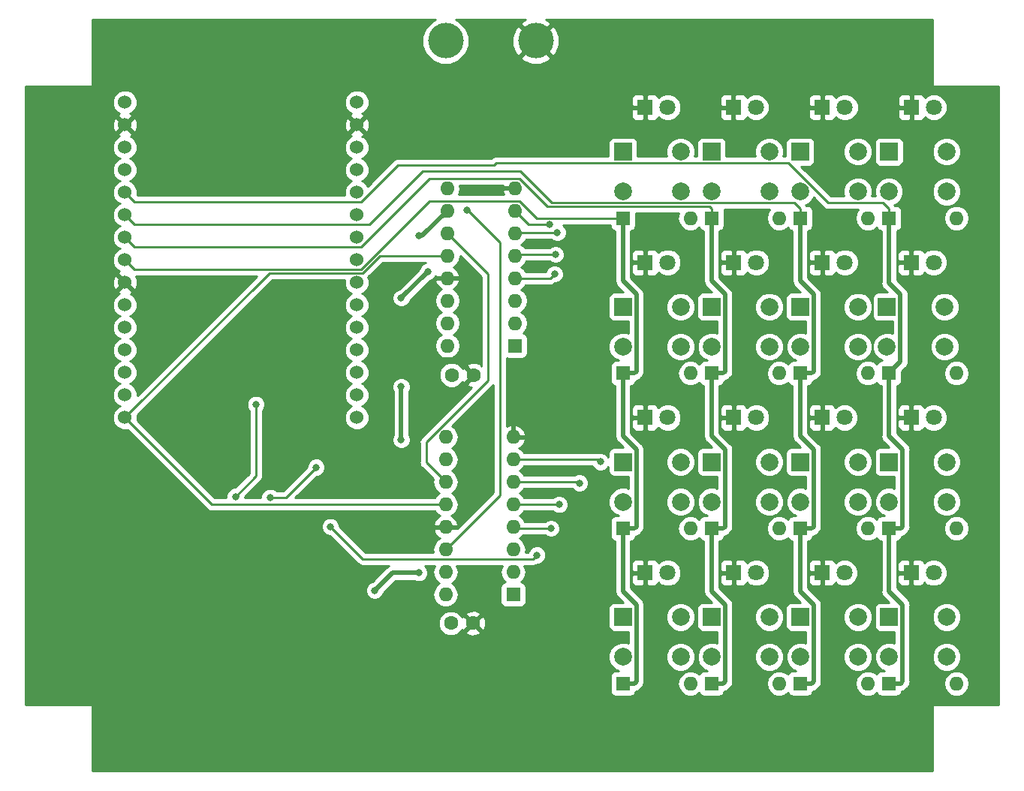
<source format=gbr>
G04 #@! TF.GenerationSoftware,KiCad,Pcbnew,(5.0.1-3-g963ef8bb5)*
G04 #@! TF.CreationDate,2019-09-16T23:21:21-05:00*
G04 #@! TF.ProjectId,smart_home_console,736D6172745F686F6D655F636F6E736F,rev?*
G04 #@! TF.SameCoordinates,Original*
G04 #@! TF.FileFunction,Copper,L2,Bot,Signal*
G04 #@! TF.FilePolarity,Positive*
%FSLAX46Y46*%
G04 Gerber Fmt 4.6, Leading zero omitted, Abs format (unit mm)*
G04 Created by KiCad (PCBNEW (5.0.1-3-g963ef8bb5)) date Monday, September 16, 2019 at 11:21:21 PM*
%MOMM*%
%LPD*%
G01*
G04 APERTURE LIST*
G04 #@! TA.AperFunction,ComponentPad*
%ADD10C,1.600000*%
G04 #@! TD*
G04 #@! TA.AperFunction,ComponentPad*
%ADD11C,4.000500*%
G04 #@! TD*
G04 #@! TA.AperFunction,ComponentPad*
%ADD12C,1.800000*%
G04 #@! TD*
G04 #@! TA.AperFunction,ComponentPad*
%ADD13R,1.800000X1.800000*%
G04 #@! TD*
G04 #@! TA.AperFunction,ComponentPad*
%ADD14R,2.000000X2.000000*%
G04 #@! TD*
G04 #@! TA.AperFunction,ComponentPad*
%ADD15C,2.000000*%
G04 #@! TD*
G04 #@! TA.AperFunction,ComponentPad*
%ADD16O,1.600000X1.600000*%
G04 #@! TD*
G04 #@! TA.AperFunction,ComponentPad*
%ADD17R,1.600000X1.600000*%
G04 #@! TD*
G04 #@! TA.AperFunction,ComponentPad*
%ADD18C,1.524000*%
G04 #@! TD*
G04 #@! TA.AperFunction,ViaPad*
%ADD19C,0.800000*%
G04 #@! TD*
G04 #@! TA.AperFunction,Conductor*
%ADD20C,0.508000*%
G04 #@! TD*
G04 #@! TA.AperFunction,Conductor*
%ADD21C,0.254000*%
G04 #@! TD*
G04 APERTURE END LIST*
D10*
G04 #@! TO.P,C1,2*
G04 #@! TO.N,GND*
X143200000Y-82700000D03*
G04 #@! TO.P,C1,1*
G04 #@! TO.N,+3V3*
X140700000Y-82700000D03*
G04 #@! TD*
G04 #@! TO.P,C2,1*
G04 #@! TO.N,+3V3*
X140600000Y-110700000D03*
G04 #@! TO.P,C2,2*
G04 #@! TO.N,GND*
X143100000Y-110700000D03*
G04 #@! TD*
D11*
G04 #@! TO.P,J1,2*
G04 #@! TO.N,Net-(J1-Pad2)*
X140000000Y-45000000D03*
G04 #@! TO.P,J1,1*
G04 #@! TO.N,GND*
X150160000Y-45000000D03*
G04 #@! TD*
D12*
G04 #@! TO.P,LED1,2*
G04 #@! TO.N,Net-(LED1-Pad2)*
X165040000Y-52500000D03*
D13*
G04 #@! TO.P,LED1,1*
G04 #@! TO.N,GND*
X162500000Y-52500000D03*
G04 #@! TD*
D12*
G04 #@! TO.P,LED2,2*
G04 #@! TO.N,Net-(LED2-Pad2)*
X175000000Y-52500000D03*
D13*
G04 #@! TO.P,LED2,1*
G04 #@! TO.N,GND*
X172460000Y-52500000D03*
G04 #@! TD*
G04 #@! TO.P,LED3,1*
G04 #@! TO.N,GND*
X182500000Y-52500000D03*
D12*
G04 #@! TO.P,LED3,2*
G04 #@! TO.N,Net-(LED3-Pad2)*
X185040000Y-52500000D03*
G04 #@! TD*
D13*
G04 #@! TO.P,LED4,1*
G04 #@! TO.N,GND*
X192536000Y-52500000D03*
D12*
G04 #@! TO.P,LED4,2*
G04 #@! TO.N,Net-(LED4-Pad2)*
X195076000Y-52500000D03*
G04 #@! TD*
D13*
G04 #@! TO.P,LED5,1*
G04 #@! TO.N,GND*
X162500000Y-70000000D03*
D12*
G04 #@! TO.P,LED5,2*
G04 #@! TO.N,Net-(LED5-Pad2)*
X165040000Y-70000000D03*
G04 #@! TD*
D13*
G04 #@! TO.P,LED6,1*
G04 #@! TO.N,GND*
X172500000Y-70000000D03*
D12*
G04 #@! TO.P,LED6,2*
G04 #@! TO.N,Net-(LED6-Pad2)*
X175040000Y-70000000D03*
G04 #@! TD*
D13*
G04 #@! TO.P,LED7,1*
G04 #@! TO.N,GND*
X182500000Y-70000000D03*
D12*
G04 #@! TO.P,LED7,2*
G04 #@! TO.N,Net-(LED7-Pad2)*
X185040000Y-70000000D03*
G04 #@! TD*
G04 #@! TO.P,LED8,2*
G04 #@! TO.N,Net-(LED8-Pad2)*
X195040000Y-70000000D03*
D13*
G04 #@! TO.P,LED8,1*
G04 #@! TO.N,GND*
X192500000Y-70000000D03*
G04 #@! TD*
G04 #@! TO.P,LED9,1*
G04 #@! TO.N,GND*
X162500000Y-87500000D03*
D12*
G04 #@! TO.P,LED9,2*
G04 #@! TO.N,Net-(LED9-Pad2)*
X165040000Y-87500000D03*
G04 #@! TD*
D13*
G04 #@! TO.P,LED10,1*
G04 #@! TO.N,GND*
X172500000Y-87500000D03*
D12*
G04 #@! TO.P,LED10,2*
G04 #@! TO.N,Net-(LED10-Pad2)*
X175040000Y-87500000D03*
G04 #@! TD*
D13*
G04 #@! TO.P,LED11,1*
G04 #@! TO.N,GND*
X182460000Y-87500000D03*
D12*
G04 #@! TO.P,LED11,2*
G04 #@! TO.N,Net-(LED11-Pad2)*
X185000000Y-87500000D03*
G04 #@! TD*
G04 #@! TO.P,LED12,2*
G04 #@! TO.N,Net-(LED12-Pad2)*
X195040000Y-87500000D03*
D13*
G04 #@! TO.P,LED12,1*
G04 #@! TO.N,GND*
X192500000Y-87500000D03*
G04 #@! TD*
D12*
G04 #@! TO.P,LED13,2*
G04 #@! TO.N,Net-(LED13-Pad2)*
X165040000Y-105000000D03*
D13*
G04 #@! TO.P,LED13,1*
G04 #@! TO.N,GND*
X162500000Y-105000000D03*
G04 #@! TD*
D12*
G04 #@! TO.P,LED14,2*
G04 #@! TO.N,Net-(LED14-Pad2)*
X175040000Y-105000000D03*
D13*
G04 #@! TO.P,LED14,1*
G04 #@! TO.N,GND*
X172500000Y-105000000D03*
G04 #@! TD*
D12*
G04 #@! TO.P,LED15,2*
G04 #@! TO.N,Net-(LED15-Pad2)*
X185000000Y-105000000D03*
D13*
G04 #@! TO.P,LED15,1*
G04 #@! TO.N,GND*
X182460000Y-105000000D03*
G04 #@! TD*
D12*
G04 #@! TO.P,LED16,2*
G04 #@! TO.N,Net-(LED16-Pad2)*
X195040000Y-105000000D03*
D13*
G04 #@! TO.P,LED16,1*
G04 #@! TO.N,GND*
X192500000Y-105000000D03*
G04 #@! TD*
D14*
G04 #@! TO.P,SW1,1*
G04 #@! TO.N,/COL0*
X160000000Y-57500000D03*
D15*
G04 #@! TO.P,SW1,2*
X166500000Y-57500000D03*
G04 #@! TO.P,SW1,3*
G04 #@! TO.N,Net-(D1-Pad2)*
X160000000Y-62000000D03*
G04 #@! TO.P,SW1,4*
X166500000Y-62000000D03*
G04 #@! TD*
G04 #@! TO.P,SW2,4*
G04 #@! TO.N,Net-(D2-Pad2)*
X176500000Y-62000000D03*
G04 #@! TO.P,SW2,3*
X170000000Y-62000000D03*
G04 #@! TO.P,SW2,2*
G04 #@! TO.N,/COL0*
X176500000Y-57500000D03*
D14*
G04 #@! TO.P,SW2,1*
X170000000Y-57500000D03*
G04 #@! TD*
G04 #@! TO.P,SW3,1*
G04 #@! TO.N,/COL0*
X180000000Y-57500000D03*
D15*
G04 #@! TO.P,SW3,2*
X186500000Y-57500000D03*
G04 #@! TO.P,SW3,3*
G04 #@! TO.N,Net-(D3-Pad2)*
X180000000Y-62000000D03*
G04 #@! TO.P,SW3,4*
X186500000Y-62000000D03*
G04 #@! TD*
G04 #@! TO.P,SW4,4*
G04 #@! TO.N,Net-(D4-Pad2)*
X196500000Y-62000000D03*
G04 #@! TO.P,SW4,3*
X190000000Y-62000000D03*
G04 #@! TO.P,SW4,2*
G04 #@! TO.N,/COL0*
X196500000Y-57500000D03*
D14*
G04 #@! TO.P,SW4,1*
X190000000Y-57500000D03*
G04 #@! TD*
G04 #@! TO.P,SW5,1*
G04 #@! TO.N,/COL1*
X160000000Y-75000000D03*
D15*
G04 #@! TO.P,SW5,2*
X166500000Y-75000000D03*
G04 #@! TO.P,SW5,3*
G04 #@! TO.N,Net-(D5-Pad2)*
X160000000Y-79500000D03*
G04 #@! TO.P,SW5,4*
X166500000Y-79500000D03*
G04 #@! TD*
G04 #@! TO.P,SW6,4*
G04 #@! TO.N,Net-(D6-Pad2)*
X176500000Y-79500000D03*
G04 #@! TO.P,SW6,3*
X170000000Y-79500000D03*
G04 #@! TO.P,SW6,2*
G04 #@! TO.N,/COL1*
X176500000Y-75000000D03*
D14*
G04 #@! TO.P,SW6,1*
X170000000Y-75000000D03*
G04 #@! TD*
G04 #@! TO.P,SW7,1*
G04 #@! TO.N,/COL1*
X180000000Y-75000000D03*
D15*
G04 #@! TO.P,SW7,2*
X186500000Y-75000000D03*
G04 #@! TO.P,SW7,3*
G04 #@! TO.N,Net-(D7-Pad2)*
X180000000Y-79500000D03*
G04 #@! TO.P,SW7,4*
X186500000Y-79500000D03*
G04 #@! TD*
G04 #@! TO.P,SW8,4*
G04 #@! TO.N,Net-(D8-Pad2)*
X196282500Y-79500000D03*
G04 #@! TO.P,SW8,3*
X189782500Y-79500000D03*
G04 #@! TO.P,SW8,2*
G04 #@! TO.N,/COL1*
X196282500Y-75000000D03*
D14*
G04 #@! TO.P,SW8,1*
X189782500Y-75000000D03*
G04 #@! TD*
G04 #@! TO.P,SW9,1*
G04 #@! TO.N,/COL2*
X160000000Y-92500000D03*
D15*
G04 #@! TO.P,SW9,2*
X166500000Y-92500000D03*
G04 #@! TO.P,SW9,3*
G04 #@! TO.N,Net-(D9-Pad2)*
X160000000Y-97000000D03*
G04 #@! TO.P,SW9,4*
X166500000Y-97000000D03*
G04 #@! TD*
G04 #@! TO.P,SW10,4*
G04 #@! TO.N,Net-(D10-Pad2)*
X176500000Y-97000000D03*
G04 #@! TO.P,SW10,3*
X170000000Y-97000000D03*
G04 #@! TO.P,SW10,2*
G04 #@! TO.N,/COL2*
X176500000Y-92500000D03*
D14*
G04 #@! TO.P,SW10,1*
X170000000Y-92500000D03*
G04 #@! TD*
G04 #@! TO.P,SW11,1*
G04 #@! TO.N,/COL2*
X180000000Y-92500000D03*
D15*
G04 #@! TO.P,SW11,2*
X186500000Y-92500000D03*
G04 #@! TO.P,SW11,3*
G04 #@! TO.N,Net-(D11-Pad2)*
X180000000Y-97000000D03*
G04 #@! TO.P,SW11,4*
X186500000Y-97000000D03*
G04 #@! TD*
G04 #@! TO.P,SW12,4*
G04 #@! TO.N,Net-(D12-Pad2)*
X196500000Y-97000000D03*
G04 #@! TO.P,SW12,3*
X190000000Y-97000000D03*
G04 #@! TO.P,SW12,2*
G04 #@! TO.N,/COL2*
X196500000Y-92500000D03*
D14*
G04 #@! TO.P,SW12,1*
X190000000Y-92500000D03*
G04 #@! TD*
D15*
G04 #@! TO.P,SW13,4*
G04 #@! TO.N,Net-(D13-Pad2)*
X166500000Y-114500000D03*
G04 #@! TO.P,SW13,3*
X160000000Y-114500000D03*
G04 #@! TO.P,SW13,2*
G04 #@! TO.N,/COL3*
X166500000Y-110000000D03*
D14*
G04 #@! TO.P,SW13,1*
X160000000Y-110000000D03*
G04 #@! TD*
G04 #@! TO.P,SW14,1*
G04 #@! TO.N,/COL3*
X170000000Y-110000000D03*
D15*
G04 #@! TO.P,SW14,2*
X176500000Y-110000000D03*
G04 #@! TO.P,SW14,3*
G04 #@! TO.N,Net-(D14-Pad2)*
X170000000Y-114500000D03*
G04 #@! TO.P,SW14,4*
X176500000Y-114500000D03*
G04 #@! TD*
G04 #@! TO.P,SW15,4*
G04 #@! TO.N,Net-(D15-Pad2)*
X186500000Y-114500000D03*
G04 #@! TO.P,SW15,3*
X180000000Y-114500000D03*
G04 #@! TO.P,SW15,2*
G04 #@! TO.N,/COL3*
X186500000Y-110000000D03*
D14*
G04 #@! TO.P,SW15,1*
X180000000Y-110000000D03*
G04 #@! TD*
G04 #@! TO.P,SW16,1*
G04 #@! TO.N,/COL3*
X190000000Y-110000000D03*
D15*
G04 #@! TO.P,SW16,2*
X196500000Y-110000000D03*
G04 #@! TO.P,SW16,3*
G04 #@! TO.N,Net-(D16-Pad2)*
X190000000Y-114500000D03*
G04 #@! TO.P,SW16,4*
X196500000Y-114500000D03*
G04 #@! TD*
D16*
G04 #@! TO.P,U2,16*
G04 #@! TO.N,+3V3*
X140200000Y-79380000D03*
G04 #@! TO.P,U2,8*
G04 #@! TO.N,GND*
X147820000Y-61600000D03*
G04 #@! TO.P,U2,15*
G04 #@! TO.N,Net-(R5-Pad1)*
X140200000Y-76840000D03*
G04 #@! TO.P,U2,7*
G04 #@! TO.N,Net-(R12-Pad1)*
X147820000Y-64140000D03*
G04 #@! TO.P,U2,14*
G04 #@! TO.N,/DATA*
X140200000Y-74300000D03*
G04 #@! TO.P,U2,6*
G04 #@! TO.N,Net-(R11-Pad1)*
X147820000Y-66680000D03*
G04 #@! TO.P,U2,13*
G04 #@! TO.N,GND*
X140200000Y-71760000D03*
G04 #@! TO.P,U2,5*
G04 #@! TO.N,Net-(R10-Pad1)*
X147820000Y-69220000D03*
G04 #@! TO.P,U2,12*
G04 #@! TO.N,/LATCH*
X140200000Y-69220000D03*
G04 #@! TO.P,U2,4*
G04 #@! TO.N,Net-(R9-Pad1)*
X147820000Y-71760000D03*
G04 #@! TO.P,U2,11*
G04 #@! TO.N,/CLOCK*
X140200000Y-66680000D03*
G04 #@! TO.P,U2,3*
G04 #@! TO.N,Net-(R8-Pad1)*
X147820000Y-74300000D03*
G04 #@! TO.P,U2,10*
G04 #@! TO.N,+3V3*
X140200000Y-64140000D03*
G04 #@! TO.P,U2,2*
G04 #@! TO.N,Net-(R7-Pad1)*
X147820000Y-76840000D03*
G04 #@! TO.P,U2,9*
G04 #@! TO.N,Net-(U2-Pad9)*
X140200000Y-61600000D03*
D17*
G04 #@! TO.P,U2,1*
G04 #@! TO.N,Net-(R6-Pad1)*
X147820000Y-79380000D03*
G04 #@! TD*
G04 #@! TO.P,U3,1*
G04 #@! TO.N,Net-(R14-Pad1)*
X147620000Y-107460000D03*
D16*
G04 #@! TO.P,U3,9*
G04 #@! TO.N,Net-(U3-Pad9)*
X140000000Y-89680000D03*
G04 #@! TO.P,U3,2*
G04 #@! TO.N,Net-(R15-Pad1)*
X147620000Y-104920000D03*
G04 #@! TO.P,U3,10*
G04 #@! TO.N,+3V3*
X140000000Y-92220000D03*
G04 #@! TO.P,U3,3*
G04 #@! TO.N,Net-(R16-Pad1)*
X147620000Y-102380000D03*
G04 #@! TO.P,U3,11*
G04 #@! TO.N,/CLOCK*
X140000000Y-94760000D03*
G04 #@! TO.P,U3,4*
G04 #@! TO.N,Net-(R17-Pad1)*
X147620000Y-99840000D03*
G04 #@! TO.P,U3,12*
G04 #@! TO.N,/LATCH*
X140000000Y-97300000D03*
G04 #@! TO.P,U3,5*
G04 #@! TO.N,Net-(R18-Pad1)*
X147620000Y-97300000D03*
G04 #@! TO.P,U3,13*
G04 #@! TO.N,GND*
X140000000Y-99840000D03*
G04 #@! TO.P,U3,6*
G04 #@! TO.N,Net-(R19-Pad1)*
X147620000Y-94760000D03*
G04 #@! TO.P,U3,14*
G04 #@! TO.N,Net-(U2-Pad9)*
X140000000Y-102380000D03*
G04 #@! TO.P,U3,7*
G04 #@! TO.N,Net-(R20-Pad1)*
X147620000Y-92220000D03*
G04 #@! TO.P,U3,15*
G04 #@! TO.N,Net-(R13-Pad1)*
X140000000Y-104920000D03*
G04 #@! TO.P,U3,8*
G04 #@! TO.N,GND*
X147620000Y-89680000D03*
G04 #@! TO.P,U3,16*
G04 #@! TO.N,+3V3*
X140000000Y-107460000D03*
G04 #@! TD*
D18*
G04 #@! TO.P,U1,1*
G04 #@! TO.N,Net-(U1-Pad1)*
X130000000Y-87500000D03*
G04 #@! TO.P,U1,2*
G04 #@! TO.N,Net-(U1-Pad2)*
X130000000Y-84960000D03*
G04 #@! TO.P,U1,3*
G04 #@! TO.N,Net-(U1-Pad3)*
X130000000Y-82420000D03*
G04 #@! TO.P,U1,4*
G04 #@! TO.N,Net-(U1-Pad4)*
X130000000Y-79880000D03*
G04 #@! TO.P,U1,5*
G04 #@! TO.N,Net-(U1-Pad5)*
X130000000Y-77340000D03*
G04 #@! TO.P,U1,6*
G04 #@! TO.N,Net-(U1-Pad6)*
X130000000Y-74800000D03*
G04 #@! TO.P,U1,7*
G04 #@! TO.N,Net-(U1-Pad7)*
X130000000Y-72260000D03*
G04 #@! TO.P,U1,8*
G04 #@! TO.N,Net-(U1-Pad8)*
X130000000Y-69720000D03*
G04 #@! TO.P,U1,9*
G04 #@! TO.N,Net-(U1-Pad9)*
X130000000Y-67180000D03*
G04 #@! TO.P,U1,10*
G04 #@! TO.N,GND*
X130000000Y-64640000D03*
G04 #@! TO.P,U1,11*
G04 #@! TO.N,+3V3*
X130000000Y-62100000D03*
G04 #@! TO.P,U1,12*
G04 #@! TO.N,Net-(JP1-Pad2)*
X130000000Y-59560000D03*
G04 #@! TO.P,U1,13*
G04 #@! TO.N,Net-(JP2-Pad2)*
X130000000Y-57020000D03*
G04 #@! TO.P,U1,14*
G04 #@! TO.N,GND*
X130000000Y-54480000D03*
G04 #@! TO.P,U1,15*
G04 #@! TO.N,Net-(J1-Pad2)*
X130000000Y-51940000D03*
G04 #@! TO.P,U1,16*
G04 #@! TO.N,+3V3*
X103840000Y-51940000D03*
G04 #@! TO.P,U1,17*
G04 #@! TO.N,GND*
X103840000Y-54480000D03*
G04 #@! TO.P,U1,18*
G04 #@! TO.N,/CLOCK*
X103840000Y-57020000D03*
G04 #@! TO.P,U1,19*
G04 #@! TO.N,/DATA*
X103840000Y-59560000D03*
G04 #@! TO.P,U1,20*
G04 #@! TO.N,/ROW3*
X103840000Y-62100000D03*
G04 #@! TO.P,U1,21*
G04 #@! TO.N,/ROW2*
X103840000Y-64640000D03*
G04 #@! TO.P,U1,22*
G04 #@! TO.N,/ROW1*
X103840000Y-67180000D03*
G04 #@! TO.P,U1,23*
G04 #@! TO.N,/ROW0*
X103840000Y-69720000D03*
G04 #@! TO.P,U1,24*
G04 #@! TO.N,GND*
X103840000Y-72260000D03*
G04 #@! TO.P,U1,25*
G04 #@! TO.N,+3V3*
X103840000Y-74800000D03*
G04 #@! TO.P,U1,26*
G04 #@! TO.N,/COL3*
X103840000Y-77340000D03*
G04 #@! TO.P,U1,27*
G04 #@! TO.N,/COL2*
X103840000Y-79880000D03*
G04 #@! TO.P,U1,28*
G04 #@! TO.N,/COL1*
X103840000Y-82420000D03*
G04 #@! TO.P,U1,29*
G04 #@! TO.N,/COL0*
X103840000Y-84960000D03*
G04 #@! TO.P,U1,30*
G04 #@! TO.N,/LATCH*
X103840000Y-87500000D03*
G04 #@! TD*
D17*
G04 #@! TO.P,D1,1*
G04 #@! TO.N,/ROW0*
X160000000Y-65000000D03*
D16*
G04 #@! TO.P,D1,2*
G04 #@! TO.N,Net-(D1-Pad2)*
X167620000Y-65000000D03*
G04 #@! TD*
G04 #@! TO.P,D2,2*
G04 #@! TO.N,Net-(D2-Pad2)*
X177620000Y-65000000D03*
D17*
G04 #@! TO.P,D2,1*
G04 #@! TO.N,/ROW1*
X170000000Y-65000000D03*
G04 #@! TD*
G04 #@! TO.P,D3,1*
G04 #@! TO.N,/ROW2*
X180000000Y-65000000D03*
D16*
G04 #@! TO.P,D3,2*
G04 #@! TO.N,Net-(D3-Pad2)*
X187620000Y-65000000D03*
G04 #@! TD*
D17*
G04 #@! TO.P,D4,1*
G04 #@! TO.N,/ROW3*
X190000000Y-65000000D03*
D16*
G04 #@! TO.P,D4,2*
G04 #@! TO.N,Net-(D4-Pad2)*
X197620000Y-65000000D03*
G04 #@! TD*
D17*
G04 #@! TO.P,D5,1*
G04 #@! TO.N,/ROW0*
X160000000Y-82500000D03*
D16*
G04 #@! TO.P,D5,2*
G04 #@! TO.N,Net-(D5-Pad2)*
X167620000Y-82500000D03*
G04 #@! TD*
G04 #@! TO.P,D6,2*
G04 #@! TO.N,Net-(D6-Pad2)*
X177620000Y-82500000D03*
D17*
G04 #@! TO.P,D6,1*
G04 #@! TO.N,/ROW1*
X170000000Y-82500000D03*
G04 #@! TD*
G04 #@! TO.P,D7,1*
G04 #@! TO.N,/ROW2*
X180000000Y-82500000D03*
D16*
G04 #@! TO.P,D7,2*
G04 #@! TO.N,Net-(D7-Pad2)*
X187620000Y-82500000D03*
G04 #@! TD*
G04 #@! TO.P,D8,2*
G04 #@! TO.N,Net-(D8-Pad2)*
X197620000Y-82500000D03*
D17*
G04 #@! TO.P,D8,1*
G04 #@! TO.N,/ROW3*
X190000000Y-82500000D03*
G04 #@! TD*
G04 #@! TO.P,D9,1*
G04 #@! TO.N,/ROW0*
X160000000Y-100000000D03*
D16*
G04 #@! TO.P,D9,2*
G04 #@! TO.N,Net-(D9-Pad2)*
X167620000Y-100000000D03*
G04 #@! TD*
G04 #@! TO.P,D10,2*
G04 #@! TO.N,Net-(D10-Pad2)*
X177620000Y-100000000D03*
D17*
G04 #@! TO.P,D10,1*
G04 #@! TO.N,/ROW1*
X170000000Y-100000000D03*
G04 #@! TD*
G04 #@! TO.P,D11,1*
G04 #@! TO.N,/ROW2*
X180000000Y-100000000D03*
D16*
G04 #@! TO.P,D11,2*
G04 #@! TO.N,Net-(D11-Pad2)*
X187620000Y-100000000D03*
G04 #@! TD*
G04 #@! TO.P,D12,2*
G04 #@! TO.N,Net-(D12-Pad2)*
X197620000Y-100000000D03*
D17*
G04 #@! TO.P,D12,1*
G04 #@! TO.N,/ROW3*
X190000000Y-100000000D03*
G04 #@! TD*
G04 #@! TO.P,D13,1*
G04 #@! TO.N,/ROW0*
X160000000Y-117500000D03*
D16*
G04 #@! TO.P,D13,2*
G04 #@! TO.N,Net-(D13-Pad2)*
X167620000Y-117500000D03*
G04 #@! TD*
G04 #@! TO.P,D14,2*
G04 #@! TO.N,Net-(D14-Pad2)*
X177620000Y-117500000D03*
D17*
G04 #@! TO.P,D14,1*
G04 #@! TO.N,/ROW1*
X170000000Y-117500000D03*
G04 #@! TD*
G04 #@! TO.P,D15,1*
G04 #@! TO.N,/ROW2*
X180000000Y-117500000D03*
D16*
G04 #@! TO.P,D15,2*
G04 #@! TO.N,Net-(D15-Pad2)*
X187620000Y-117500000D03*
G04 #@! TD*
G04 #@! TO.P,D16,2*
G04 #@! TO.N,Net-(D16-Pad2)*
X197620000Y-117500000D03*
D17*
G04 #@! TO.P,D16,1*
G04 #@! TO.N,/ROW3*
X190000000Y-117500000D03*
G04 #@! TD*
D19*
G04 #@! TO.N,+3V3*
X137000000Y-105000000D03*
X132000000Y-107000000D03*
X132000000Y-107000000D03*
X135000000Y-90000000D03*
X135000000Y-84000000D03*
X137000000Y-67000000D03*
X138000000Y-71000000D03*
X135000000Y-74000000D03*
G04 #@! TO.N,GND*
X140000000Y-52000000D03*
X145000000Y-52000000D03*
X149000000Y-55000000D03*
X164000000Y-73000000D03*
X157000000Y-73000000D03*
X148000000Y-85000000D03*
X145000000Y-87000000D03*
X106000000Y-94000000D03*
X110000000Y-91000000D03*
X107000000Y-61000000D03*
G04 #@! TO.N,/COL0*
X118601401Y-86001401D03*
X116300000Y-96400000D03*
G04 #@! TO.N,/COL1*
X125400000Y-93100000D03*
X120200000Y-96500000D03*
G04 #@! TO.N,/COL2*
X150300000Y-103000000D03*
X127000000Y-99800000D03*
G04 #@! TO.N,Net-(R9-Pad1)*
X152300000Y-71300000D03*
G04 #@! TO.N,Net-(R10-Pad1)*
X152400000Y-69100000D03*
G04 #@! TO.N,Net-(R11-Pad1)*
X152600000Y-66600000D03*
G04 #@! TO.N,Net-(R12-Pad1)*
X151719584Y-65679410D03*
G04 #@! TO.N,Net-(R17-Pad1)*
X151900000Y-100000000D03*
G04 #@! TO.N,Net-(R18-Pad1)*
X152800000Y-97300000D03*
G04 #@! TO.N,Net-(R19-Pad1)*
X155080416Y-94880416D03*
G04 #@! TO.N,Net-(R20-Pad1)*
X157461936Y-92498896D03*
G04 #@! TO.N,Net-(U2-Pad9)*
X142400000Y-64100000D03*
G04 #@! TD*
D20*
G04 #@! TO.N,+3V3*
X134000000Y-105000000D02*
X132000000Y-107000000D01*
X137000000Y-105000000D02*
X134000000Y-105000000D01*
X135000000Y-84000000D02*
X135000000Y-90000000D01*
X140200000Y-64140000D02*
X137340000Y-67000000D01*
X137340000Y-67000000D02*
X137000000Y-67000000D01*
X138000000Y-71000000D02*
X135000000Y-74000000D01*
D21*
G04 #@! TO.N,/COL0*
X118601401Y-86001401D02*
X118601401Y-94098599D01*
X118601401Y-94098599D02*
X116300000Y-96400000D01*
G04 #@! TO.N,/COL1*
X122000000Y-96500000D02*
X120200000Y-96500000D01*
X125400000Y-93100000D02*
X122000000Y-96500000D01*
G04 #@! TO.N,/COL2*
X149840599Y-103459401D02*
X130659401Y-103459401D01*
X130659401Y-103459401D02*
X127000000Y-99800000D01*
X150300000Y-103000000D02*
X149840599Y-103459401D01*
G04 #@! TO.N,Net-(R9-Pad1)*
X151840000Y-71760000D02*
X147820000Y-71760000D01*
X152300000Y-71300000D02*
X151840000Y-71760000D01*
G04 #@! TO.N,Net-(R10-Pad1)*
X147940000Y-69100000D02*
X147820000Y-69220000D01*
X152400000Y-69100000D02*
X147940000Y-69100000D01*
G04 #@! TO.N,Net-(R11-Pad1)*
X147900000Y-66600000D02*
X147820000Y-66680000D01*
X152600000Y-66600000D02*
X147900000Y-66600000D01*
G04 #@! TO.N,Net-(R12-Pad1)*
X149359410Y-65679410D02*
X151153899Y-65679410D01*
X147820000Y-64140000D02*
X149359410Y-65679410D01*
X151153899Y-65679410D02*
X151719584Y-65679410D01*
G04 #@! TO.N,Net-(R17-Pad1)*
X147780000Y-100000000D02*
X147620000Y-99840000D01*
X151900000Y-100000000D02*
X147780000Y-100000000D01*
G04 #@! TO.N,Net-(R18-Pad1)*
X152800000Y-97300000D02*
X147620000Y-97300000D01*
G04 #@! TO.N,Net-(R19-Pad1)*
X154960000Y-94760000D02*
X155080416Y-94880416D01*
X147620000Y-94760000D02*
X154960000Y-94760000D01*
G04 #@! TO.N,Net-(R20-Pad1)*
X147620000Y-92220000D02*
X157183040Y-92220000D01*
X157183040Y-92220000D02*
X157461936Y-92498896D01*
G04 #@! TO.N,/CLOCK*
X144800000Y-71280000D02*
X140200000Y-66680000D01*
X137800000Y-90282486D02*
X144800000Y-83282486D01*
X144800000Y-83282486D02*
X144800000Y-71280000D01*
X137800000Y-92560000D02*
X137800000Y-90282486D01*
X140000000Y-94760000D02*
X137800000Y-92560000D01*
D20*
G04 #@! TO.N,/ROW3*
X191290501Y-73593599D02*
X191290501Y-81209499D01*
X191290501Y-81209499D02*
X190000000Y-82500000D01*
X190000000Y-72303098D02*
X191290501Y-73593599D01*
X190000000Y-65000000D02*
X190000000Y-72303098D01*
X191508001Y-99799999D02*
X191308000Y-100000000D01*
X191508001Y-91093599D02*
X191508001Y-99799999D01*
X191308000Y-100000000D02*
X190000000Y-100000000D01*
X190000000Y-89585598D02*
X191508001Y-91093599D01*
X190000000Y-82500000D02*
X190000000Y-89585598D01*
X191308000Y-117500000D02*
X190000000Y-117500000D01*
X191508001Y-117299999D02*
X191308000Y-117500000D01*
X191508001Y-108593599D02*
X191508001Y-117299999D01*
X190000000Y-107085598D02*
X191508001Y-108593599D01*
X190000000Y-100000000D02*
X190000000Y-107085598D01*
D21*
X104881401Y-63141401D02*
X104601999Y-62861999D01*
X130499873Y-63141401D02*
X104881401Y-63141401D01*
X145458802Y-59000000D02*
X134641274Y-59000000D01*
X104601999Y-62861999D02*
X103840000Y-62100000D01*
X145679401Y-58779401D02*
X145458802Y-59000000D01*
X190000000Y-63946000D02*
X189333401Y-63279401D01*
X183172915Y-63279401D02*
X178672915Y-58779401D01*
X134641274Y-59000000D02*
X130499873Y-63141401D01*
X178672915Y-58779401D02*
X145679401Y-58779401D01*
X189333401Y-63279401D02*
X183172915Y-63279401D01*
X190000000Y-65000000D02*
X190000000Y-63946000D01*
D20*
G04 #@! TO.N,/ROW2*
X181508001Y-82299999D02*
X181308000Y-82500000D01*
X181308000Y-82500000D02*
X180000000Y-82500000D01*
X180000000Y-72085598D02*
X181508001Y-73593599D01*
X181508001Y-73593599D02*
X181508001Y-82299999D01*
X180000000Y-65000000D02*
X180000000Y-72085598D01*
X181308000Y-100000000D02*
X180000000Y-100000000D01*
X181508001Y-99799999D02*
X181308000Y-100000000D01*
X180000000Y-89585598D02*
X181508001Y-91093599D01*
X181508001Y-91093599D02*
X181508001Y-99799999D01*
X180000000Y-82500000D02*
X180000000Y-89585598D01*
X181508001Y-117299999D02*
X181308000Y-117500000D01*
X181508001Y-108593599D02*
X181508001Y-117299999D01*
X180000000Y-107085598D02*
X181508001Y-108593599D01*
X181308000Y-117500000D02*
X180000000Y-117500000D01*
X180000000Y-100000000D02*
X180000000Y-107085598D01*
D21*
X104601999Y-65401999D02*
X103840000Y-64640000D01*
X104881401Y-65681401D02*
X104601999Y-65401999D01*
X131418599Y-65681401D02*
X104881401Y-65681401D01*
X137400000Y-59700000D02*
X131418599Y-65681401D01*
X148400000Y-59700000D02*
X137400000Y-59700000D01*
X151979401Y-63279401D02*
X148400000Y-59700000D01*
X179333401Y-63279401D02*
X151979401Y-63279401D01*
X180000000Y-63946000D02*
X179333401Y-63279401D01*
X180000000Y-65000000D02*
X180000000Y-63946000D01*
D20*
G04 #@! TO.N,/ROW1*
X171308000Y-82500000D02*
X170000000Y-82500000D01*
X171508001Y-82299999D02*
X171308000Y-82500000D01*
X171508001Y-73593599D02*
X171508001Y-82299999D01*
X170000000Y-72085598D02*
X171508001Y-73593599D01*
X170000000Y-65000000D02*
X170000000Y-72085598D01*
X171308000Y-100000000D02*
X170000000Y-100000000D01*
X171508001Y-99799999D02*
X171308000Y-100000000D01*
X171508001Y-91093599D02*
X171508001Y-99799999D01*
X170000000Y-89585598D02*
X171508001Y-91093599D01*
X170000000Y-82500000D02*
X170000000Y-89585598D01*
X171308000Y-117500000D02*
X170000000Y-117500000D01*
X171508001Y-108593599D02*
X171508001Y-117299999D01*
X171508001Y-117299999D02*
X171308000Y-117500000D01*
X170000000Y-107085598D02*
X171508001Y-108593599D01*
X170000000Y-100000000D02*
X170000000Y-107085598D01*
D21*
X170000000Y-65000000D02*
X170000000Y-63946000D01*
X104881401Y-68221401D02*
X104601999Y-67941999D01*
X170000000Y-63946000D02*
X169739812Y-63685812D01*
X169739812Y-63685812D02*
X151503326Y-63685812D01*
X138200675Y-60520599D02*
X130499873Y-68221401D01*
X151503326Y-63685812D02*
X148338113Y-60520599D01*
X104601999Y-67941999D02*
X103840000Y-67180000D01*
X148338113Y-60520599D02*
X138200675Y-60520599D01*
X130499873Y-68221401D02*
X104881401Y-68221401D01*
D20*
G04 #@! TO.N,/ROW0*
X161508001Y-73593599D02*
X161508001Y-82299999D01*
X161308000Y-82500000D02*
X160000000Y-82500000D01*
X161508001Y-82299999D02*
X161308000Y-82500000D01*
X160000000Y-72085598D02*
X161508001Y-73593599D01*
X160000000Y-65000000D02*
X160000000Y-72085598D01*
X161508001Y-99799999D02*
X161308000Y-100000000D01*
X161308000Y-100000000D02*
X160000000Y-100000000D01*
X161508001Y-91093599D02*
X161508001Y-99799999D01*
X160000000Y-89585598D02*
X161508001Y-91093599D01*
X160000000Y-82500000D02*
X160000000Y-89585598D01*
X161508001Y-117299999D02*
X161308000Y-117500000D01*
X161508001Y-108593599D02*
X161508001Y-117299999D01*
X160000000Y-107085598D02*
X161508001Y-108593599D01*
X161308000Y-117500000D02*
X160000000Y-117500000D01*
X160000000Y-100000000D02*
X160000000Y-107085598D01*
D21*
X104601999Y-70481999D02*
X103840000Y-69720000D01*
X130499873Y-70761401D02*
X104881401Y-70761401D01*
X138200675Y-63060599D02*
X130499873Y-70761401D01*
X104881401Y-70761401D02*
X104601999Y-70481999D01*
X148338113Y-63060599D02*
X138200675Y-63060599D01*
X160000000Y-65000000D02*
X150277514Y-65000000D01*
X150277514Y-65000000D02*
X148338113Y-63060599D01*
G04 #@! TO.N,/LATCH*
X120172189Y-71167811D02*
X103840000Y-87500000D01*
X130668213Y-71167811D02*
X120172189Y-71167811D01*
X132616024Y-69220000D02*
X130668213Y-71167811D01*
X140200000Y-69220000D02*
X132616024Y-69220000D01*
X113640000Y-97300000D02*
X140000000Y-97300000D01*
X103840000Y-87500000D02*
X113640000Y-97300000D01*
G04 #@! TO.N,Net-(U2-Pad9)*
X146100000Y-96280000D02*
X146100000Y-67700000D01*
X140000000Y-102380000D02*
X146100000Y-96280000D01*
X142500000Y-64100000D02*
X142400000Y-64100000D01*
X146100000Y-67700000D02*
X142500000Y-64100000D01*
G04 #@! TD*
G04 #@! TO.N,GND*
G36*
X138507251Y-42765943D02*
X137765943Y-43507251D01*
X137364750Y-44475816D01*
X137364750Y-45524184D01*
X137765943Y-46492749D01*
X138507251Y-47234057D01*
X139475816Y-47635250D01*
X140524184Y-47635250D01*
X141492749Y-47234057D01*
X141851604Y-46875202D01*
X148464403Y-46875202D01*
X148685203Y-47245949D01*
X149656953Y-47639367D01*
X150705287Y-47630965D01*
X151634797Y-47245949D01*
X151855597Y-46875202D01*
X150160000Y-45179605D01*
X148464403Y-46875202D01*
X141851604Y-46875202D01*
X142234057Y-46492749D01*
X142635250Y-45524184D01*
X142635250Y-44496953D01*
X147520633Y-44496953D01*
X147529035Y-45545287D01*
X147914051Y-46474797D01*
X148284798Y-46695597D01*
X149980395Y-45000000D01*
X150339605Y-45000000D01*
X152035202Y-46695597D01*
X152405949Y-46474797D01*
X152799367Y-45503047D01*
X152790965Y-44454713D01*
X152405949Y-43525203D01*
X152035202Y-43304403D01*
X150339605Y-45000000D01*
X149980395Y-45000000D01*
X148284798Y-43304403D01*
X147914051Y-43525203D01*
X147520633Y-44496953D01*
X142635250Y-44496953D01*
X142635250Y-44475816D01*
X142234057Y-43507251D01*
X141492749Y-42765943D01*
X141157311Y-42627000D01*
X148991931Y-42627000D01*
X148685203Y-42754051D01*
X148464403Y-43124798D01*
X150160000Y-44820395D01*
X151855597Y-43124798D01*
X151634797Y-42754051D01*
X151320979Y-42627000D01*
X194873000Y-42627000D01*
X194873000Y-50000000D01*
X194882667Y-50048601D01*
X194910197Y-50089803D01*
X194951399Y-50117333D01*
X195000000Y-50127000D01*
X202373000Y-50127000D01*
X202373000Y-119873000D01*
X195000000Y-119873000D01*
X194951399Y-119882667D01*
X194910197Y-119910197D01*
X194882667Y-119951399D01*
X194873000Y-120000000D01*
X194873000Y-127373000D01*
X100127000Y-127373000D01*
X100127000Y-120000000D01*
X100117333Y-119951399D01*
X100089803Y-119910197D01*
X100048601Y-119882667D01*
X100000000Y-119873000D01*
X92627000Y-119873000D01*
X92627000Y-110414561D01*
X139165000Y-110414561D01*
X139165000Y-110985439D01*
X139383466Y-111512862D01*
X139787138Y-111916534D01*
X140314561Y-112135000D01*
X140885439Y-112135000D01*
X141412862Y-111916534D01*
X141621651Y-111707745D01*
X142271861Y-111707745D01*
X142345995Y-111953864D01*
X142883223Y-112146965D01*
X143453454Y-112119778D01*
X143854005Y-111953864D01*
X143928139Y-111707745D01*
X143100000Y-110879605D01*
X142271861Y-111707745D01*
X141621651Y-111707745D01*
X141816534Y-111512862D01*
X141843525Y-111447701D01*
X141846136Y-111454005D01*
X142092255Y-111528139D01*
X142920395Y-110700000D01*
X143279605Y-110700000D01*
X144107745Y-111528139D01*
X144353864Y-111454005D01*
X144546965Y-110916777D01*
X144519778Y-110346546D01*
X144353864Y-109945995D01*
X144107745Y-109871861D01*
X143279605Y-110700000D01*
X142920395Y-110700000D01*
X142092255Y-109871861D01*
X141846136Y-109945995D01*
X141843710Y-109952746D01*
X141816534Y-109887138D01*
X141621651Y-109692255D01*
X142271861Y-109692255D01*
X143100000Y-110520395D01*
X143928139Y-109692255D01*
X143854005Y-109446136D01*
X143316777Y-109253035D01*
X142746546Y-109280222D01*
X142345995Y-109446136D01*
X142271861Y-109692255D01*
X141621651Y-109692255D01*
X141412862Y-109483466D01*
X140885439Y-109265000D01*
X140314561Y-109265000D01*
X139787138Y-109483466D01*
X139383466Y-109887138D01*
X139165000Y-110414561D01*
X92627000Y-110414561D01*
X92627000Y-72052302D01*
X102430856Y-72052302D01*
X102458638Y-72607368D01*
X102617603Y-72991143D01*
X102859787Y-73060608D01*
X103660395Y-72260000D01*
X102859787Y-71459392D01*
X102617603Y-71528857D01*
X102430856Y-72052302D01*
X92627000Y-72052302D01*
X92627000Y-56742119D01*
X102443000Y-56742119D01*
X102443000Y-57297881D01*
X102655680Y-57811337D01*
X103048663Y-58204320D01*
X103255513Y-58290000D01*
X103048663Y-58375680D01*
X102655680Y-58768663D01*
X102443000Y-59282119D01*
X102443000Y-59837881D01*
X102655680Y-60351337D01*
X103048663Y-60744320D01*
X103255513Y-60830000D01*
X103048663Y-60915680D01*
X102655680Y-61308663D01*
X102443000Y-61822119D01*
X102443000Y-62377881D01*
X102655680Y-62891337D01*
X103048663Y-63284320D01*
X103255513Y-63370000D01*
X103048663Y-63455680D01*
X102655680Y-63848663D01*
X102443000Y-64362119D01*
X102443000Y-64917881D01*
X102655680Y-65431337D01*
X103048663Y-65824320D01*
X103255513Y-65910000D01*
X103048663Y-65995680D01*
X102655680Y-66388663D01*
X102443000Y-66902119D01*
X102443000Y-67457881D01*
X102655680Y-67971337D01*
X103048663Y-68364320D01*
X103255513Y-68450000D01*
X103048663Y-68535680D01*
X102655680Y-68928663D01*
X102443000Y-69442119D01*
X102443000Y-69997881D01*
X102655680Y-70511337D01*
X103048663Y-70904320D01*
X103239647Y-70983428D01*
X103108857Y-71037603D01*
X103039392Y-71279787D01*
X103840000Y-72080395D01*
X103854143Y-72066253D01*
X104033748Y-72245858D01*
X104019605Y-72260000D01*
X104820213Y-73060608D01*
X105062397Y-72991143D01*
X105249144Y-72467698D01*
X105221362Y-71912632D01*
X105062397Y-71528857D01*
X105043375Y-71523401D01*
X118738968Y-71523401D01*
X105237000Y-85025370D01*
X105237000Y-84682119D01*
X105024320Y-84168663D01*
X104631337Y-83775680D01*
X104424487Y-83690000D01*
X104631337Y-83604320D01*
X105024320Y-83211337D01*
X105237000Y-82697881D01*
X105237000Y-82142119D01*
X105024320Y-81628663D01*
X104631337Y-81235680D01*
X104424487Y-81150000D01*
X104631337Y-81064320D01*
X105024320Y-80671337D01*
X105237000Y-80157881D01*
X105237000Y-79602119D01*
X105024320Y-79088663D01*
X104631337Y-78695680D01*
X104424487Y-78610000D01*
X104631337Y-78524320D01*
X105024320Y-78131337D01*
X105237000Y-77617881D01*
X105237000Y-77062119D01*
X105024320Y-76548663D01*
X104631337Y-76155680D01*
X104424487Y-76070000D01*
X104631337Y-75984320D01*
X105024320Y-75591337D01*
X105237000Y-75077881D01*
X105237000Y-74522119D01*
X105024320Y-74008663D01*
X104631337Y-73615680D01*
X104440353Y-73536572D01*
X104571143Y-73482397D01*
X104640608Y-73240213D01*
X103840000Y-72439605D01*
X103039392Y-73240213D01*
X103108857Y-73482397D01*
X103249393Y-73532535D01*
X103048663Y-73615680D01*
X102655680Y-74008663D01*
X102443000Y-74522119D01*
X102443000Y-75077881D01*
X102655680Y-75591337D01*
X103048663Y-75984320D01*
X103255513Y-76070000D01*
X103048663Y-76155680D01*
X102655680Y-76548663D01*
X102443000Y-77062119D01*
X102443000Y-77617881D01*
X102655680Y-78131337D01*
X103048663Y-78524320D01*
X103255513Y-78610000D01*
X103048663Y-78695680D01*
X102655680Y-79088663D01*
X102443000Y-79602119D01*
X102443000Y-80157881D01*
X102655680Y-80671337D01*
X103048663Y-81064320D01*
X103255513Y-81150000D01*
X103048663Y-81235680D01*
X102655680Y-81628663D01*
X102443000Y-82142119D01*
X102443000Y-82697881D01*
X102655680Y-83211337D01*
X103048663Y-83604320D01*
X103255513Y-83690000D01*
X103048663Y-83775680D01*
X102655680Y-84168663D01*
X102443000Y-84682119D01*
X102443000Y-85237881D01*
X102655680Y-85751337D01*
X103048663Y-86144320D01*
X103255513Y-86230000D01*
X103048663Y-86315680D01*
X102655680Y-86708663D01*
X102443000Y-87222119D01*
X102443000Y-87777881D01*
X102655680Y-88291337D01*
X103048663Y-88684320D01*
X103562119Y-88897000D01*
X104117881Y-88897000D01*
X104147218Y-88884848D01*
X113048118Y-97785749D01*
X113090629Y-97849371D01*
X113342683Y-98017788D01*
X113564952Y-98062000D01*
X113564957Y-98062000D01*
X113640000Y-98076927D01*
X113715043Y-98062000D01*
X138783293Y-98062000D01*
X138965423Y-98334577D01*
X139349108Y-98590947D01*
X139144866Y-98687611D01*
X138768959Y-99102577D01*
X138608096Y-99490961D01*
X138730085Y-99713000D01*
X139873000Y-99713000D01*
X139873000Y-99693000D01*
X140127000Y-99693000D01*
X140127000Y-99713000D01*
X141269915Y-99713000D01*
X141391904Y-99490961D01*
X141231041Y-99102577D01*
X140855134Y-98687611D01*
X140650892Y-98590947D01*
X141034577Y-98334577D01*
X141351740Y-97859909D01*
X141463113Y-97300000D01*
X141351740Y-96740091D01*
X141034577Y-96265423D01*
X140682242Y-96030000D01*
X141034577Y-95794577D01*
X141351740Y-95319909D01*
X141463113Y-94760000D01*
X141351740Y-94200091D01*
X141034577Y-93725423D01*
X140682242Y-93490000D01*
X141034577Y-93254577D01*
X141351740Y-92779909D01*
X141463113Y-92220000D01*
X141351740Y-91660091D01*
X141034577Y-91185423D01*
X140682242Y-90950000D01*
X141034577Y-90714577D01*
X141351740Y-90239909D01*
X141463113Y-89680000D01*
X141351740Y-89120091D01*
X141034577Y-88645423D01*
X140722930Y-88437187D01*
X145285750Y-83874367D01*
X145338000Y-83839455D01*
X145338000Y-95964369D01*
X141293125Y-100009245D01*
X141269915Y-99967000D01*
X140127000Y-99967000D01*
X140127000Y-99987000D01*
X139873000Y-99987000D01*
X139873000Y-99967000D01*
X138730085Y-99967000D01*
X138608096Y-100189039D01*
X138768959Y-100577423D01*
X139144866Y-100992389D01*
X139349108Y-101089053D01*
X138965423Y-101345423D01*
X138648260Y-101820091D01*
X138536887Y-102380000D01*
X138600022Y-102697401D01*
X130975032Y-102697401D01*
X128035000Y-99757370D01*
X128035000Y-99594126D01*
X127877431Y-99213720D01*
X127586280Y-98922569D01*
X127205874Y-98765000D01*
X126794126Y-98765000D01*
X126413720Y-98922569D01*
X126122569Y-99213720D01*
X125965000Y-99594126D01*
X125965000Y-100005874D01*
X126122569Y-100386280D01*
X126413720Y-100677431D01*
X126794126Y-100835000D01*
X126957370Y-100835000D01*
X130067519Y-103945150D01*
X130110030Y-104008772D01*
X130362084Y-104177189D01*
X130584353Y-104221401D01*
X130584354Y-104221401D01*
X130659401Y-104236329D01*
X130734448Y-104221401D01*
X133565099Y-104221401D01*
X133359067Y-104359067D01*
X133309471Y-104433293D01*
X131766196Y-105976569D01*
X131413720Y-106122569D01*
X131122569Y-106413720D01*
X130965000Y-106794126D01*
X130965000Y-107205874D01*
X131122569Y-107586280D01*
X131413720Y-107877431D01*
X131794126Y-108035000D01*
X132205874Y-108035000D01*
X132586280Y-107877431D01*
X132877431Y-107586280D01*
X133023431Y-107233804D01*
X134368236Y-105889000D01*
X136441650Y-105889000D01*
X136794126Y-106035000D01*
X137205874Y-106035000D01*
X137586280Y-105877431D01*
X137877431Y-105586280D01*
X138035000Y-105205874D01*
X138035000Y-104794126D01*
X137877431Y-104413720D01*
X137685112Y-104221401D01*
X138740930Y-104221401D01*
X138648260Y-104360091D01*
X138536887Y-104920000D01*
X138648260Y-105479909D01*
X138965423Y-105954577D01*
X139317758Y-106190000D01*
X138965423Y-106425423D01*
X138648260Y-106900091D01*
X138536887Y-107460000D01*
X138648260Y-108019909D01*
X138965423Y-108494577D01*
X139440091Y-108811740D01*
X139858667Y-108895000D01*
X140141333Y-108895000D01*
X140559909Y-108811740D01*
X141034577Y-108494577D01*
X141351740Y-108019909D01*
X141463113Y-107460000D01*
X141351740Y-106900091D01*
X141034577Y-106425423D01*
X140682242Y-106190000D01*
X141034577Y-105954577D01*
X141351740Y-105479909D01*
X141463113Y-104920000D01*
X141351740Y-104360091D01*
X141259070Y-104221401D01*
X146360930Y-104221401D01*
X146268260Y-104360091D01*
X146156887Y-104920000D01*
X146268260Y-105479909D01*
X146585423Y-105954577D01*
X146706106Y-106035215D01*
X146572235Y-106061843D01*
X146362191Y-106202191D01*
X146221843Y-106412235D01*
X146172560Y-106660000D01*
X146172560Y-108260000D01*
X146221843Y-108507765D01*
X146362191Y-108717809D01*
X146572235Y-108858157D01*
X146820000Y-108907440D01*
X148420000Y-108907440D01*
X148667765Y-108858157D01*
X148877809Y-108717809D01*
X149018157Y-108507765D01*
X149067440Y-108260000D01*
X149067440Y-106660000D01*
X149018157Y-106412235D01*
X148877809Y-106202191D01*
X148667765Y-106061843D01*
X148533894Y-106035215D01*
X148654577Y-105954577D01*
X148971740Y-105479909D01*
X149083113Y-104920000D01*
X148971740Y-104360091D01*
X148879070Y-104221401D01*
X149765556Y-104221401D01*
X149840599Y-104236328D01*
X149915642Y-104221401D01*
X149915647Y-104221401D01*
X150137916Y-104177189D01*
X150350717Y-104035000D01*
X150505874Y-104035000D01*
X150886280Y-103877431D01*
X151177431Y-103586280D01*
X151335000Y-103205874D01*
X151335000Y-102794126D01*
X151177431Y-102413720D01*
X150886280Y-102122569D01*
X150505874Y-101965000D01*
X150094126Y-101965000D01*
X149713720Y-102122569D01*
X149422569Y-102413720D01*
X149305065Y-102697401D01*
X149019978Y-102697401D01*
X149083113Y-102380000D01*
X148971740Y-101820091D01*
X148654577Y-101345423D01*
X148302242Y-101110000D01*
X148654577Y-100874577D01*
X148729799Y-100762000D01*
X151198289Y-100762000D01*
X151313720Y-100877431D01*
X151694126Y-101035000D01*
X152105874Y-101035000D01*
X152486280Y-100877431D01*
X152777431Y-100586280D01*
X152935000Y-100205874D01*
X152935000Y-99794126D01*
X152777431Y-99413720D01*
X152486280Y-99122569D01*
X152105874Y-98965000D01*
X151694126Y-98965000D01*
X151313720Y-99122569D01*
X151198289Y-99238000D01*
X148943616Y-99238000D01*
X148654577Y-98805423D01*
X148302242Y-98570000D01*
X148654577Y-98334577D01*
X148836707Y-98062000D01*
X152098289Y-98062000D01*
X152213720Y-98177431D01*
X152594126Y-98335000D01*
X153005874Y-98335000D01*
X153386280Y-98177431D01*
X153677431Y-97886280D01*
X153835000Y-97505874D01*
X153835000Y-97094126D01*
X153677431Y-96713720D01*
X153386280Y-96422569D01*
X153005874Y-96265000D01*
X152594126Y-96265000D01*
X152213720Y-96422569D01*
X152098289Y-96538000D01*
X148836707Y-96538000D01*
X148654577Y-96265423D01*
X148302242Y-96030000D01*
X148654577Y-95794577D01*
X148836707Y-95522000D01*
X154258289Y-95522000D01*
X154494136Y-95757847D01*
X154874542Y-95915416D01*
X155286290Y-95915416D01*
X155666696Y-95757847D01*
X155957847Y-95466696D01*
X156115416Y-95086290D01*
X156115416Y-94674542D01*
X155957847Y-94294136D01*
X155666696Y-94002985D01*
X155286290Y-93845416D01*
X154874542Y-93845416D01*
X154506171Y-93998000D01*
X148836707Y-93998000D01*
X148654577Y-93725423D01*
X148302242Y-93490000D01*
X148654577Y-93254577D01*
X148836707Y-92982000D01*
X156541768Y-92982000D01*
X156584505Y-93085176D01*
X156875656Y-93376327D01*
X157256062Y-93533896D01*
X157667810Y-93533896D01*
X158048216Y-93376327D01*
X158339367Y-93085176D01*
X158352560Y-93053325D01*
X158352560Y-93500000D01*
X158401843Y-93747765D01*
X158542191Y-93957809D01*
X158752235Y-94098157D01*
X159000000Y-94147440D01*
X160619001Y-94147440D01*
X160619002Y-95486688D01*
X160325222Y-95365000D01*
X159674778Y-95365000D01*
X159073847Y-95613914D01*
X158613914Y-96073847D01*
X158365000Y-96674778D01*
X158365000Y-97325222D01*
X158613914Y-97926153D01*
X159073847Y-98386086D01*
X159475750Y-98552560D01*
X159200000Y-98552560D01*
X158952235Y-98601843D01*
X158742191Y-98742191D01*
X158601843Y-98952235D01*
X158552560Y-99200000D01*
X158552560Y-100800000D01*
X158601843Y-101047765D01*
X158742191Y-101257809D01*
X158952235Y-101398157D01*
X159111000Y-101429737D01*
X159111001Y-106998039D01*
X159093584Y-107085598D01*
X159162582Y-107432468D01*
X159265356Y-107586280D01*
X159359068Y-107726531D01*
X159433294Y-107776127D01*
X160009727Y-108352560D01*
X159000000Y-108352560D01*
X158752235Y-108401843D01*
X158542191Y-108542191D01*
X158401843Y-108752235D01*
X158352560Y-109000000D01*
X158352560Y-111000000D01*
X158401843Y-111247765D01*
X158542191Y-111457809D01*
X158752235Y-111598157D01*
X159000000Y-111647440D01*
X160619001Y-111647440D01*
X160619002Y-112986688D01*
X160325222Y-112865000D01*
X159674778Y-112865000D01*
X159073847Y-113113914D01*
X158613914Y-113573847D01*
X158365000Y-114174778D01*
X158365000Y-114825222D01*
X158613914Y-115426153D01*
X159073847Y-115886086D01*
X159475750Y-116052560D01*
X159200000Y-116052560D01*
X158952235Y-116101843D01*
X158742191Y-116242191D01*
X158601843Y-116452235D01*
X158552560Y-116700000D01*
X158552560Y-118300000D01*
X158601843Y-118547765D01*
X158742191Y-118757809D01*
X158952235Y-118898157D01*
X159200000Y-118947440D01*
X160800000Y-118947440D01*
X161047765Y-118898157D01*
X161257809Y-118757809D01*
X161398157Y-118547765D01*
X161431145Y-118381921D01*
X161654870Y-118337419D01*
X161948933Y-118140933D01*
X161998531Y-118066704D01*
X162074705Y-117990530D01*
X162148934Y-117940932D01*
X162345420Y-117646869D01*
X162397001Y-117387555D01*
X162397001Y-117387554D01*
X162414417Y-117300000D01*
X162397001Y-117212445D01*
X162397001Y-114174778D01*
X164865000Y-114174778D01*
X164865000Y-114825222D01*
X165113914Y-115426153D01*
X165573847Y-115886086D01*
X166174778Y-116135000D01*
X166825222Y-116135000D01*
X167426153Y-115886086D01*
X167886086Y-115426153D01*
X168135000Y-114825222D01*
X168135000Y-114174778D01*
X167886086Y-113573847D01*
X167426153Y-113113914D01*
X166825222Y-112865000D01*
X166174778Y-112865000D01*
X165573847Y-113113914D01*
X165113914Y-113573847D01*
X164865000Y-114174778D01*
X162397001Y-114174778D01*
X162397001Y-109674778D01*
X164865000Y-109674778D01*
X164865000Y-110325222D01*
X165113914Y-110926153D01*
X165573847Y-111386086D01*
X166174778Y-111635000D01*
X166825222Y-111635000D01*
X167426153Y-111386086D01*
X167886086Y-110926153D01*
X168135000Y-110325222D01*
X168135000Y-109674778D01*
X167886086Y-109073847D01*
X167426153Y-108613914D01*
X166825222Y-108365000D01*
X166174778Y-108365000D01*
X165573847Y-108613914D01*
X165113914Y-109073847D01*
X164865000Y-109674778D01*
X162397001Y-109674778D01*
X162397001Y-108681149D01*
X162414416Y-108593598D01*
X162397001Y-108506047D01*
X162397001Y-108506043D01*
X162345420Y-108246729D01*
X162148934Y-107952666D01*
X162074708Y-107903070D01*
X160889000Y-106717363D01*
X160889000Y-105285750D01*
X160965000Y-105285750D01*
X160965000Y-106026310D01*
X161061673Y-106259699D01*
X161240302Y-106438327D01*
X161473691Y-106535000D01*
X162214250Y-106535000D01*
X162373000Y-106376250D01*
X162373000Y-105127000D01*
X161123750Y-105127000D01*
X160965000Y-105285750D01*
X160889000Y-105285750D01*
X160889000Y-103973690D01*
X160965000Y-103973690D01*
X160965000Y-104714250D01*
X161123750Y-104873000D01*
X162373000Y-104873000D01*
X162373000Y-103623750D01*
X162627000Y-103623750D01*
X162627000Y-104873000D01*
X162647000Y-104873000D01*
X162647000Y-105127000D01*
X162627000Y-105127000D01*
X162627000Y-106376250D01*
X162785750Y-106535000D01*
X163526309Y-106535000D01*
X163759698Y-106438327D01*
X163938327Y-106259699D01*
X163994139Y-106124956D01*
X164170493Y-106301310D01*
X164734670Y-106535000D01*
X165345330Y-106535000D01*
X165909507Y-106301310D01*
X166341310Y-105869507D01*
X166575000Y-105305330D01*
X166575000Y-104694670D01*
X166341310Y-104130493D01*
X165909507Y-103698690D01*
X165345330Y-103465000D01*
X164734670Y-103465000D01*
X164170493Y-103698690D01*
X163994139Y-103875044D01*
X163938327Y-103740301D01*
X163759698Y-103561673D01*
X163526309Y-103465000D01*
X162785750Y-103465000D01*
X162627000Y-103623750D01*
X162373000Y-103623750D01*
X162214250Y-103465000D01*
X161473691Y-103465000D01*
X161240302Y-103561673D01*
X161061673Y-103740301D01*
X160965000Y-103973690D01*
X160889000Y-103973690D01*
X160889000Y-101429737D01*
X161047765Y-101398157D01*
X161257809Y-101257809D01*
X161398157Y-101047765D01*
X161431145Y-100881921D01*
X161654870Y-100837419D01*
X161948933Y-100640933D01*
X161998531Y-100566704D01*
X162074705Y-100490530D01*
X162148934Y-100440932D01*
X162345420Y-100146869D01*
X162397001Y-99887555D01*
X162397001Y-99887554D01*
X162414417Y-99800000D01*
X162397001Y-99712445D01*
X162397001Y-96674778D01*
X164865000Y-96674778D01*
X164865000Y-97325222D01*
X165113914Y-97926153D01*
X165573847Y-98386086D01*
X166174778Y-98635000D01*
X166825222Y-98635000D01*
X167426153Y-98386086D01*
X167886086Y-97926153D01*
X168135000Y-97325222D01*
X168135000Y-96674778D01*
X167886086Y-96073847D01*
X167426153Y-95613914D01*
X166825222Y-95365000D01*
X166174778Y-95365000D01*
X165573847Y-95613914D01*
X165113914Y-96073847D01*
X164865000Y-96674778D01*
X162397001Y-96674778D01*
X162397001Y-92174778D01*
X164865000Y-92174778D01*
X164865000Y-92825222D01*
X165113914Y-93426153D01*
X165573847Y-93886086D01*
X166174778Y-94135000D01*
X166825222Y-94135000D01*
X167426153Y-93886086D01*
X167886086Y-93426153D01*
X168135000Y-92825222D01*
X168135000Y-92174778D01*
X167886086Y-91573847D01*
X167426153Y-91113914D01*
X166825222Y-90865000D01*
X166174778Y-90865000D01*
X165573847Y-91113914D01*
X165113914Y-91573847D01*
X164865000Y-92174778D01*
X162397001Y-92174778D01*
X162397001Y-91181149D01*
X162414416Y-91093598D01*
X162397001Y-91006047D01*
X162397001Y-91006043D01*
X162345420Y-90746729D01*
X162148934Y-90452666D01*
X162074708Y-90403070D01*
X160889000Y-89217363D01*
X160889000Y-87785750D01*
X160965000Y-87785750D01*
X160965000Y-88526310D01*
X161061673Y-88759699D01*
X161240302Y-88938327D01*
X161473691Y-89035000D01*
X162214250Y-89035000D01*
X162373000Y-88876250D01*
X162373000Y-87627000D01*
X161123750Y-87627000D01*
X160965000Y-87785750D01*
X160889000Y-87785750D01*
X160889000Y-86473690D01*
X160965000Y-86473690D01*
X160965000Y-87214250D01*
X161123750Y-87373000D01*
X162373000Y-87373000D01*
X162373000Y-86123750D01*
X162627000Y-86123750D01*
X162627000Y-87373000D01*
X162647000Y-87373000D01*
X162647000Y-87627000D01*
X162627000Y-87627000D01*
X162627000Y-88876250D01*
X162785750Y-89035000D01*
X163526309Y-89035000D01*
X163759698Y-88938327D01*
X163938327Y-88759699D01*
X163994139Y-88624956D01*
X164170493Y-88801310D01*
X164734670Y-89035000D01*
X165345330Y-89035000D01*
X165909507Y-88801310D01*
X166341310Y-88369507D01*
X166575000Y-87805330D01*
X166575000Y-87194670D01*
X166341310Y-86630493D01*
X165909507Y-86198690D01*
X165345330Y-85965000D01*
X164734670Y-85965000D01*
X164170493Y-86198690D01*
X163994139Y-86375044D01*
X163938327Y-86240301D01*
X163759698Y-86061673D01*
X163526309Y-85965000D01*
X162785750Y-85965000D01*
X162627000Y-86123750D01*
X162373000Y-86123750D01*
X162214250Y-85965000D01*
X161473691Y-85965000D01*
X161240302Y-86061673D01*
X161061673Y-86240301D01*
X160965000Y-86473690D01*
X160889000Y-86473690D01*
X160889000Y-83929737D01*
X161047765Y-83898157D01*
X161257809Y-83757809D01*
X161398157Y-83547765D01*
X161431145Y-83381921D01*
X161654870Y-83337419D01*
X161948933Y-83140933D01*
X161998531Y-83066704D01*
X162074705Y-82990530D01*
X162148934Y-82940932D01*
X162345420Y-82646869D01*
X162397001Y-82387555D01*
X162397001Y-82387554D01*
X162414417Y-82300000D01*
X162397001Y-82212445D01*
X162397001Y-79174778D01*
X164865000Y-79174778D01*
X164865000Y-79825222D01*
X165113914Y-80426153D01*
X165573847Y-80886086D01*
X166174778Y-81135000D01*
X166825222Y-81135000D01*
X167426153Y-80886086D01*
X167886086Y-80426153D01*
X168135000Y-79825222D01*
X168135000Y-79174778D01*
X167886086Y-78573847D01*
X167426153Y-78113914D01*
X166825222Y-77865000D01*
X166174778Y-77865000D01*
X165573847Y-78113914D01*
X165113914Y-78573847D01*
X164865000Y-79174778D01*
X162397001Y-79174778D01*
X162397001Y-74674778D01*
X164865000Y-74674778D01*
X164865000Y-75325222D01*
X165113914Y-75926153D01*
X165573847Y-76386086D01*
X166174778Y-76635000D01*
X166825222Y-76635000D01*
X167426153Y-76386086D01*
X167886086Y-75926153D01*
X168135000Y-75325222D01*
X168135000Y-74674778D01*
X167886086Y-74073847D01*
X167426153Y-73613914D01*
X166825222Y-73365000D01*
X166174778Y-73365000D01*
X165573847Y-73613914D01*
X165113914Y-74073847D01*
X164865000Y-74674778D01*
X162397001Y-74674778D01*
X162397001Y-73681149D01*
X162414416Y-73593598D01*
X162397001Y-73506047D01*
X162397001Y-73506043D01*
X162345420Y-73246729D01*
X162148934Y-72952666D01*
X162074708Y-72903070D01*
X160889000Y-71717363D01*
X160889000Y-70285750D01*
X160965000Y-70285750D01*
X160965000Y-71026310D01*
X161061673Y-71259699D01*
X161240302Y-71438327D01*
X161473691Y-71535000D01*
X162214250Y-71535000D01*
X162373000Y-71376250D01*
X162373000Y-70127000D01*
X161123750Y-70127000D01*
X160965000Y-70285750D01*
X160889000Y-70285750D01*
X160889000Y-68973690D01*
X160965000Y-68973690D01*
X160965000Y-69714250D01*
X161123750Y-69873000D01*
X162373000Y-69873000D01*
X162373000Y-68623750D01*
X162627000Y-68623750D01*
X162627000Y-69873000D01*
X162647000Y-69873000D01*
X162647000Y-70127000D01*
X162627000Y-70127000D01*
X162627000Y-71376250D01*
X162785750Y-71535000D01*
X163526309Y-71535000D01*
X163759698Y-71438327D01*
X163938327Y-71259699D01*
X163994139Y-71124956D01*
X164170493Y-71301310D01*
X164734670Y-71535000D01*
X165345330Y-71535000D01*
X165909507Y-71301310D01*
X166341310Y-70869507D01*
X166575000Y-70305330D01*
X166575000Y-69694670D01*
X166341310Y-69130493D01*
X165909507Y-68698690D01*
X165345330Y-68465000D01*
X164734670Y-68465000D01*
X164170493Y-68698690D01*
X163994139Y-68875044D01*
X163938327Y-68740301D01*
X163759698Y-68561673D01*
X163526309Y-68465000D01*
X162785750Y-68465000D01*
X162627000Y-68623750D01*
X162373000Y-68623750D01*
X162214250Y-68465000D01*
X161473691Y-68465000D01*
X161240302Y-68561673D01*
X161061673Y-68740301D01*
X160965000Y-68973690D01*
X160889000Y-68973690D01*
X160889000Y-66429737D01*
X161047765Y-66398157D01*
X161257809Y-66257809D01*
X161398157Y-66047765D01*
X161447440Y-65800000D01*
X161447440Y-64447812D01*
X166266724Y-64447812D01*
X166156887Y-65000000D01*
X166268260Y-65559909D01*
X166585423Y-66034577D01*
X167060091Y-66351740D01*
X167478667Y-66435000D01*
X167761333Y-66435000D01*
X168179909Y-66351740D01*
X168612028Y-66063007D01*
X168742191Y-66257809D01*
X168952235Y-66398157D01*
X169111000Y-66429737D01*
X169111001Y-71998039D01*
X169093584Y-72085598D01*
X169143194Y-72335000D01*
X169162582Y-72432468D01*
X169359068Y-72726531D01*
X169433294Y-72776127D01*
X170009727Y-73352560D01*
X169000000Y-73352560D01*
X168752235Y-73401843D01*
X168542191Y-73542191D01*
X168401843Y-73752235D01*
X168352560Y-74000000D01*
X168352560Y-76000000D01*
X168401843Y-76247765D01*
X168542191Y-76457809D01*
X168752235Y-76598157D01*
X169000000Y-76647440D01*
X170619001Y-76647440D01*
X170619002Y-77986688D01*
X170325222Y-77865000D01*
X169674778Y-77865000D01*
X169073847Y-78113914D01*
X168613914Y-78573847D01*
X168365000Y-79174778D01*
X168365000Y-79825222D01*
X168613914Y-80426153D01*
X169073847Y-80886086D01*
X169475750Y-81052560D01*
X169200000Y-81052560D01*
X168952235Y-81101843D01*
X168742191Y-81242191D01*
X168612028Y-81436993D01*
X168179909Y-81148260D01*
X167761333Y-81065000D01*
X167478667Y-81065000D01*
X167060091Y-81148260D01*
X166585423Y-81465423D01*
X166268260Y-81940091D01*
X166156887Y-82500000D01*
X166268260Y-83059909D01*
X166585423Y-83534577D01*
X167060091Y-83851740D01*
X167478667Y-83935000D01*
X167761333Y-83935000D01*
X168179909Y-83851740D01*
X168612028Y-83563007D01*
X168742191Y-83757809D01*
X168952235Y-83898157D01*
X169111000Y-83929737D01*
X169111001Y-89498039D01*
X169093584Y-89585598D01*
X169162582Y-89932468D01*
X169359068Y-90226531D01*
X169433294Y-90276127D01*
X170009727Y-90852560D01*
X169000000Y-90852560D01*
X168752235Y-90901843D01*
X168542191Y-91042191D01*
X168401843Y-91252235D01*
X168352560Y-91500000D01*
X168352560Y-93500000D01*
X168401843Y-93747765D01*
X168542191Y-93957809D01*
X168752235Y-94098157D01*
X169000000Y-94147440D01*
X170619001Y-94147440D01*
X170619002Y-95486688D01*
X170325222Y-95365000D01*
X169674778Y-95365000D01*
X169073847Y-95613914D01*
X168613914Y-96073847D01*
X168365000Y-96674778D01*
X168365000Y-97325222D01*
X168613914Y-97926153D01*
X169073847Y-98386086D01*
X169475750Y-98552560D01*
X169200000Y-98552560D01*
X168952235Y-98601843D01*
X168742191Y-98742191D01*
X168612028Y-98936993D01*
X168179909Y-98648260D01*
X167761333Y-98565000D01*
X167478667Y-98565000D01*
X167060091Y-98648260D01*
X166585423Y-98965423D01*
X166268260Y-99440091D01*
X166156887Y-100000000D01*
X166268260Y-100559909D01*
X166585423Y-101034577D01*
X167060091Y-101351740D01*
X167478667Y-101435000D01*
X167761333Y-101435000D01*
X168179909Y-101351740D01*
X168612028Y-101063007D01*
X168742191Y-101257809D01*
X168952235Y-101398157D01*
X169111000Y-101429737D01*
X169111001Y-106998039D01*
X169093584Y-107085598D01*
X169162582Y-107432468D01*
X169265356Y-107586280D01*
X169359068Y-107726531D01*
X169433294Y-107776127D01*
X170009727Y-108352560D01*
X169000000Y-108352560D01*
X168752235Y-108401843D01*
X168542191Y-108542191D01*
X168401843Y-108752235D01*
X168352560Y-109000000D01*
X168352560Y-111000000D01*
X168401843Y-111247765D01*
X168542191Y-111457809D01*
X168752235Y-111598157D01*
X169000000Y-111647440D01*
X170619001Y-111647440D01*
X170619002Y-112986688D01*
X170325222Y-112865000D01*
X169674778Y-112865000D01*
X169073847Y-113113914D01*
X168613914Y-113573847D01*
X168365000Y-114174778D01*
X168365000Y-114825222D01*
X168613914Y-115426153D01*
X169073847Y-115886086D01*
X169475750Y-116052560D01*
X169200000Y-116052560D01*
X168952235Y-116101843D01*
X168742191Y-116242191D01*
X168612028Y-116436993D01*
X168179909Y-116148260D01*
X167761333Y-116065000D01*
X167478667Y-116065000D01*
X167060091Y-116148260D01*
X166585423Y-116465423D01*
X166268260Y-116940091D01*
X166156887Y-117500000D01*
X166268260Y-118059909D01*
X166585423Y-118534577D01*
X167060091Y-118851740D01*
X167478667Y-118935000D01*
X167761333Y-118935000D01*
X168179909Y-118851740D01*
X168612028Y-118563007D01*
X168742191Y-118757809D01*
X168952235Y-118898157D01*
X169200000Y-118947440D01*
X170800000Y-118947440D01*
X171047765Y-118898157D01*
X171257809Y-118757809D01*
X171398157Y-118547765D01*
X171431145Y-118381921D01*
X171654870Y-118337419D01*
X171948933Y-118140933D01*
X171998531Y-118066704D01*
X172074705Y-117990530D01*
X172148934Y-117940932D01*
X172345420Y-117646869D01*
X172397001Y-117387555D01*
X172397001Y-117387554D01*
X172414417Y-117300000D01*
X172397001Y-117212445D01*
X172397001Y-114174778D01*
X174865000Y-114174778D01*
X174865000Y-114825222D01*
X175113914Y-115426153D01*
X175573847Y-115886086D01*
X176174778Y-116135000D01*
X176825222Y-116135000D01*
X177426153Y-115886086D01*
X177886086Y-115426153D01*
X178135000Y-114825222D01*
X178135000Y-114174778D01*
X177886086Y-113573847D01*
X177426153Y-113113914D01*
X176825222Y-112865000D01*
X176174778Y-112865000D01*
X175573847Y-113113914D01*
X175113914Y-113573847D01*
X174865000Y-114174778D01*
X172397001Y-114174778D01*
X172397001Y-109674778D01*
X174865000Y-109674778D01*
X174865000Y-110325222D01*
X175113914Y-110926153D01*
X175573847Y-111386086D01*
X176174778Y-111635000D01*
X176825222Y-111635000D01*
X177426153Y-111386086D01*
X177886086Y-110926153D01*
X178135000Y-110325222D01*
X178135000Y-109674778D01*
X177886086Y-109073847D01*
X177426153Y-108613914D01*
X176825222Y-108365000D01*
X176174778Y-108365000D01*
X175573847Y-108613914D01*
X175113914Y-109073847D01*
X174865000Y-109674778D01*
X172397001Y-109674778D01*
X172397001Y-108681149D01*
X172414416Y-108593598D01*
X172397001Y-108506047D01*
X172397001Y-108506043D01*
X172345420Y-108246729D01*
X172148934Y-107952666D01*
X172074708Y-107903070D01*
X170889000Y-106717363D01*
X170889000Y-105285750D01*
X170965000Y-105285750D01*
X170965000Y-106026310D01*
X171061673Y-106259699D01*
X171240302Y-106438327D01*
X171473691Y-106535000D01*
X172214250Y-106535000D01*
X172373000Y-106376250D01*
X172373000Y-105127000D01*
X171123750Y-105127000D01*
X170965000Y-105285750D01*
X170889000Y-105285750D01*
X170889000Y-103973690D01*
X170965000Y-103973690D01*
X170965000Y-104714250D01*
X171123750Y-104873000D01*
X172373000Y-104873000D01*
X172373000Y-103623750D01*
X172627000Y-103623750D01*
X172627000Y-104873000D01*
X172647000Y-104873000D01*
X172647000Y-105127000D01*
X172627000Y-105127000D01*
X172627000Y-106376250D01*
X172785750Y-106535000D01*
X173526309Y-106535000D01*
X173759698Y-106438327D01*
X173938327Y-106259699D01*
X173994139Y-106124956D01*
X174170493Y-106301310D01*
X174734670Y-106535000D01*
X175345330Y-106535000D01*
X175909507Y-106301310D01*
X176341310Y-105869507D01*
X176575000Y-105305330D01*
X176575000Y-104694670D01*
X176341310Y-104130493D01*
X175909507Y-103698690D01*
X175345330Y-103465000D01*
X174734670Y-103465000D01*
X174170493Y-103698690D01*
X173994139Y-103875044D01*
X173938327Y-103740301D01*
X173759698Y-103561673D01*
X173526309Y-103465000D01*
X172785750Y-103465000D01*
X172627000Y-103623750D01*
X172373000Y-103623750D01*
X172214250Y-103465000D01*
X171473691Y-103465000D01*
X171240302Y-103561673D01*
X171061673Y-103740301D01*
X170965000Y-103973690D01*
X170889000Y-103973690D01*
X170889000Y-101429737D01*
X171047765Y-101398157D01*
X171257809Y-101257809D01*
X171398157Y-101047765D01*
X171431145Y-100881921D01*
X171654870Y-100837419D01*
X171948933Y-100640933D01*
X171998531Y-100566704D01*
X172074705Y-100490530D01*
X172148934Y-100440932D01*
X172345420Y-100146869D01*
X172397001Y-99887555D01*
X172397001Y-99887554D01*
X172414417Y-99800000D01*
X172397001Y-99712445D01*
X172397001Y-96674778D01*
X174865000Y-96674778D01*
X174865000Y-97325222D01*
X175113914Y-97926153D01*
X175573847Y-98386086D01*
X176174778Y-98635000D01*
X176825222Y-98635000D01*
X177426153Y-98386086D01*
X177886086Y-97926153D01*
X178135000Y-97325222D01*
X178135000Y-96674778D01*
X177886086Y-96073847D01*
X177426153Y-95613914D01*
X176825222Y-95365000D01*
X176174778Y-95365000D01*
X175573847Y-95613914D01*
X175113914Y-96073847D01*
X174865000Y-96674778D01*
X172397001Y-96674778D01*
X172397001Y-92174778D01*
X174865000Y-92174778D01*
X174865000Y-92825222D01*
X175113914Y-93426153D01*
X175573847Y-93886086D01*
X176174778Y-94135000D01*
X176825222Y-94135000D01*
X177426153Y-93886086D01*
X177886086Y-93426153D01*
X178135000Y-92825222D01*
X178135000Y-92174778D01*
X177886086Y-91573847D01*
X177426153Y-91113914D01*
X176825222Y-90865000D01*
X176174778Y-90865000D01*
X175573847Y-91113914D01*
X175113914Y-91573847D01*
X174865000Y-92174778D01*
X172397001Y-92174778D01*
X172397001Y-91181149D01*
X172414416Y-91093598D01*
X172397001Y-91006047D01*
X172397001Y-91006043D01*
X172345420Y-90746729D01*
X172148934Y-90452666D01*
X172074708Y-90403070D01*
X170889000Y-89217363D01*
X170889000Y-87785750D01*
X170965000Y-87785750D01*
X170965000Y-88526310D01*
X171061673Y-88759699D01*
X171240302Y-88938327D01*
X171473691Y-89035000D01*
X172214250Y-89035000D01*
X172373000Y-88876250D01*
X172373000Y-87627000D01*
X171123750Y-87627000D01*
X170965000Y-87785750D01*
X170889000Y-87785750D01*
X170889000Y-86473690D01*
X170965000Y-86473690D01*
X170965000Y-87214250D01*
X171123750Y-87373000D01*
X172373000Y-87373000D01*
X172373000Y-86123750D01*
X172627000Y-86123750D01*
X172627000Y-87373000D01*
X172647000Y-87373000D01*
X172647000Y-87627000D01*
X172627000Y-87627000D01*
X172627000Y-88876250D01*
X172785750Y-89035000D01*
X173526309Y-89035000D01*
X173759698Y-88938327D01*
X173938327Y-88759699D01*
X173994139Y-88624956D01*
X174170493Y-88801310D01*
X174734670Y-89035000D01*
X175345330Y-89035000D01*
X175909507Y-88801310D01*
X176341310Y-88369507D01*
X176575000Y-87805330D01*
X176575000Y-87194670D01*
X176341310Y-86630493D01*
X175909507Y-86198690D01*
X175345330Y-85965000D01*
X174734670Y-85965000D01*
X174170493Y-86198690D01*
X173994139Y-86375044D01*
X173938327Y-86240301D01*
X173759698Y-86061673D01*
X173526309Y-85965000D01*
X172785750Y-85965000D01*
X172627000Y-86123750D01*
X172373000Y-86123750D01*
X172214250Y-85965000D01*
X171473691Y-85965000D01*
X171240302Y-86061673D01*
X171061673Y-86240301D01*
X170965000Y-86473690D01*
X170889000Y-86473690D01*
X170889000Y-83929737D01*
X171047765Y-83898157D01*
X171257809Y-83757809D01*
X171398157Y-83547765D01*
X171431145Y-83381921D01*
X171654870Y-83337419D01*
X171948933Y-83140933D01*
X171998531Y-83066704D01*
X172074705Y-82990530D01*
X172148934Y-82940932D01*
X172345420Y-82646869D01*
X172397001Y-82387555D01*
X172397001Y-82387554D01*
X172414417Y-82300000D01*
X172397001Y-82212445D01*
X172397001Y-79174778D01*
X174865000Y-79174778D01*
X174865000Y-79825222D01*
X175113914Y-80426153D01*
X175573847Y-80886086D01*
X176174778Y-81135000D01*
X176825222Y-81135000D01*
X177426153Y-80886086D01*
X177886086Y-80426153D01*
X178135000Y-79825222D01*
X178135000Y-79174778D01*
X177886086Y-78573847D01*
X177426153Y-78113914D01*
X176825222Y-77865000D01*
X176174778Y-77865000D01*
X175573847Y-78113914D01*
X175113914Y-78573847D01*
X174865000Y-79174778D01*
X172397001Y-79174778D01*
X172397001Y-74674778D01*
X174865000Y-74674778D01*
X174865000Y-75325222D01*
X175113914Y-75926153D01*
X175573847Y-76386086D01*
X176174778Y-76635000D01*
X176825222Y-76635000D01*
X177426153Y-76386086D01*
X177886086Y-75926153D01*
X178135000Y-75325222D01*
X178135000Y-74674778D01*
X177886086Y-74073847D01*
X177426153Y-73613914D01*
X176825222Y-73365000D01*
X176174778Y-73365000D01*
X175573847Y-73613914D01*
X175113914Y-74073847D01*
X174865000Y-74674778D01*
X172397001Y-74674778D01*
X172397001Y-73681149D01*
X172414416Y-73593598D01*
X172397001Y-73506047D01*
X172397001Y-73506043D01*
X172345420Y-73246729D01*
X172148934Y-72952666D01*
X172074708Y-72903070D01*
X170889000Y-71717363D01*
X170889000Y-70285750D01*
X170965000Y-70285750D01*
X170965000Y-71026310D01*
X171061673Y-71259699D01*
X171240302Y-71438327D01*
X171473691Y-71535000D01*
X172214250Y-71535000D01*
X172373000Y-71376250D01*
X172373000Y-70127000D01*
X171123750Y-70127000D01*
X170965000Y-70285750D01*
X170889000Y-70285750D01*
X170889000Y-68973690D01*
X170965000Y-68973690D01*
X170965000Y-69714250D01*
X171123750Y-69873000D01*
X172373000Y-69873000D01*
X172373000Y-68623750D01*
X172627000Y-68623750D01*
X172627000Y-69873000D01*
X172647000Y-69873000D01*
X172647000Y-70127000D01*
X172627000Y-70127000D01*
X172627000Y-71376250D01*
X172785750Y-71535000D01*
X173526309Y-71535000D01*
X173759698Y-71438327D01*
X173938327Y-71259699D01*
X173994139Y-71124956D01*
X174170493Y-71301310D01*
X174734670Y-71535000D01*
X175345330Y-71535000D01*
X175909507Y-71301310D01*
X176341310Y-70869507D01*
X176575000Y-70305330D01*
X176575000Y-69694670D01*
X176341310Y-69130493D01*
X175909507Y-68698690D01*
X175345330Y-68465000D01*
X174734670Y-68465000D01*
X174170493Y-68698690D01*
X173994139Y-68875044D01*
X173938327Y-68740301D01*
X173759698Y-68561673D01*
X173526309Y-68465000D01*
X172785750Y-68465000D01*
X172627000Y-68623750D01*
X172373000Y-68623750D01*
X172214250Y-68465000D01*
X171473691Y-68465000D01*
X171240302Y-68561673D01*
X171061673Y-68740301D01*
X170965000Y-68973690D01*
X170889000Y-68973690D01*
X170889000Y-66429737D01*
X171047765Y-66398157D01*
X171257809Y-66257809D01*
X171398157Y-66047765D01*
X171447440Y-65800000D01*
X171447440Y-64200000D01*
X171415893Y-64041401D01*
X176534656Y-64041401D01*
X176268260Y-64440091D01*
X176156887Y-65000000D01*
X176268260Y-65559909D01*
X176585423Y-66034577D01*
X177060091Y-66351740D01*
X177478667Y-66435000D01*
X177761333Y-66435000D01*
X178179909Y-66351740D01*
X178612028Y-66063007D01*
X178742191Y-66257809D01*
X178952235Y-66398157D01*
X179111000Y-66429737D01*
X179111001Y-71998039D01*
X179093584Y-72085598D01*
X179143194Y-72335000D01*
X179162582Y-72432468D01*
X179359068Y-72726531D01*
X179433294Y-72776127D01*
X180009727Y-73352560D01*
X179000000Y-73352560D01*
X178752235Y-73401843D01*
X178542191Y-73542191D01*
X178401843Y-73752235D01*
X178352560Y-74000000D01*
X178352560Y-76000000D01*
X178401843Y-76247765D01*
X178542191Y-76457809D01*
X178752235Y-76598157D01*
X179000000Y-76647440D01*
X180619001Y-76647440D01*
X180619002Y-77986688D01*
X180325222Y-77865000D01*
X179674778Y-77865000D01*
X179073847Y-78113914D01*
X178613914Y-78573847D01*
X178365000Y-79174778D01*
X178365000Y-79825222D01*
X178613914Y-80426153D01*
X179073847Y-80886086D01*
X179475750Y-81052560D01*
X179200000Y-81052560D01*
X178952235Y-81101843D01*
X178742191Y-81242191D01*
X178612028Y-81436993D01*
X178179909Y-81148260D01*
X177761333Y-81065000D01*
X177478667Y-81065000D01*
X177060091Y-81148260D01*
X176585423Y-81465423D01*
X176268260Y-81940091D01*
X176156887Y-82500000D01*
X176268260Y-83059909D01*
X176585423Y-83534577D01*
X177060091Y-83851740D01*
X177478667Y-83935000D01*
X177761333Y-83935000D01*
X178179909Y-83851740D01*
X178612028Y-83563007D01*
X178742191Y-83757809D01*
X178952235Y-83898157D01*
X179111000Y-83929737D01*
X179111001Y-89498039D01*
X179093584Y-89585598D01*
X179162582Y-89932468D01*
X179359068Y-90226531D01*
X179433294Y-90276127D01*
X180009727Y-90852560D01*
X179000000Y-90852560D01*
X178752235Y-90901843D01*
X178542191Y-91042191D01*
X178401843Y-91252235D01*
X178352560Y-91500000D01*
X178352560Y-93500000D01*
X178401843Y-93747765D01*
X178542191Y-93957809D01*
X178752235Y-94098157D01*
X179000000Y-94147440D01*
X180619001Y-94147440D01*
X180619002Y-95486688D01*
X180325222Y-95365000D01*
X179674778Y-95365000D01*
X179073847Y-95613914D01*
X178613914Y-96073847D01*
X178365000Y-96674778D01*
X178365000Y-97325222D01*
X178613914Y-97926153D01*
X179073847Y-98386086D01*
X179475750Y-98552560D01*
X179200000Y-98552560D01*
X178952235Y-98601843D01*
X178742191Y-98742191D01*
X178612028Y-98936993D01*
X178179909Y-98648260D01*
X177761333Y-98565000D01*
X177478667Y-98565000D01*
X177060091Y-98648260D01*
X176585423Y-98965423D01*
X176268260Y-99440091D01*
X176156887Y-100000000D01*
X176268260Y-100559909D01*
X176585423Y-101034577D01*
X177060091Y-101351740D01*
X177478667Y-101435000D01*
X177761333Y-101435000D01*
X178179909Y-101351740D01*
X178612028Y-101063007D01*
X178742191Y-101257809D01*
X178952235Y-101398157D01*
X179111000Y-101429737D01*
X179111001Y-106998039D01*
X179093584Y-107085598D01*
X179162582Y-107432468D01*
X179265356Y-107586280D01*
X179359068Y-107726531D01*
X179433294Y-107776127D01*
X180009727Y-108352560D01*
X179000000Y-108352560D01*
X178752235Y-108401843D01*
X178542191Y-108542191D01*
X178401843Y-108752235D01*
X178352560Y-109000000D01*
X178352560Y-111000000D01*
X178401843Y-111247765D01*
X178542191Y-111457809D01*
X178752235Y-111598157D01*
X179000000Y-111647440D01*
X180619001Y-111647440D01*
X180619002Y-112986688D01*
X180325222Y-112865000D01*
X179674778Y-112865000D01*
X179073847Y-113113914D01*
X178613914Y-113573847D01*
X178365000Y-114174778D01*
X178365000Y-114825222D01*
X178613914Y-115426153D01*
X179073847Y-115886086D01*
X179475750Y-116052560D01*
X179200000Y-116052560D01*
X178952235Y-116101843D01*
X178742191Y-116242191D01*
X178612028Y-116436993D01*
X178179909Y-116148260D01*
X177761333Y-116065000D01*
X177478667Y-116065000D01*
X177060091Y-116148260D01*
X176585423Y-116465423D01*
X176268260Y-116940091D01*
X176156887Y-117500000D01*
X176268260Y-118059909D01*
X176585423Y-118534577D01*
X177060091Y-118851740D01*
X177478667Y-118935000D01*
X177761333Y-118935000D01*
X178179909Y-118851740D01*
X178612028Y-118563007D01*
X178742191Y-118757809D01*
X178952235Y-118898157D01*
X179200000Y-118947440D01*
X180800000Y-118947440D01*
X181047765Y-118898157D01*
X181257809Y-118757809D01*
X181398157Y-118547765D01*
X181431145Y-118381921D01*
X181654870Y-118337419D01*
X181948933Y-118140933D01*
X181998531Y-118066704D01*
X182074705Y-117990530D01*
X182148934Y-117940932D01*
X182345420Y-117646869D01*
X182397001Y-117387555D01*
X182397001Y-117387554D01*
X182414417Y-117300000D01*
X182397001Y-117212445D01*
X182397001Y-114174778D01*
X184865000Y-114174778D01*
X184865000Y-114825222D01*
X185113914Y-115426153D01*
X185573847Y-115886086D01*
X186174778Y-116135000D01*
X186825222Y-116135000D01*
X187426153Y-115886086D01*
X187886086Y-115426153D01*
X188135000Y-114825222D01*
X188135000Y-114174778D01*
X187886086Y-113573847D01*
X187426153Y-113113914D01*
X186825222Y-112865000D01*
X186174778Y-112865000D01*
X185573847Y-113113914D01*
X185113914Y-113573847D01*
X184865000Y-114174778D01*
X182397001Y-114174778D01*
X182397001Y-109674778D01*
X184865000Y-109674778D01*
X184865000Y-110325222D01*
X185113914Y-110926153D01*
X185573847Y-111386086D01*
X186174778Y-111635000D01*
X186825222Y-111635000D01*
X187426153Y-111386086D01*
X187886086Y-110926153D01*
X188135000Y-110325222D01*
X188135000Y-109674778D01*
X187886086Y-109073847D01*
X187426153Y-108613914D01*
X186825222Y-108365000D01*
X186174778Y-108365000D01*
X185573847Y-108613914D01*
X185113914Y-109073847D01*
X184865000Y-109674778D01*
X182397001Y-109674778D01*
X182397001Y-108681149D01*
X182414416Y-108593598D01*
X182397001Y-108506047D01*
X182397001Y-108506043D01*
X182345420Y-108246729D01*
X182148934Y-107952666D01*
X182074708Y-107903070D01*
X180889000Y-106717363D01*
X180889000Y-105285750D01*
X180925000Y-105285750D01*
X180925000Y-106026310D01*
X181021673Y-106259699D01*
X181200302Y-106438327D01*
X181433691Y-106535000D01*
X182174250Y-106535000D01*
X182333000Y-106376250D01*
X182333000Y-105127000D01*
X181083750Y-105127000D01*
X180925000Y-105285750D01*
X180889000Y-105285750D01*
X180889000Y-103973690D01*
X180925000Y-103973690D01*
X180925000Y-104714250D01*
X181083750Y-104873000D01*
X182333000Y-104873000D01*
X182333000Y-103623750D01*
X182587000Y-103623750D01*
X182587000Y-104873000D01*
X182607000Y-104873000D01*
X182607000Y-105127000D01*
X182587000Y-105127000D01*
X182587000Y-106376250D01*
X182745750Y-106535000D01*
X183486309Y-106535000D01*
X183719698Y-106438327D01*
X183898327Y-106259699D01*
X183954139Y-106124956D01*
X184130493Y-106301310D01*
X184694670Y-106535000D01*
X185305330Y-106535000D01*
X185869507Y-106301310D01*
X186301310Y-105869507D01*
X186535000Y-105305330D01*
X186535000Y-104694670D01*
X186301310Y-104130493D01*
X185869507Y-103698690D01*
X185305330Y-103465000D01*
X184694670Y-103465000D01*
X184130493Y-103698690D01*
X183954139Y-103875044D01*
X183898327Y-103740301D01*
X183719698Y-103561673D01*
X183486309Y-103465000D01*
X182745750Y-103465000D01*
X182587000Y-103623750D01*
X182333000Y-103623750D01*
X182174250Y-103465000D01*
X181433691Y-103465000D01*
X181200302Y-103561673D01*
X181021673Y-103740301D01*
X180925000Y-103973690D01*
X180889000Y-103973690D01*
X180889000Y-101429737D01*
X181047765Y-101398157D01*
X181257809Y-101257809D01*
X181398157Y-101047765D01*
X181431145Y-100881921D01*
X181654870Y-100837419D01*
X181948933Y-100640933D01*
X181998531Y-100566704D01*
X182074705Y-100490530D01*
X182148934Y-100440932D01*
X182345420Y-100146869D01*
X182397001Y-99887555D01*
X182397001Y-99887554D01*
X182414417Y-99800000D01*
X182397001Y-99712445D01*
X182397001Y-96674778D01*
X184865000Y-96674778D01*
X184865000Y-97325222D01*
X185113914Y-97926153D01*
X185573847Y-98386086D01*
X186174778Y-98635000D01*
X186825222Y-98635000D01*
X187426153Y-98386086D01*
X187886086Y-97926153D01*
X188135000Y-97325222D01*
X188135000Y-96674778D01*
X187886086Y-96073847D01*
X187426153Y-95613914D01*
X186825222Y-95365000D01*
X186174778Y-95365000D01*
X185573847Y-95613914D01*
X185113914Y-96073847D01*
X184865000Y-96674778D01*
X182397001Y-96674778D01*
X182397001Y-92174778D01*
X184865000Y-92174778D01*
X184865000Y-92825222D01*
X185113914Y-93426153D01*
X185573847Y-93886086D01*
X186174778Y-94135000D01*
X186825222Y-94135000D01*
X187426153Y-93886086D01*
X187886086Y-93426153D01*
X188135000Y-92825222D01*
X188135000Y-92174778D01*
X187886086Y-91573847D01*
X187426153Y-91113914D01*
X186825222Y-90865000D01*
X186174778Y-90865000D01*
X185573847Y-91113914D01*
X185113914Y-91573847D01*
X184865000Y-92174778D01*
X182397001Y-92174778D01*
X182397001Y-91181149D01*
X182414416Y-91093598D01*
X182397001Y-91006047D01*
X182397001Y-91006043D01*
X182345420Y-90746729D01*
X182148934Y-90452666D01*
X182074708Y-90403070D01*
X180889000Y-89217363D01*
X180889000Y-87785750D01*
X180925000Y-87785750D01*
X180925000Y-88526310D01*
X181021673Y-88759699D01*
X181200302Y-88938327D01*
X181433691Y-89035000D01*
X182174250Y-89035000D01*
X182333000Y-88876250D01*
X182333000Y-87627000D01*
X181083750Y-87627000D01*
X180925000Y-87785750D01*
X180889000Y-87785750D01*
X180889000Y-86473690D01*
X180925000Y-86473690D01*
X180925000Y-87214250D01*
X181083750Y-87373000D01*
X182333000Y-87373000D01*
X182333000Y-86123750D01*
X182587000Y-86123750D01*
X182587000Y-87373000D01*
X182607000Y-87373000D01*
X182607000Y-87627000D01*
X182587000Y-87627000D01*
X182587000Y-88876250D01*
X182745750Y-89035000D01*
X183486309Y-89035000D01*
X183719698Y-88938327D01*
X183898327Y-88759699D01*
X183954139Y-88624956D01*
X184130493Y-88801310D01*
X184694670Y-89035000D01*
X185305330Y-89035000D01*
X185869507Y-88801310D01*
X186301310Y-88369507D01*
X186535000Y-87805330D01*
X186535000Y-87194670D01*
X186301310Y-86630493D01*
X185869507Y-86198690D01*
X185305330Y-85965000D01*
X184694670Y-85965000D01*
X184130493Y-86198690D01*
X183954139Y-86375044D01*
X183898327Y-86240301D01*
X183719698Y-86061673D01*
X183486309Y-85965000D01*
X182745750Y-85965000D01*
X182587000Y-86123750D01*
X182333000Y-86123750D01*
X182174250Y-85965000D01*
X181433691Y-85965000D01*
X181200302Y-86061673D01*
X181021673Y-86240301D01*
X180925000Y-86473690D01*
X180889000Y-86473690D01*
X180889000Y-83929737D01*
X181047765Y-83898157D01*
X181257809Y-83757809D01*
X181398157Y-83547765D01*
X181431145Y-83381921D01*
X181654870Y-83337419D01*
X181948933Y-83140933D01*
X181998531Y-83066704D01*
X182074705Y-82990530D01*
X182148934Y-82940932D01*
X182345420Y-82646869D01*
X182397001Y-82387555D01*
X182397001Y-82387554D01*
X182414417Y-82300000D01*
X182397001Y-82212445D01*
X182397001Y-79174778D01*
X184865000Y-79174778D01*
X184865000Y-79825222D01*
X185113914Y-80426153D01*
X185573847Y-80886086D01*
X186174778Y-81135000D01*
X186825222Y-81135000D01*
X187426153Y-80886086D01*
X187886086Y-80426153D01*
X188135000Y-79825222D01*
X188135000Y-79174778D01*
X187886086Y-78573847D01*
X187426153Y-78113914D01*
X186825222Y-77865000D01*
X186174778Y-77865000D01*
X185573847Y-78113914D01*
X185113914Y-78573847D01*
X184865000Y-79174778D01*
X182397001Y-79174778D01*
X182397001Y-74674778D01*
X184865000Y-74674778D01*
X184865000Y-75325222D01*
X185113914Y-75926153D01*
X185573847Y-76386086D01*
X186174778Y-76635000D01*
X186825222Y-76635000D01*
X187426153Y-76386086D01*
X187886086Y-75926153D01*
X188135000Y-75325222D01*
X188135000Y-74674778D01*
X187886086Y-74073847D01*
X187426153Y-73613914D01*
X186825222Y-73365000D01*
X186174778Y-73365000D01*
X185573847Y-73613914D01*
X185113914Y-74073847D01*
X184865000Y-74674778D01*
X182397001Y-74674778D01*
X182397001Y-73681149D01*
X182414416Y-73593598D01*
X182397001Y-73506047D01*
X182397001Y-73506043D01*
X182345420Y-73246729D01*
X182148934Y-72952666D01*
X182074708Y-72903070D01*
X180889000Y-71717363D01*
X180889000Y-70285750D01*
X180965000Y-70285750D01*
X180965000Y-71026310D01*
X181061673Y-71259699D01*
X181240302Y-71438327D01*
X181473691Y-71535000D01*
X182214250Y-71535000D01*
X182373000Y-71376250D01*
X182373000Y-70127000D01*
X181123750Y-70127000D01*
X180965000Y-70285750D01*
X180889000Y-70285750D01*
X180889000Y-68973690D01*
X180965000Y-68973690D01*
X180965000Y-69714250D01*
X181123750Y-69873000D01*
X182373000Y-69873000D01*
X182373000Y-68623750D01*
X182627000Y-68623750D01*
X182627000Y-69873000D01*
X182647000Y-69873000D01*
X182647000Y-70127000D01*
X182627000Y-70127000D01*
X182627000Y-71376250D01*
X182785750Y-71535000D01*
X183526309Y-71535000D01*
X183759698Y-71438327D01*
X183938327Y-71259699D01*
X183994139Y-71124956D01*
X184170493Y-71301310D01*
X184734670Y-71535000D01*
X185345330Y-71535000D01*
X185909507Y-71301310D01*
X186341310Y-70869507D01*
X186575000Y-70305330D01*
X186575000Y-69694670D01*
X186341310Y-69130493D01*
X185909507Y-68698690D01*
X185345330Y-68465000D01*
X184734670Y-68465000D01*
X184170493Y-68698690D01*
X183994139Y-68875044D01*
X183938327Y-68740301D01*
X183759698Y-68561673D01*
X183526309Y-68465000D01*
X182785750Y-68465000D01*
X182627000Y-68623750D01*
X182373000Y-68623750D01*
X182214250Y-68465000D01*
X181473691Y-68465000D01*
X181240302Y-68561673D01*
X181061673Y-68740301D01*
X180965000Y-68973690D01*
X180889000Y-68973690D01*
X180889000Y-66429737D01*
X181047765Y-66398157D01*
X181257809Y-66257809D01*
X181398157Y-66047765D01*
X181447440Y-65800000D01*
X181447440Y-64200000D01*
X181398157Y-63952235D01*
X181257809Y-63742191D01*
X181047765Y-63601843D01*
X180800000Y-63552560D01*
X180653561Y-63552560D01*
X180625530Y-63510608D01*
X180926153Y-63386086D01*
X181386086Y-62926153D01*
X181490341Y-62674458D01*
X182581032Y-63765149D01*
X182623544Y-63828772D01*
X182875598Y-63997189D01*
X183097867Y-64041401D01*
X183097871Y-64041401D01*
X183172914Y-64056328D01*
X183247957Y-64041401D01*
X186534656Y-64041401D01*
X186268260Y-64440091D01*
X186156887Y-65000000D01*
X186268260Y-65559909D01*
X186585423Y-66034577D01*
X187060091Y-66351740D01*
X187478667Y-66435000D01*
X187761333Y-66435000D01*
X188179909Y-66351740D01*
X188612028Y-66063007D01*
X188742191Y-66257809D01*
X188952235Y-66398157D01*
X189111000Y-66429737D01*
X189111001Y-72215539D01*
X189093584Y-72303098D01*
X189140286Y-72537881D01*
X189162582Y-72649968D01*
X189359068Y-72944031D01*
X189433294Y-72993627D01*
X189792227Y-73352560D01*
X188782500Y-73352560D01*
X188534735Y-73401843D01*
X188324691Y-73542191D01*
X188184343Y-73752235D01*
X188135060Y-74000000D01*
X188135060Y-76000000D01*
X188184343Y-76247765D01*
X188324691Y-76457809D01*
X188534735Y-76598157D01*
X188782500Y-76647440D01*
X190401501Y-76647440D01*
X190401502Y-77986688D01*
X190107722Y-77865000D01*
X189457278Y-77865000D01*
X188856347Y-78113914D01*
X188396414Y-78573847D01*
X188147500Y-79174778D01*
X188147500Y-79825222D01*
X188396414Y-80426153D01*
X188856347Y-80886086D01*
X189258250Y-81052560D01*
X189200000Y-81052560D01*
X188952235Y-81101843D01*
X188742191Y-81242191D01*
X188612028Y-81436993D01*
X188179909Y-81148260D01*
X187761333Y-81065000D01*
X187478667Y-81065000D01*
X187060091Y-81148260D01*
X186585423Y-81465423D01*
X186268260Y-81940091D01*
X186156887Y-82500000D01*
X186268260Y-83059909D01*
X186585423Y-83534577D01*
X187060091Y-83851740D01*
X187478667Y-83935000D01*
X187761333Y-83935000D01*
X188179909Y-83851740D01*
X188612028Y-83563007D01*
X188742191Y-83757809D01*
X188952235Y-83898157D01*
X189111000Y-83929737D01*
X189111001Y-89498039D01*
X189093584Y-89585598D01*
X189162582Y-89932468D01*
X189359068Y-90226531D01*
X189433294Y-90276127D01*
X190009727Y-90852560D01*
X189000000Y-90852560D01*
X188752235Y-90901843D01*
X188542191Y-91042191D01*
X188401843Y-91252235D01*
X188352560Y-91500000D01*
X188352560Y-93500000D01*
X188401843Y-93747765D01*
X188542191Y-93957809D01*
X188752235Y-94098157D01*
X189000000Y-94147440D01*
X190619001Y-94147440D01*
X190619002Y-95486688D01*
X190325222Y-95365000D01*
X189674778Y-95365000D01*
X189073847Y-95613914D01*
X188613914Y-96073847D01*
X188365000Y-96674778D01*
X188365000Y-97325222D01*
X188613914Y-97926153D01*
X189073847Y-98386086D01*
X189475750Y-98552560D01*
X189200000Y-98552560D01*
X188952235Y-98601843D01*
X188742191Y-98742191D01*
X188612028Y-98936993D01*
X188179909Y-98648260D01*
X187761333Y-98565000D01*
X187478667Y-98565000D01*
X187060091Y-98648260D01*
X186585423Y-98965423D01*
X186268260Y-99440091D01*
X186156887Y-100000000D01*
X186268260Y-100559909D01*
X186585423Y-101034577D01*
X187060091Y-101351740D01*
X187478667Y-101435000D01*
X187761333Y-101435000D01*
X188179909Y-101351740D01*
X188612028Y-101063007D01*
X188742191Y-101257809D01*
X188952235Y-101398157D01*
X189111000Y-101429737D01*
X189111001Y-106998039D01*
X189093584Y-107085598D01*
X189162582Y-107432468D01*
X189265356Y-107586280D01*
X189359068Y-107726531D01*
X189433294Y-107776127D01*
X190009727Y-108352560D01*
X189000000Y-108352560D01*
X188752235Y-108401843D01*
X188542191Y-108542191D01*
X188401843Y-108752235D01*
X188352560Y-109000000D01*
X188352560Y-111000000D01*
X188401843Y-111247765D01*
X188542191Y-111457809D01*
X188752235Y-111598157D01*
X189000000Y-111647440D01*
X190619001Y-111647440D01*
X190619002Y-112986688D01*
X190325222Y-112865000D01*
X189674778Y-112865000D01*
X189073847Y-113113914D01*
X188613914Y-113573847D01*
X188365000Y-114174778D01*
X188365000Y-114825222D01*
X188613914Y-115426153D01*
X189073847Y-115886086D01*
X189475750Y-116052560D01*
X189200000Y-116052560D01*
X188952235Y-116101843D01*
X188742191Y-116242191D01*
X188612028Y-116436993D01*
X188179909Y-116148260D01*
X187761333Y-116065000D01*
X187478667Y-116065000D01*
X187060091Y-116148260D01*
X186585423Y-116465423D01*
X186268260Y-116940091D01*
X186156887Y-117500000D01*
X186268260Y-118059909D01*
X186585423Y-118534577D01*
X187060091Y-118851740D01*
X187478667Y-118935000D01*
X187761333Y-118935000D01*
X188179909Y-118851740D01*
X188612028Y-118563007D01*
X188742191Y-118757809D01*
X188952235Y-118898157D01*
X189200000Y-118947440D01*
X190800000Y-118947440D01*
X191047765Y-118898157D01*
X191257809Y-118757809D01*
X191398157Y-118547765D01*
X191431145Y-118381921D01*
X191654870Y-118337419D01*
X191948933Y-118140933D01*
X191998531Y-118066704D01*
X192074705Y-117990530D01*
X192148934Y-117940932D01*
X192345420Y-117646869D01*
X192374634Y-117500000D01*
X196156887Y-117500000D01*
X196268260Y-118059909D01*
X196585423Y-118534577D01*
X197060091Y-118851740D01*
X197478667Y-118935000D01*
X197761333Y-118935000D01*
X198179909Y-118851740D01*
X198654577Y-118534577D01*
X198971740Y-118059909D01*
X199083113Y-117500000D01*
X198971740Y-116940091D01*
X198654577Y-116465423D01*
X198179909Y-116148260D01*
X197761333Y-116065000D01*
X197478667Y-116065000D01*
X197060091Y-116148260D01*
X196585423Y-116465423D01*
X196268260Y-116940091D01*
X196156887Y-117500000D01*
X192374634Y-117500000D01*
X192397001Y-117387555D01*
X192397001Y-117387554D01*
X192414417Y-117300000D01*
X192397001Y-117212445D01*
X192397001Y-114174778D01*
X194865000Y-114174778D01*
X194865000Y-114825222D01*
X195113914Y-115426153D01*
X195573847Y-115886086D01*
X196174778Y-116135000D01*
X196825222Y-116135000D01*
X197426153Y-115886086D01*
X197886086Y-115426153D01*
X198135000Y-114825222D01*
X198135000Y-114174778D01*
X197886086Y-113573847D01*
X197426153Y-113113914D01*
X196825222Y-112865000D01*
X196174778Y-112865000D01*
X195573847Y-113113914D01*
X195113914Y-113573847D01*
X194865000Y-114174778D01*
X192397001Y-114174778D01*
X192397001Y-109674778D01*
X194865000Y-109674778D01*
X194865000Y-110325222D01*
X195113914Y-110926153D01*
X195573847Y-111386086D01*
X196174778Y-111635000D01*
X196825222Y-111635000D01*
X197426153Y-111386086D01*
X197886086Y-110926153D01*
X198135000Y-110325222D01*
X198135000Y-109674778D01*
X197886086Y-109073847D01*
X197426153Y-108613914D01*
X196825222Y-108365000D01*
X196174778Y-108365000D01*
X195573847Y-108613914D01*
X195113914Y-109073847D01*
X194865000Y-109674778D01*
X192397001Y-109674778D01*
X192397001Y-108681149D01*
X192414416Y-108593598D01*
X192397001Y-108506047D01*
X192397001Y-108506043D01*
X192345420Y-108246729D01*
X192148934Y-107952666D01*
X192074708Y-107903070D01*
X190889000Y-106717363D01*
X190889000Y-105285750D01*
X190965000Y-105285750D01*
X190965000Y-106026310D01*
X191061673Y-106259699D01*
X191240302Y-106438327D01*
X191473691Y-106535000D01*
X192214250Y-106535000D01*
X192373000Y-106376250D01*
X192373000Y-105127000D01*
X191123750Y-105127000D01*
X190965000Y-105285750D01*
X190889000Y-105285750D01*
X190889000Y-103973690D01*
X190965000Y-103973690D01*
X190965000Y-104714250D01*
X191123750Y-104873000D01*
X192373000Y-104873000D01*
X192373000Y-103623750D01*
X192627000Y-103623750D01*
X192627000Y-104873000D01*
X192647000Y-104873000D01*
X192647000Y-105127000D01*
X192627000Y-105127000D01*
X192627000Y-106376250D01*
X192785750Y-106535000D01*
X193526309Y-106535000D01*
X193759698Y-106438327D01*
X193938327Y-106259699D01*
X193994139Y-106124956D01*
X194170493Y-106301310D01*
X194734670Y-106535000D01*
X195345330Y-106535000D01*
X195909507Y-106301310D01*
X196341310Y-105869507D01*
X196575000Y-105305330D01*
X196575000Y-104694670D01*
X196341310Y-104130493D01*
X195909507Y-103698690D01*
X195345330Y-103465000D01*
X194734670Y-103465000D01*
X194170493Y-103698690D01*
X193994139Y-103875044D01*
X193938327Y-103740301D01*
X193759698Y-103561673D01*
X193526309Y-103465000D01*
X192785750Y-103465000D01*
X192627000Y-103623750D01*
X192373000Y-103623750D01*
X192214250Y-103465000D01*
X191473691Y-103465000D01*
X191240302Y-103561673D01*
X191061673Y-103740301D01*
X190965000Y-103973690D01*
X190889000Y-103973690D01*
X190889000Y-101429737D01*
X191047765Y-101398157D01*
X191257809Y-101257809D01*
X191398157Y-101047765D01*
X191431145Y-100881921D01*
X191654870Y-100837419D01*
X191948933Y-100640933D01*
X191998531Y-100566704D01*
X192074705Y-100490530D01*
X192148934Y-100440932D01*
X192345420Y-100146869D01*
X192374634Y-100000000D01*
X196156887Y-100000000D01*
X196268260Y-100559909D01*
X196585423Y-101034577D01*
X197060091Y-101351740D01*
X197478667Y-101435000D01*
X197761333Y-101435000D01*
X198179909Y-101351740D01*
X198654577Y-101034577D01*
X198971740Y-100559909D01*
X199083113Y-100000000D01*
X198971740Y-99440091D01*
X198654577Y-98965423D01*
X198179909Y-98648260D01*
X197761333Y-98565000D01*
X197478667Y-98565000D01*
X197060091Y-98648260D01*
X196585423Y-98965423D01*
X196268260Y-99440091D01*
X196156887Y-100000000D01*
X192374634Y-100000000D01*
X192397001Y-99887555D01*
X192397001Y-99887554D01*
X192414417Y-99800000D01*
X192397001Y-99712445D01*
X192397001Y-96674778D01*
X194865000Y-96674778D01*
X194865000Y-97325222D01*
X195113914Y-97926153D01*
X195573847Y-98386086D01*
X196174778Y-98635000D01*
X196825222Y-98635000D01*
X197426153Y-98386086D01*
X197886086Y-97926153D01*
X198135000Y-97325222D01*
X198135000Y-96674778D01*
X197886086Y-96073847D01*
X197426153Y-95613914D01*
X196825222Y-95365000D01*
X196174778Y-95365000D01*
X195573847Y-95613914D01*
X195113914Y-96073847D01*
X194865000Y-96674778D01*
X192397001Y-96674778D01*
X192397001Y-92174778D01*
X194865000Y-92174778D01*
X194865000Y-92825222D01*
X195113914Y-93426153D01*
X195573847Y-93886086D01*
X196174778Y-94135000D01*
X196825222Y-94135000D01*
X197426153Y-93886086D01*
X197886086Y-93426153D01*
X198135000Y-92825222D01*
X198135000Y-92174778D01*
X197886086Y-91573847D01*
X197426153Y-91113914D01*
X196825222Y-90865000D01*
X196174778Y-90865000D01*
X195573847Y-91113914D01*
X195113914Y-91573847D01*
X194865000Y-92174778D01*
X192397001Y-92174778D01*
X192397001Y-91181149D01*
X192414416Y-91093598D01*
X192397001Y-91006047D01*
X192397001Y-91006043D01*
X192345420Y-90746729D01*
X192148934Y-90452666D01*
X192074708Y-90403070D01*
X190889000Y-89217363D01*
X190889000Y-87785750D01*
X190965000Y-87785750D01*
X190965000Y-88526310D01*
X191061673Y-88759699D01*
X191240302Y-88938327D01*
X191473691Y-89035000D01*
X192214250Y-89035000D01*
X192373000Y-88876250D01*
X192373000Y-87627000D01*
X191123750Y-87627000D01*
X190965000Y-87785750D01*
X190889000Y-87785750D01*
X190889000Y-86473690D01*
X190965000Y-86473690D01*
X190965000Y-87214250D01*
X191123750Y-87373000D01*
X192373000Y-87373000D01*
X192373000Y-86123750D01*
X192627000Y-86123750D01*
X192627000Y-87373000D01*
X192647000Y-87373000D01*
X192647000Y-87627000D01*
X192627000Y-87627000D01*
X192627000Y-88876250D01*
X192785750Y-89035000D01*
X193526309Y-89035000D01*
X193759698Y-88938327D01*
X193938327Y-88759699D01*
X193994139Y-88624956D01*
X194170493Y-88801310D01*
X194734670Y-89035000D01*
X195345330Y-89035000D01*
X195909507Y-88801310D01*
X196341310Y-88369507D01*
X196575000Y-87805330D01*
X196575000Y-87194670D01*
X196341310Y-86630493D01*
X195909507Y-86198690D01*
X195345330Y-85965000D01*
X194734670Y-85965000D01*
X194170493Y-86198690D01*
X193994139Y-86375044D01*
X193938327Y-86240301D01*
X193759698Y-86061673D01*
X193526309Y-85965000D01*
X192785750Y-85965000D01*
X192627000Y-86123750D01*
X192373000Y-86123750D01*
X192214250Y-85965000D01*
X191473691Y-85965000D01*
X191240302Y-86061673D01*
X191061673Y-86240301D01*
X190965000Y-86473690D01*
X190889000Y-86473690D01*
X190889000Y-83929737D01*
X191047765Y-83898157D01*
X191257809Y-83757809D01*
X191398157Y-83547765D01*
X191447440Y-83300000D01*
X191447440Y-82500000D01*
X196156887Y-82500000D01*
X196268260Y-83059909D01*
X196585423Y-83534577D01*
X197060091Y-83851740D01*
X197478667Y-83935000D01*
X197761333Y-83935000D01*
X198179909Y-83851740D01*
X198654577Y-83534577D01*
X198971740Y-83059909D01*
X199083113Y-82500000D01*
X198971740Y-81940091D01*
X198654577Y-81465423D01*
X198179909Y-81148260D01*
X197761333Y-81065000D01*
X197478667Y-81065000D01*
X197060091Y-81148260D01*
X196585423Y-81465423D01*
X196268260Y-81940091D01*
X196156887Y-82500000D01*
X191447440Y-82500000D01*
X191447440Y-82309796D01*
X191857208Y-81900028D01*
X191931434Y-81850432D01*
X192127920Y-81556369D01*
X192179501Y-81297055D01*
X192196917Y-81209500D01*
X192179501Y-81121945D01*
X192179501Y-79174778D01*
X194647500Y-79174778D01*
X194647500Y-79825222D01*
X194896414Y-80426153D01*
X195356347Y-80886086D01*
X195957278Y-81135000D01*
X196607722Y-81135000D01*
X197208653Y-80886086D01*
X197668586Y-80426153D01*
X197917500Y-79825222D01*
X197917500Y-79174778D01*
X197668586Y-78573847D01*
X197208653Y-78113914D01*
X196607722Y-77865000D01*
X195957278Y-77865000D01*
X195356347Y-78113914D01*
X194896414Y-78573847D01*
X194647500Y-79174778D01*
X192179501Y-79174778D01*
X192179501Y-74674778D01*
X194647500Y-74674778D01*
X194647500Y-75325222D01*
X194896414Y-75926153D01*
X195356347Y-76386086D01*
X195957278Y-76635000D01*
X196607722Y-76635000D01*
X197208653Y-76386086D01*
X197668586Y-75926153D01*
X197917500Y-75325222D01*
X197917500Y-74674778D01*
X197668586Y-74073847D01*
X197208653Y-73613914D01*
X196607722Y-73365000D01*
X195957278Y-73365000D01*
X195356347Y-73613914D01*
X194896414Y-74073847D01*
X194647500Y-74674778D01*
X192179501Y-74674778D01*
X192179501Y-73681153D01*
X192196917Y-73593598D01*
X192165030Y-73433294D01*
X192127920Y-73246729D01*
X191931434Y-72952666D01*
X191857208Y-72903070D01*
X190889000Y-71934863D01*
X190889000Y-70285750D01*
X190965000Y-70285750D01*
X190965000Y-71026310D01*
X191061673Y-71259699D01*
X191240302Y-71438327D01*
X191473691Y-71535000D01*
X192214250Y-71535000D01*
X192373000Y-71376250D01*
X192373000Y-70127000D01*
X191123750Y-70127000D01*
X190965000Y-70285750D01*
X190889000Y-70285750D01*
X190889000Y-68973690D01*
X190965000Y-68973690D01*
X190965000Y-69714250D01*
X191123750Y-69873000D01*
X192373000Y-69873000D01*
X192373000Y-68623750D01*
X192627000Y-68623750D01*
X192627000Y-69873000D01*
X192647000Y-69873000D01*
X192647000Y-70127000D01*
X192627000Y-70127000D01*
X192627000Y-71376250D01*
X192785750Y-71535000D01*
X193526309Y-71535000D01*
X193759698Y-71438327D01*
X193938327Y-71259699D01*
X193994139Y-71124956D01*
X194170493Y-71301310D01*
X194734670Y-71535000D01*
X195345330Y-71535000D01*
X195909507Y-71301310D01*
X196341310Y-70869507D01*
X196575000Y-70305330D01*
X196575000Y-69694670D01*
X196341310Y-69130493D01*
X195909507Y-68698690D01*
X195345330Y-68465000D01*
X194734670Y-68465000D01*
X194170493Y-68698690D01*
X193994139Y-68875044D01*
X193938327Y-68740301D01*
X193759698Y-68561673D01*
X193526309Y-68465000D01*
X192785750Y-68465000D01*
X192627000Y-68623750D01*
X192373000Y-68623750D01*
X192214250Y-68465000D01*
X191473691Y-68465000D01*
X191240302Y-68561673D01*
X191061673Y-68740301D01*
X190965000Y-68973690D01*
X190889000Y-68973690D01*
X190889000Y-66429737D01*
X191047765Y-66398157D01*
X191257809Y-66257809D01*
X191398157Y-66047765D01*
X191447440Y-65800000D01*
X191447440Y-65000000D01*
X196156887Y-65000000D01*
X196268260Y-65559909D01*
X196585423Y-66034577D01*
X197060091Y-66351740D01*
X197478667Y-66435000D01*
X197761333Y-66435000D01*
X198179909Y-66351740D01*
X198654577Y-66034577D01*
X198971740Y-65559909D01*
X199083113Y-65000000D01*
X198971740Y-64440091D01*
X198654577Y-63965423D01*
X198179909Y-63648260D01*
X197761333Y-63565000D01*
X197478667Y-63565000D01*
X197060091Y-63648260D01*
X196585423Y-63965423D01*
X196268260Y-64440091D01*
X196156887Y-65000000D01*
X191447440Y-65000000D01*
X191447440Y-64200000D01*
X191398157Y-63952235D01*
X191257809Y-63742191D01*
X191047765Y-63601843D01*
X190800000Y-63552560D01*
X190653561Y-63552560D01*
X190625530Y-63510608D01*
X190926153Y-63386086D01*
X191386086Y-62926153D01*
X191635000Y-62325222D01*
X191635000Y-61674778D01*
X194865000Y-61674778D01*
X194865000Y-62325222D01*
X195113914Y-62926153D01*
X195573847Y-63386086D01*
X196174778Y-63635000D01*
X196825222Y-63635000D01*
X197426153Y-63386086D01*
X197886086Y-62926153D01*
X198135000Y-62325222D01*
X198135000Y-61674778D01*
X197886086Y-61073847D01*
X197426153Y-60613914D01*
X196825222Y-60365000D01*
X196174778Y-60365000D01*
X195573847Y-60613914D01*
X195113914Y-61073847D01*
X194865000Y-61674778D01*
X191635000Y-61674778D01*
X191386086Y-61073847D01*
X190926153Y-60613914D01*
X190325222Y-60365000D01*
X189674778Y-60365000D01*
X189073847Y-60613914D01*
X188613914Y-61073847D01*
X188365000Y-61674778D01*
X188365000Y-62325222D01*
X188444603Y-62517401D01*
X188055397Y-62517401D01*
X188135000Y-62325222D01*
X188135000Y-61674778D01*
X187886086Y-61073847D01*
X187426153Y-60613914D01*
X186825222Y-60365000D01*
X186174778Y-60365000D01*
X185573847Y-60613914D01*
X185113914Y-61073847D01*
X184865000Y-61674778D01*
X184865000Y-62325222D01*
X184944603Y-62517401D01*
X183488546Y-62517401D01*
X180118584Y-59147440D01*
X181000000Y-59147440D01*
X181247765Y-59098157D01*
X181457809Y-58957809D01*
X181598157Y-58747765D01*
X181647440Y-58500000D01*
X181647440Y-57174778D01*
X184865000Y-57174778D01*
X184865000Y-57825222D01*
X185113914Y-58426153D01*
X185573847Y-58886086D01*
X186174778Y-59135000D01*
X186825222Y-59135000D01*
X187426153Y-58886086D01*
X187886086Y-58426153D01*
X188135000Y-57825222D01*
X188135000Y-57174778D01*
X187886086Y-56573847D01*
X187812239Y-56500000D01*
X188352560Y-56500000D01*
X188352560Y-58500000D01*
X188401843Y-58747765D01*
X188542191Y-58957809D01*
X188752235Y-59098157D01*
X189000000Y-59147440D01*
X191000000Y-59147440D01*
X191247765Y-59098157D01*
X191457809Y-58957809D01*
X191598157Y-58747765D01*
X191647440Y-58500000D01*
X191647440Y-57174778D01*
X194865000Y-57174778D01*
X194865000Y-57825222D01*
X195113914Y-58426153D01*
X195573847Y-58886086D01*
X196174778Y-59135000D01*
X196825222Y-59135000D01*
X197426153Y-58886086D01*
X197886086Y-58426153D01*
X198135000Y-57825222D01*
X198135000Y-57174778D01*
X197886086Y-56573847D01*
X197426153Y-56113914D01*
X196825222Y-55865000D01*
X196174778Y-55865000D01*
X195573847Y-56113914D01*
X195113914Y-56573847D01*
X194865000Y-57174778D01*
X191647440Y-57174778D01*
X191647440Y-56500000D01*
X191598157Y-56252235D01*
X191457809Y-56042191D01*
X191247765Y-55901843D01*
X191000000Y-55852560D01*
X189000000Y-55852560D01*
X188752235Y-55901843D01*
X188542191Y-56042191D01*
X188401843Y-56252235D01*
X188352560Y-56500000D01*
X187812239Y-56500000D01*
X187426153Y-56113914D01*
X186825222Y-55865000D01*
X186174778Y-55865000D01*
X185573847Y-56113914D01*
X185113914Y-56573847D01*
X184865000Y-57174778D01*
X181647440Y-57174778D01*
X181647440Y-56500000D01*
X181598157Y-56252235D01*
X181457809Y-56042191D01*
X181247765Y-55901843D01*
X181000000Y-55852560D01*
X179000000Y-55852560D01*
X178752235Y-55901843D01*
X178542191Y-56042191D01*
X178401843Y-56252235D01*
X178352560Y-56500000D01*
X178352560Y-58017401D01*
X178055397Y-58017401D01*
X178135000Y-57825222D01*
X178135000Y-57174778D01*
X177886086Y-56573847D01*
X177426153Y-56113914D01*
X176825222Y-55865000D01*
X176174778Y-55865000D01*
X175573847Y-56113914D01*
X175113914Y-56573847D01*
X174865000Y-57174778D01*
X174865000Y-57825222D01*
X174944603Y-58017401D01*
X171647440Y-58017401D01*
X171647440Y-56500000D01*
X171598157Y-56252235D01*
X171457809Y-56042191D01*
X171247765Y-55901843D01*
X171000000Y-55852560D01*
X169000000Y-55852560D01*
X168752235Y-55901843D01*
X168542191Y-56042191D01*
X168401843Y-56252235D01*
X168352560Y-56500000D01*
X168352560Y-58017401D01*
X168055397Y-58017401D01*
X168135000Y-57825222D01*
X168135000Y-57174778D01*
X167886086Y-56573847D01*
X167426153Y-56113914D01*
X166825222Y-55865000D01*
X166174778Y-55865000D01*
X165573847Y-56113914D01*
X165113914Y-56573847D01*
X164865000Y-57174778D01*
X164865000Y-57825222D01*
X164944603Y-58017401D01*
X161647440Y-58017401D01*
X161647440Y-56500000D01*
X161598157Y-56252235D01*
X161457809Y-56042191D01*
X161247765Y-55901843D01*
X161000000Y-55852560D01*
X159000000Y-55852560D01*
X158752235Y-55901843D01*
X158542191Y-56042191D01*
X158401843Y-56252235D01*
X158352560Y-56500000D01*
X158352560Y-58017401D01*
X145754443Y-58017401D01*
X145679400Y-58002474D01*
X145604357Y-58017401D01*
X145604353Y-58017401D01*
X145382084Y-58061613D01*
X145130030Y-58230030D01*
X145124705Y-58238000D01*
X134716316Y-58238000D01*
X134641273Y-58223073D01*
X134566230Y-58238000D01*
X134566226Y-58238000D01*
X134343957Y-58282212D01*
X134343956Y-58282213D01*
X134343955Y-58282213D01*
X134289915Y-58318322D01*
X134091903Y-58450629D01*
X134049390Y-58514254D01*
X131205016Y-61358628D01*
X131184320Y-61308663D01*
X130791337Y-60915680D01*
X130584487Y-60830000D01*
X130791337Y-60744320D01*
X131184320Y-60351337D01*
X131397000Y-59837881D01*
X131397000Y-59282119D01*
X131184320Y-58768663D01*
X130791337Y-58375680D01*
X130584487Y-58290000D01*
X130791337Y-58204320D01*
X131184320Y-57811337D01*
X131397000Y-57297881D01*
X131397000Y-56742119D01*
X131184320Y-56228663D01*
X130791337Y-55835680D01*
X130600353Y-55756572D01*
X130731143Y-55702397D01*
X130800608Y-55460213D01*
X130000000Y-54659605D01*
X129199392Y-55460213D01*
X129268857Y-55702397D01*
X129409393Y-55752535D01*
X129208663Y-55835680D01*
X128815680Y-56228663D01*
X128603000Y-56742119D01*
X128603000Y-57297881D01*
X128815680Y-57811337D01*
X129208663Y-58204320D01*
X129415513Y-58290000D01*
X129208663Y-58375680D01*
X128815680Y-58768663D01*
X128603000Y-59282119D01*
X128603000Y-59837881D01*
X128815680Y-60351337D01*
X129208663Y-60744320D01*
X129415513Y-60830000D01*
X129208663Y-60915680D01*
X128815680Y-61308663D01*
X128603000Y-61822119D01*
X128603000Y-62377881D01*
X128603630Y-62379401D01*
X105236370Y-62379401D01*
X105237000Y-62377881D01*
X105237000Y-61822119D01*
X105024320Y-61308663D01*
X104631337Y-60915680D01*
X104424487Y-60830000D01*
X104631337Y-60744320D01*
X105024320Y-60351337D01*
X105237000Y-59837881D01*
X105237000Y-59282119D01*
X105024320Y-58768663D01*
X104631337Y-58375680D01*
X104424487Y-58290000D01*
X104631337Y-58204320D01*
X105024320Y-57811337D01*
X105237000Y-57297881D01*
X105237000Y-56742119D01*
X105024320Y-56228663D01*
X104631337Y-55835680D01*
X104440353Y-55756572D01*
X104571143Y-55702397D01*
X104640608Y-55460213D01*
X103840000Y-54659605D01*
X103039392Y-55460213D01*
X103108857Y-55702397D01*
X103249393Y-55752535D01*
X103048663Y-55835680D01*
X102655680Y-56228663D01*
X102443000Y-56742119D01*
X92627000Y-56742119D01*
X92627000Y-54272302D01*
X102430856Y-54272302D01*
X102458638Y-54827368D01*
X102617603Y-55211143D01*
X102859787Y-55280608D01*
X103660395Y-54480000D01*
X104019605Y-54480000D01*
X104820213Y-55280608D01*
X105062397Y-55211143D01*
X105249144Y-54687698D01*
X105228353Y-54272302D01*
X128590856Y-54272302D01*
X128618638Y-54827368D01*
X128777603Y-55211143D01*
X129019787Y-55280608D01*
X129820395Y-54480000D01*
X130179605Y-54480000D01*
X130980213Y-55280608D01*
X131222397Y-55211143D01*
X131409144Y-54687698D01*
X131381362Y-54132632D01*
X131222397Y-53748857D01*
X130980213Y-53679392D01*
X130179605Y-54480000D01*
X129820395Y-54480000D01*
X129019787Y-53679392D01*
X128777603Y-53748857D01*
X128590856Y-54272302D01*
X105228353Y-54272302D01*
X105221362Y-54132632D01*
X105062397Y-53748857D01*
X104820213Y-53679392D01*
X104019605Y-54480000D01*
X103660395Y-54480000D01*
X102859787Y-53679392D01*
X102617603Y-53748857D01*
X102430856Y-54272302D01*
X92627000Y-54272302D01*
X92627000Y-51662119D01*
X102443000Y-51662119D01*
X102443000Y-52217881D01*
X102655680Y-52731337D01*
X103048663Y-53124320D01*
X103239647Y-53203428D01*
X103108857Y-53257603D01*
X103039392Y-53499787D01*
X103840000Y-54300395D01*
X104640608Y-53499787D01*
X104571143Y-53257603D01*
X104430607Y-53207465D01*
X104631337Y-53124320D01*
X105024320Y-52731337D01*
X105237000Y-52217881D01*
X105237000Y-51662119D01*
X128603000Y-51662119D01*
X128603000Y-52217881D01*
X128815680Y-52731337D01*
X129208663Y-53124320D01*
X129399647Y-53203428D01*
X129268857Y-53257603D01*
X129199392Y-53499787D01*
X130000000Y-54300395D01*
X130800608Y-53499787D01*
X130731143Y-53257603D01*
X130590607Y-53207465D01*
X130791337Y-53124320D01*
X131129907Y-52785750D01*
X160965000Y-52785750D01*
X160965000Y-53526310D01*
X161061673Y-53759699D01*
X161240302Y-53938327D01*
X161473691Y-54035000D01*
X162214250Y-54035000D01*
X162373000Y-53876250D01*
X162373000Y-52627000D01*
X161123750Y-52627000D01*
X160965000Y-52785750D01*
X131129907Y-52785750D01*
X131184320Y-52731337D01*
X131397000Y-52217881D01*
X131397000Y-51662119D01*
X131318951Y-51473690D01*
X160965000Y-51473690D01*
X160965000Y-52214250D01*
X161123750Y-52373000D01*
X162373000Y-52373000D01*
X162373000Y-51123750D01*
X162627000Y-51123750D01*
X162627000Y-52373000D01*
X162647000Y-52373000D01*
X162647000Y-52627000D01*
X162627000Y-52627000D01*
X162627000Y-53876250D01*
X162785750Y-54035000D01*
X163526309Y-54035000D01*
X163759698Y-53938327D01*
X163938327Y-53759699D01*
X163994139Y-53624956D01*
X164170493Y-53801310D01*
X164734670Y-54035000D01*
X165345330Y-54035000D01*
X165909507Y-53801310D01*
X166341310Y-53369507D01*
X166575000Y-52805330D01*
X166575000Y-52785750D01*
X170925000Y-52785750D01*
X170925000Y-53526310D01*
X171021673Y-53759699D01*
X171200302Y-53938327D01*
X171433691Y-54035000D01*
X172174250Y-54035000D01*
X172333000Y-53876250D01*
X172333000Y-52627000D01*
X171083750Y-52627000D01*
X170925000Y-52785750D01*
X166575000Y-52785750D01*
X166575000Y-52194670D01*
X166341310Y-51630493D01*
X166184507Y-51473690D01*
X170925000Y-51473690D01*
X170925000Y-52214250D01*
X171083750Y-52373000D01*
X172333000Y-52373000D01*
X172333000Y-51123750D01*
X172587000Y-51123750D01*
X172587000Y-52373000D01*
X172607000Y-52373000D01*
X172607000Y-52627000D01*
X172587000Y-52627000D01*
X172587000Y-53876250D01*
X172745750Y-54035000D01*
X173486309Y-54035000D01*
X173719698Y-53938327D01*
X173898327Y-53759699D01*
X173954139Y-53624956D01*
X174130493Y-53801310D01*
X174694670Y-54035000D01*
X175305330Y-54035000D01*
X175869507Y-53801310D01*
X176301310Y-53369507D01*
X176535000Y-52805330D01*
X176535000Y-52785750D01*
X180965000Y-52785750D01*
X180965000Y-53526310D01*
X181061673Y-53759699D01*
X181240302Y-53938327D01*
X181473691Y-54035000D01*
X182214250Y-54035000D01*
X182373000Y-53876250D01*
X182373000Y-52627000D01*
X181123750Y-52627000D01*
X180965000Y-52785750D01*
X176535000Y-52785750D01*
X176535000Y-52194670D01*
X176301310Y-51630493D01*
X176144507Y-51473690D01*
X180965000Y-51473690D01*
X180965000Y-52214250D01*
X181123750Y-52373000D01*
X182373000Y-52373000D01*
X182373000Y-51123750D01*
X182627000Y-51123750D01*
X182627000Y-52373000D01*
X182647000Y-52373000D01*
X182647000Y-52627000D01*
X182627000Y-52627000D01*
X182627000Y-53876250D01*
X182785750Y-54035000D01*
X183526309Y-54035000D01*
X183759698Y-53938327D01*
X183938327Y-53759699D01*
X183994139Y-53624956D01*
X184170493Y-53801310D01*
X184734670Y-54035000D01*
X185345330Y-54035000D01*
X185909507Y-53801310D01*
X186341310Y-53369507D01*
X186575000Y-52805330D01*
X186575000Y-52785750D01*
X191001000Y-52785750D01*
X191001000Y-53526310D01*
X191097673Y-53759699D01*
X191276302Y-53938327D01*
X191509691Y-54035000D01*
X192250250Y-54035000D01*
X192409000Y-53876250D01*
X192409000Y-52627000D01*
X191159750Y-52627000D01*
X191001000Y-52785750D01*
X186575000Y-52785750D01*
X186575000Y-52194670D01*
X186341310Y-51630493D01*
X186184507Y-51473690D01*
X191001000Y-51473690D01*
X191001000Y-52214250D01*
X191159750Y-52373000D01*
X192409000Y-52373000D01*
X192409000Y-51123750D01*
X192663000Y-51123750D01*
X192663000Y-52373000D01*
X192683000Y-52373000D01*
X192683000Y-52627000D01*
X192663000Y-52627000D01*
X192663000Y-53876250D01*
X192821750Y-54035000D01*
X193562309Y-54035000D01*
X193795698Y-53938327D01*
X193974327Y-53759699D01*
X194030139Y-53624956D01*
X194206493Y-53801310D01*
X194770670Y-54035000D01*
X195381330Y-54035000D01*
X195945507Y-53801310D01*
X196377310Y-53369507D01*
X196611000Y-52805330D01*
X196611000Y-52194670D01*
X196377310Y-51630493D01*
X195945507Y-51198690D01*
X195381330Y-50965000D01*
X194770670Y-50965000D01*
X194206493Y-51198690D01*
X194030139Y-51375044D01*
X193974327Y-51240301D01*
X193795698Y-51061673D01*
X193562309Y-50965000D01*
X192821750Y-50965000D01*
X192663000Y-51123750D01*
X192409000Y-51123750D01*
X192250250Y-50965000D01*
X191509691Y-50965000D01*
X191276302Y-51061673D01*
X191097673Y-51240301D01*
X191001000Y-51473690D01*
X186184507Y-51473690D01*
X185909507Y-51198690D01*
X185345330Y-50965000D01*
X184734670Y-50965000D01*
X184170493Y-51198690D01*
X183994139Y-51375044D01*
X183938327Y-51240301D01*
X183759698Y-51061673D01*
X183526309Y-50965000D01*
X182785750Y-50965000D01*
X182627000Y-51123750D01*
X182373000Y-51123750D01*
X182214250Y-50965000D01*
X181473691Y-50965000D01*
X181240302Y-51061673D01*
X181061673Y-51240301D01*
X180965000Y-51473690D01*
X176144507Y-51473690D01*
X175869507Y-51198690D01*
X175305330Y-50965000D01*
X174694670Y-50965000D01*
X174130493Y-51198690D01*
X173954139Y-51375044D01*
X173898327Y-51240301D01*
X173719698Y-51061673D01*
X173486309Y-50965000D01*
X172745750Y-50965000D01*
X172587000Y-51123750D01*
X172333000Y-51123750D01*
X172174250Y-50965000D01*
X171433691Y-50965000D01*
X171200302Y-51061673D01*
X171021673Y-51240301D01*
X170925000Y-51473690D01*
X166184507Y-51473690D01*
X165909507Y-51198690D01*
X165345330Y-50965000D01*
X164734670Y-50965000D01*
X164170493Y-51198690D01*
X163994139Y-51375044D01*
X163938327Y-51240301D01*
X163759698Y-51061673D01*
X163526309Y-50965000D01*
X162785750Y-50965000D01*
X162627000Y-51123750D01*
X162373000Y-51123750D01*
X162214250Y-50965000D01*
X161473691Y-50965000D01*
X161240302Y-51061673D01*
X161061673Y-51240301D01*
X160965000Y-51473690D01*
X131318951Y-51473690D01*
X131184320Y-51148663D01*
X130791337Y-50755680D01*
X130277881Y-50543000D01*
X129722119Y-50543000D01*
X129208663Y-50755680D01*
X128815680Y-51148663D01*
X128603000Y-51662119D01*
X105237000Y-51662119D01*
X105024320Y-51148663D01*
X104631337Y-50755680D01*
X104117881Y-50543000D01*
X103562119Y-50543000D01*
X103048663Y-50755680D01*
X102655680Y-51148663D01*
X102443000Y-51662119D01*
X92627000Y-51662119D01*
X92627000Y-50127000D01*
X100000000Y-50127000D01*
X100048601Y-50117333D01*
X100089803Y-50089803D01*
X100117333Y-50048601D01*
X100127000Y-50000000D01*
X100127000Y-42627000D01*
X138842689Y-42627000D01*
X138507251Y-42765943D01*
X138507251Y-42765943D01*
G37*
X138507251Y-42765943D02*
X137765943Y-43507251D01*
X137364750Y-44475816D01*
X137364750Y-45524184D01*
X137765943Y-46492749D01*
X138507251Y-47234057D01*
X139475816Y-47635250D01*
X140524184Y-47635250D01*
X141492749Y-47234057D01*
X141851604Y-46875202D01*
X148464403Y-46875202D01*
X148685203Y-47245949D01*
X149656953Y-47639367D01*
X150705287Y-47630965D01*
X151634797Y-47245949D01*
X151855597Y-46875202D01*
X150160000Y-45179605D01*
X148464403Y-46875202D01*
X141851604Y-46875202D01*
X142234057Y-46492749D01*
X142635250Y-45524184D01*
X142635250Y-44496953D01*
X147520633Y-44496953D01*
X147529035Y-45545287D01*
X147914051Y-46474797D01*
X148284798Y-46695597D01*
X149980395Y-45000000D01*
X150339605Y-45000000D01*
X152035202Y-46695597D01*
X152405949Y-46474797D01*
X152799367Y-45503047D01*
X152790965Y-44454713D01*
X152405949Y-43525203D01*
X152035202Y-43304403D01*
X150339605Y-45000000D01*
X149980395Y-45000000D01*
X148284798Y-43304403D01*
X147914051Y-43525203D01*
X147520633Y-44496953D01*
X142635250Y-44496953D01*
X142635250Y-44475816D01*
X142234057Y-43507251D01*
X141492749Y-42765943D01*
X141157311Y-42627000D01*
X148991931Y-42627000D01*
X148685203Y-42754051D01*
X148464403Y-43124798D01*
X150160000Y-44820395D01*
X151855597Y-43124798D01*
X151634797Y-42754051D01*
X151320979Y-42627000D01*
X194873000Y-42627000D01*
X194873000Y-50000000D01*
X194882667Y-50048601D01*
X194910197Y-50089803D01*
X194951399Y-50117333D01*
X195000000Y-50127000D01*
X202373000Y-50127000D01*
X202373000Y-119873000D01*
X195000000Y-119873000D01*
X194951399Y-119882667D01*
X194910197Y-119910197D01*
X194882667Y-119951399D01*
X194873000Y-120000000D01*
X194873000Y-127373000D01*
X100127000Y-127373000D01*
X100127000Y-120000000D01*
X100117333Y-119951399D01*
X100089803Y-119910197D01*
X100048601Y-119882667D01*
X100000000Y-119873000D01*
X92627000Y-119873000D01*
X92627000Y-110414561D01*
X139165000Y-110414561D01*
X139165000Y-110985439D01*
X139383466Y-111512862D01*
X139787138Y-111916534D01*
X140314561Y-112135000D01*
X140885439Y-112135000D01*
X141412862Y-111916534D01*
X141621651Y-111707745D01*
X142271861Y-111707745D01*
X142345995Y-111953864D01*
X142883223Y-112146965D01*
X143453454Y-112119778D01*
X143854005Y-111953864D01*
X143928139Y-111707745D01*
X143100000Y-110879605D01*
X142271861Y-111707745D01*
X141621651Y-111707745D01*
X141816534Y-111512862D01*
X141843525Y-111447701D01*
X141846136Y-111454005D01*
X142092255Y-111528139D01*
X142920395Y-110700000D01*
X143279605Y-110700000D01*
X144107745Y-111528139D01*
X144353864Y-111454005D01*
X144546965Y-110916777D01*
X144519778Y-110346546D01*
X144353864Y-109945995D01*
X144107745Y-109871861D01*
X143279605Y-110700000D01*
X142920395Y-110700000D01*
X142092255Y-109871861D01*
X141846136Y-109945995D01*
X141843710Y-109952746D01*
X141816534Y-109887138D01*
X141621651Y-109692255D01*
X142271861Y-109692255D01*
X143100000Y-110520395D01*
X143928139Y-109692255D01*
X143854005Y-109446136D01*
X143316777Y-109253035D01*
X142746546Y-109280222D01*
X142345995Y-109446136D01*
X142271861Y-109692255D01*
X141621651Y-109692255D01*
X141412862Y-109483466D01*
X140885439Y-109265000D01*
X140314561Y-109265000D01*
X139787138Y-109483466D01*
X139383466Y-109887138D01*
X139165000Y-110414561D01*
X92627000Y-110414561D01*
X92627000Y-72052302D01*
X102430856Y-72052302D01*
X102458638Y-72607368D01*
X102617603Y-72991143D01*
X102859787Y-73060608D01*
X103660395Y-72260000D01*
X102859787Y-71459392D01*
X102617603Y-71528857D01*
X102430856Y-72052302D01*
X92627000Y-72052302D01*
X92627000Y-56742119D01*
X102443000Y-56742119D01*
X102443000Y-57297881D01*
X102655680Y-57811337D01*
X103048663Y-58204320D01*
X103255513Y-58290000D01*
X103048663Y-58375680D01*
X102655680Y-58768663D01*
X102443000Y-59282119D01*
X102443000Y-59837881D01*
X102655680Y-60351337D01*
X103048663Y-60744320D01*
X103255513Y-60830000D01*
X103048663Y-60915680D01*
X102655680Y-61308663D01*
X102443000Y-61822119D01*
X102443000Y-62377881D01*
X102655680Y-62891337D01*
X103048663Y-63284320D01*
X103255513Y-63370000D01*
X103048663Y-63455680D01*
X102655680Y-63848663D01*
X102443000Y-64362119D01*
X102443000Y-64917881D01*
X102655680Y-65431337D01*
X103048663Y-65824320D01*
X103255513Y-65910000D01*
X103048663Y-65995680D01*
X102655680Y-66388663D01*
X102443000Y-66902119D01*
X102443000Y-67457881D01*
X102655680Y-67971337D01*
X103048663Y-68364320D01*
X103255513Y-68450000D01*
X103048663Y-68535680D01*
X102655680Y-68928663D01*
X102443000Y-69442119D01*
X102443000Y-69997881D01*
X102655680Y-70511337D01*
X103048663Y-70904320D01*
X103239647Y-70983428D01*
X103108857Y-71037603D01*
X103039392Y-71279787D01*
X103840000Y-72080395D01*
X103854143Y-72066253D01*
X104033748Y-72245858D01*
X104019605Y-72260000D01*
X104820213Y-73060608D01*
X105062397Y-72991143D01*
X105249144Y-72467698D01*
X105221362Y-71912632D01*
X105062397Y-71528857D01*
X105043375Y-71523401D01*
X118738968Y-71523401D01*
X105237000Y-85025370D01*
X105237000Y-84682119D01*
X105024320Y-84168663D01*
X104631337Y-83775680D01*
X104424487Y-83690000D01*
X104631337Y-83604320D01*
X105024320Y-83211337D01*
X105237000Y-82697881D01*
X105237000Y-82142119D01*
X105024320Y-81628663D01*
X104631337Y-81235680D01*
X104424487Y-81150000D01*
X104631337Y-81064320D01*
X105024320Y-80671337D01*
X105237000Y-80157881D01*
X105237000Y-79602119D01*
X105024320Y-79088663D01*
X104631337Y-78695680D01*
X104424487Y-78610000D01*
X104631337Y-78524320D01*
X105024320Y-78131337D01*
X105237000Y-77617881D01*
X105237000Y-77062119D01*
X105024320Y-76548663D01*
X104631337Y-76155680D01*
X104424487Y-76070000D01*
X104631337Y-75984320D01*
X105024320Y-75591337D01*
X105237000Y-75077881D01*
X105237000Y-74522119D01*
X105024320Y-74008663D01*
X104631337Y-73615680D01*
X104440353Y-73536572D01*
X104571143Y-73482397D01*
X104640608Y-73240213D01*
X103840000Y-72439605D01*
X103039392Y-73240213D01*
X103108857Y-73482397D01*
X103249393Y-73532535D01*
X103048663Y-73615680D01*
X102655680Y-74008663D01*
X102443000Y-74522119D01*
X102443000Y-75077881D01*
X102655680Y-75591337D01*
X103048663Y-75984320D01*
X103255513Y-76070000D01*
X103048663Y-76155680D01*
X102655680Y-76548663D01*
X102443000Y-77062119D01*
X102443000Y-77617881D01*
X102655680Y-78131337D01*
X103048663Y-78524320D01*
X103255513Y-78610000D01*
X103048663Y-78695680D01*
X102655680Y-79088663D01*
X102443000Y-79602119D01*
X102443000Y-80157881D01*
X102655680Y-80671337D01*
X103048663Y-81064320D01*
X103255513Y-81150000D01*
X103048663Y-81235680D01*
X102655680Y-81628663D01*
X102443000Y-82142119D01*
X102443000Y-82697881D01*
X102655680Y-83211337D01*
X103048663Y-83604320D01*
X103255513Y-83690000D01*
X103048663Y-83775680D01*
X102655680Y-84168663D01*
X102443000Y-84682119D01*
X102443000Y-85237881D01*
X102655680Y-85751337D01*
X103048663Y-86144320D01*
X103255513Y-86230000D01*
X103048663Y-86315680D01*
X102655680Y-86708663D01*
X102443000Y-87222119D01*
X102443000Y-87777881D01*
X102655680Y-88291337D01*
X103048663Y-88684320D01*
X103562119Y-88897000D01*
X104117881Y-88897000D01*
X104147218Y-88884848D01*
X113048118Y-97785749D01*
X113090629Y-97849371D01*
X113342683Y-98017788D01*
X113564952Y-98062000D01*
X113564957Y-98062000D01*
X113640000Y-98076927D01*
X113715043Y-98062000D01*
X138783293Y-98062000D01*
X138965423Y-98334577D01*
X139349108Y-98590947D01*
X139144866Y-98687611D01*
X138768959Y-99102577D01*
X138608096Y-99490961D01*
X138730085Y-99713000D01*
X139873000Y-99713000D01*
X139873000Y-99693000D01*
X140127000Y-99693000D01*
X140127000Y-99713000D01*
X141269915Y-99713000D01*
X141391904Y-99490961D01*
X141231041Y-99102577D01*
X140855134Y-98687611D01*
X140650892Y-98590947D01*
X141034577Y-98334577D01*
X141351740Y-97859909D01*
X141463113Y-97300000D01*
X141351740Y-96740091D01*
X141034577Y-96265423D01*
X140682242Y-96030000D01*
X141034577Y-95794577D01*
X141351740Y-95319909D01*
X141463113Y-94760000D01*
X141351740Y-94200091D01*
X141034577Y-93725423D01*
X140682242Y-93490000D01*
X141034577Y-93254577D01*
X141351740Y-92779909D01*
X141463113Y-92220000D01*
X141351740Y-91660091D01*
X141034577Y-91185423D01*
X140682242Y-90950000D01*
X141034577Y-90714577D01*
X141351740Y-90239909D01*
X141463113Y-89680000D01*
X141351740Y-89120091D01*
X141034577Y-88645423D01*
X140722930Y-88437187D01*
X145285750Y-83874367D01*
X145338000Y-83839455D01*
X145338000Y-95964369D01*
X141293125Y-100009245D01*
X141269915Y-99967000D01*
X140127000Y-99967000D01*
X140127000Y-99987000D01*
X139873000Y-99987000D01*
X139873000Y-99967000D01*
X138730085Y-99967000D01*
X138608096Y-100189039D01*
X138768959Y-100577423D01*
X139144866Y-100992389D01*
X139349108Y-101089053D01*
X138965423Y-101345423D01*
X138648260Y-101820091D01*
X138536887Y-102380000D01*
X138600022Y-102697401D01*
X130975032Y-102697401D01*
X128035000Y-99757370D01*
X128035000Y-99594126D01*
X127877431Y-99213720D01*
X127586280Y-98922569D01*
X127205874Y-98765000D01*
X126794126Y-98765000D01*
X126413720Y-98922569D01*
X126122569Y-99213720D01*
X125965000Y-99594126D01*
X125965000Y-100005874D01*
X126122569Y-100386280D01*
X126413720Y-100677431D01*
X126794126Y-100835000D01*
X126957370Y-100835000D01*
X130067519Y-103945150D01*
X130110030Y-104008772D01*
X130362084Y-104177189D01*
X130584353Y-104221401D01*
X130584354Y-104221401D01*
X130659401Y-104236329D01*
X130734448Y-104221401D01*
X133565099Y-104221401D01*
X133359067Y-104359067D01*
X133309471Y-104433293D01*
X131766196Y-105976569D01*
X131413720Y-106122569D01*
X131122569Y-106413720D01*
X130965000Y-106794126D01*
X130965000Y-107205874D01*
X131122569Y-107586280D01*
X131413720Y-107877431D01*
X131794126Y-108035000D01*
X132205874Y-108035000D01*
X132586280Y-107877431D01*
X132877431Y-107586280D01*
X133023431Y-107233804D01*
X134368236Y-105889000D01*
X136441650Y-105889000D01*
X136794126Y-106035000D01*
X137205874Y-106035000D01*
X137586280Y-105877431D01*
X137877431Y-105586280D01*
X138035000Y-105205874D01*
X138035000Y-104794126D01*
X137877431Y-104413720D01*
X137685112Y-104221401D01*
X138740930Y-104221401D01*
X138648260Y-104360091D01*
X138536887Y-104920000D01*
X138648260Y-105479909D01*
X138965423Y-105954577D01*
X139317758Y-106190000D01*
X138965423Y-106425423D01*
X138648260Y-106900091D01*
X138536887Y-107460000D01*
X138648260Y-108019909D01*
X138965423Y-108494577D01*
X139440091Y-108811740D01*
X139858667Y-108895000D01*
X140141333Y-108895000D01*
X140559909Y-108811740D01*
X141034577Y-108494577D01*
X141351740Y-108019909D01*
X141463113Y-107460000D01*
X141351740Y-106900091D01*
X141034577Y-106425423D01*
X140682242Y-106190000D01*
X141034577Y-105954577D01*
X141351740Y-105479909D01*
X141463113Y-104920000D01*
X141351740Y-104360091D01*
X141259070Y-104221401D01*
X146360930Y-104221401D01*
X146268260Y-104360091D01*
X146156887Y-104920000D01*
X146268260Y-105479909D01*
X146585423Y-105954577D01*
X146706106Y-106035215D01*
X146572235Y-106061843D01*
X146362191Y-106202191D01*
X146221843Y-106412235D01*
X146172560Y-106660000D01*
X146172560Y-108260000D01*
X146221843Y-108507765D01*
X146362191Y-108717809D01*
X146572235Y-108858157D01*
X146820000Y-108907440D01*
X148420000Y-108907440D01*
X148667765Y-108858157D01*
X148877809Y-108717809D01*
X149018157Y-108507765D01*
X149067440Y-108260000D01*
X149067440Y-106660000D01*
X149018157Y-106412235D01*
X148877809Y-106202191D01*
X148667765Y-106061843D01*
X148533894Y-106035215D01*
X148654577Y-105954577D01*
X148971740Y-105479909D01*
X149083113Y-104920000D01*
X148971740Y-104360091D01*
X148879070Y-104221401D01*
X149765556Y-104221401D01*
X149840599Y-104236328D01*
X149915642Y-104221401D01*
X149915647Y-104221401D01*
X150137916Y-104177189D01*
X150350717Y-104035000D01*
X150505874Y-104035000D01*
X150886280Y-103877431D01*
X151177431Y-103586280D01*
X151335000Y-103205874D01*
X151335000Y-102794126D01*
X151177431Y-102413720D01*
X150886280Y-102122569D01*
X150505874Y-101965000D01*
X150094126Y-101965000D01*
X149713720Y-102122569D01*
X149422569Y-102413720D01*
X149305065Y-102697401D01*
X149019978Y-102697401D01*
X149083113Y-102380000D01*
X148971740Y-101820091D01*
X148654577Y-101345423D01*
X148302242Y-101110000D01*
X148654577Y-100874577D01*
X148729799Y-100762000D01*
X151198289Y-100762000D01*
X151313720Y-100877431D01*
X151694126Y-101035000D01*
X152105874Y-101035000D01*
X152486280Y-100877431D01*
X152777431Y-100586280D01*
X152935000Y-100205874D01*
X152935000Y-99794126D01*
X152777431Y-99413720D01*
X152486280Y-99122569D01*
X152105874Y-98965000D01*
X151694126Y-98965000D01*
X151313720Y-99122569D01*
X151198289Y-99238000D01*
X148943616Y-99238000D01*
X148654577Y-98805423D01*
X148302242Y-98570000D01*
X148654577Y-98334577D01*
X148836707Y-98062000D01*
X152098289Y-98062000D01*
X152213720Y-98177431D01*
X152594126Y-98335000D01*
X153005874Y-98335000D01*
X153386280Y-98177431D01*
X153677431Y-97886280D01*
X153835000Y-97505874D01*
X153835000Y-97094126D01*
X153677431Y-96713720D01*
X153386280Y-96422569D01*
X153005874Y-96265000D01*
X152594126Y-96265000D01*
X152213720Y-96422569D01*
X152098289Y-96538000D01*
X148836707Y-96538000D01*
X148654577Y-96265423D01*
X148302242Y-96030000D01*
X148654577Y-95794577D01*
X148836707Y-95522000D01*
X154258289Y-95522000D01*
X154494136Y-95757847D01*
X154874542Y-95915416D01*
X155286290Y-95915416D01*
X155666696Y-95757847D01*
X155957847Y-95466696D01*
X156115416Y-95086290D01*
X156115416Y-94674542D01*
X155957847Y-94294136D01*
X155666696Y-94002985D01*
X155286290Y-93845416D01*
X154874542Y-93845416D01*
X154506171Y-93998000D01*
X148836707Y-93998000D01*
X148654577Y-93725423D01*
X148302242Y-93490000D01*
X148654577Y-93254577D01*
X148836707Y-92982000D01*
X156541768Y-92982000D01*
X156584505Y-93085176D01*
X156875656Y-93376327D01*
X157256062Y-93533896D01*
X157667810Y-93533896D01*
X158048216Y-93376327D01*
X158339367Y-93085176D01*
X158352560Y-93053325D01*
X158352560Y-93500000D01*
X158401843Y-93747765D01*
X158542191Y-93957809D01*
X158752235Y-94098157D01*
X159000000Y-94147440D01*
X160619001Y-94147440D01*
X160619002Y-95486688D01*
X160325222Y-95365000D01*
X159674778Y-95365000D01*
X159073847Y-95613914D01*
X158613914Y-96073847D01*
X158365000Y-96674778D01*
X158365000Y-97325222D01*
X158613914Y-97926153D01*
X159073847Y-98386086D01*
X159475750Y-98552560D01*
X159200000Y-98552560D01*
X158952235Y-98601843D01*
X158742191Y-98742191D01*
X158601843Y-98952235D01*
X158552560Y-99200000D01*
X158552560Y-100800000D01*
X158601843Y-101047765D01*
X158742191Y-101257809D01*
X158952235Y-101398157D01*
X159111000Y-101429737D01*
X159111001Y-106998039D01*
X159093584Y-107085598D01*
X159162582Y-107432468D01*
X159265356Y-107586280D01*
X159359068Y-107726531D01*
X159433294Y-107776127D01*
X160009727Y-108352560D01*
X159000000Y-108352560D01*
X158752235Y-108401843D01*
X158542191Y-108542191D01*
X158401843Y-108752235D01*
X158352560Y-109000000D01*
X158352560Y-111000000D01*
X158401843Y-111247765D01*
X158542191Y-111457809D01*
X158752235Y-111598157D01*
X159000000Y-111647440D01*
X160619001Y-111647440D01*
X160619002Y-112986688D01*
X160325222Y-112865000D01*
X159674778Y-112865000D01*
X159073847Y-113113914D01*
X158613914Y-113573847D01*
X158365000Y-114174778D01*
X158365000Y-114825222D01*
X158613914Y-115426153D01*
X159073847Y-115886086D01*
X159475750Y-116052560D01*
X159200000Y-116052560D01*
X158952235Y-116101843D01*
X158742191Y-116242191D01*
X158601843Y-116452235D01*
X158552560Y-116700000D01*
X158552560Y-118300000D01*
X158601843Y-118547765D01*
X158742191Y-118757809D01*
X158952235Y-118898157D01*
X159200000Y-118947440D01*
X160800000Y-118947440D01*
X161047765Y-118898157D01*
X161257809Y-118757809D01*
X161398157Y-118547765D01*
X161431145Y-118381921D01*
X161654870Y-118337419D01*
X161948933Y-118140933D01*
X161998531Y-118066704D01*
X162074705Y-117990530D01*
X162148934Y-117940932D01*
X162345420Y-117646869D01*
X162397001Y-117387555D01*
X162397001Y-117387554D01*
X162414417Y-117300000D01*
X162397001Y-117212445D01*
X162397001Y-114174778D01*
X164865000Y-114174778D01*
X164865000Y-114825222D01*
X165113914Y-115426153D01*
X165573847Y-115886086D01*
X166174778Y-116135000D01*
X166825222Y-116135000D01*
X167426153Y-115886086D01*
X167886086Y-115426153D01*
X168135000Y-114825222D01*
X168135000Y-114174778D01*
X167886086Y-113573847D01*
X167426153Y-113113914D01*
X166825222Y-112865000D01*
X166174778Y-112865000D01*
X165573847Y-113113914D01*
X165113914Y-113573847D01*
X164865000Y-114174778D01*
X162397001Y-114174778D01*
X162397001Y-109674778D01*
X164865000Y-109674778D01*
X164865000Y-110325222D01*
X165113914Y-110926153D01*
X165573847Y-111386086D01*
X166174778Y-111635000D01*
X166825222Y-111635000D01*
X167426153Y-111386086D01*
X167886086Y-110926153D01*
X168135000Y-110325222D01*
X168135000Y-109674778D01*
X167886086Y-109073847D01*
X167426153Y-108613914D01*
X166825222Y-108365000D01*
X166174778Y-108365000D01*
X165573847Y-108613914D01*
X165113914Y-109073847D01*
X164865000Y-109674778D01*
X162397001Y-109674778D01*
X162397001Y-108681149D01*
X162414416Y-108593598D01*
X162397001Y-108506047D01*
X162397001Y-108506043D01*
X162345420Y-108246729D01*
X162148934Y-107952666D01*
X162074708Y-107903070D01*
X160889000Y-106717363D01*
X160889000Y-105285750D01*
X160965000Y-105285750D01*
X160965000Y-106026310D01*
X161061673Y-106259699D01*
X161240302Y-106438327D01*
X161473691Y-106535000D01*
X162214250Y-106535000D01*
X162373000Y-106376250D01*
X162373000Y-105127000D01*
X161123750Y-105127000D01*
X160965000Y-105285750D01*
X160889000Y-105285750D01*
X160889000Y-103973690D01*
X160965000Y-103973690D01*
X160965000Y-104714250D01*
X161123750Y-104873000D01*
X162373000Y-104873000D01*
X162373000Y-103623750D01*
X162627000Y-103623750D01*
X162627000Y-104873000D01*
X162647000Y-104873000D01*
X162647000Y-105127000D01*
X162627000Y-105127000D01*
X162627000Y-106376250D01*
X162785750Y-106535000D01*
X163526309Y-106535000D01*
X163759698Y-106438327D01*
X163938327Y-106259699D01*
X163994139Y-106124956D01*
X164170493Y-106301310D01*
X164734670Y-106535000D01*
X165345330Y-106535000D01*
X165909507Y-106301310D01*
X166341310Y-105869507D01*
X166575000Y-105305330D01*
X166575000Y-104694670D01*
X166341310Y-104130493D01*
X165909507Y-103698690D01*
X165345330Y-103465000D01*
X164734670Y-103465000D01*
X164170493Y-103698690D01*
X163994139Y-103875044D01*
X163938327Y-103740301D01*
X163759698Y-103561673D01*
X163526309Y-103465000D01*
X162785750Y-103465000D01*
X162627000Y-103623750D01*
X162373000Y-103623750D01*
X162214250Y-103465000D01*
X161473691Y-103465000D01*
X161240302Y-103561673D01*
X161061673Y-103740301D01*
X160965000Y-103973690D01*
X160889000Y-103973690D01*
X160889000Y-101429737D01*
X161047765Y-101398157D01*
X161257809Y-101257809D01*
X161398157Y-101047765D01*
X161431145Y-100881921D01*
X161654870Y-100837419D01*
X161948933Y-100640933D01*
X161998531Y-100566704D01*
X162074705Y-100490530D01*
X162148934Y-100440932D01*
X162345420Y-100146869D01*
X162397001Y-99887555D01*
X162397001Y-99887554D01*
X162414417Y-99800000D01*
X162397001Y-99712445D01*
X162397001Y-96674778D01*
X164865000Y-96674778D01*
X164865000Y-97325222D01*
X165113914Y-97926153D01*
X165573847Y-98386086D01*
X166174778Y-98635000D01*
X166825222Y-98635000D01*
X167426153Y-98386086D01*
X167886086Y-97926153D01*
X168135000Y-97325222D01*
X168135000Y-96674778D01*
X167886086Y-96073847D01*
X167426153Y-95613914D01*
X166825222Y-95365000D01*
X166174778Y-95365000D01*
X165573847Y-95613914D01*
X165113914Y-96073847D01*
X164865000Y-96674778D01*
X162397001Y-96674778D01*
X162397001Y-92174778D01*
X164865000Y-92174778D01*
X164865000Y-92825222D01*
X165113914Y-93426153D01*
X165573847Y-93886086D01*
X166174778Y-94135000D01*
X166825222Y-94135000D01*
X167426153Y-93886086D01*
X167886086Y-93426153D01*
X168135000Y-92825222D01*
X168135000Y-92174778D01*
X167886086Y-91573847D01*
X167426153Y-91113914D01*
X166825222Y-90865000D01*
X166174778Y-90865000D01*
X165573847Y-91113914D01*
X165113914Y-91573847D01*
X164865000Y-92174778D01*
X162397001Y-92174778D01*
X162397001Y-91181149D01*
X162414416Y-91093598D01*
X162397001Y-91006047D01*
X162397001Y-91006043D01*
X162345420Y-90746729D01*
X162148934Y-90452666D01*
X162074708Y-90403070D01*
X160889000Y-89217363D01*
X160889000Y-87785750D01*
X160965000Y-87785750D01*
X160965000Y-88526310D01*
X161061673Y-88759699D01*
X161240302Y-88938327D01*
X161473691Y-89035000D01*
X162214250Y-89035000D01*
X162373000Y-88876250D01*
X162373000Y-87627000D01*
X161123750Y-87627000D01*
X160965000Y-87785750D01*
X160889000Y-87785750D01*
X160889000Y-86473690D01*
X160965000Y-86473690D01*
X160965000Y-87214250D01*
X161123750Y-87373000D01*
X162373000Y-87373000D01*
X162373000Y-86123750D01*
X162627000Y-86123750D01*
X162627000Y-87373000D01*
X162647000Y-87373000D01*
X162647000Y-87627000D01*
X162627000Y-87627000D01*
X162627000Y-88876250D01*
X162785750Y-89035000D01*
X163526309Y-89035000D01*
X163759698Y-88938327D01*
X163938327Y-88759699D01*
X163994139Y-88624956D01*
X164170493Y-88801310D01*
X164734670Y-89035000D01*
X165345330Y-89035000D01*
X165909507Y-88801310D01*
X166341310Y-88369507D01*
X166575000Y-87805330D01*
X166575000Y-87194670D01*
X166341310Y-86630493D01*
X165909507Y-86198690D01*
X165345330Y-85965000D01*
X164734670Y-85965000D01*
X164170493Y-86198690D01*
X163994139Y-86375044D01*
X163938327Y-86240301D01*
X163759698Y-86061673D01*
X163526309Y-85965000D01*
X162785750Y-85965000D01*
X162627000Y-86123750D01*
X162373000Y-86123750D01*
X162214250Y-85965000D01*
X161473691Y-85965000D01*
X161240302Y-86061673D01*
X161061673Y-86240301D01*
X160965000Y-86473690D01*
X160889000Y-86473690D01*
X160889000Y-83929737D01*
X161047765Y-83898157D01*
X161257809Y-83757809D01*
X161398157Y-83547765D01*
X161431145Y-83381921D01*
X161654870Y-83337419D01*
X161948933Y-83140933D01*
X161998531Y-83066704D01*
X162074705Y-82990530D01*
X162148934Y-82940932D01*
X162345420Y-82646869D01*
X162397001Y-82387555D01*
X162397001Y-82387554D01*
X162414417Y-82300000D01*
X162397001Y-82212445D01*
X162397001Y-79174778D01*
X164865000Y-79174778D01*
X164865000Y-79825222D01*
X165113914Y-80426153D01*
X165573847Y-80886086D01*
X166174778Y-81135000D01*
X166825222Y-81135000D01*
X167426153Y-80886086D01*
X167886086Y-80426153D01*
X168135000Y-79825222D01*
X168135000Y-79174778D01*
X167886086Y-78573847D01*
X167426153Y-78113914D01*
X166825222Y-77865000D01*
X166174778Y-77865000D01*
X165573847Y-78113914D01*
X165113914Y-78573847D01*
X164865000Y-79174778D01*
X162397001Y-79174778D01*
X162397001Y-74674778D01*
X164865000Y-74674778D01*
X164865000Y-75325222D01*
X165113914Y-75926153D01*
X165573847Y-76386086D01*
X166174778Y-76635000D01*
X166825222Y-76635000D01*
X167426153Y-76386086D01*
X167886086Y-75926153D01*
X168135000Y-75325222D01*
X168135000Y-74674778D01*
X167886086Y-74073847D01*
X167426153Y-73613914D01*
X166825222Y-73365000D01*
X166174778Y-73365000D01*
X165573847Y-73613914D01*
X165113914Y-74073847D01*
X164865000Y-74674778D01*
X162397001Y-74674778D01*
X162397001Y-73681149D01*
X162414416Y-73593598D01*
X162397001Y-73506047D01*
X162397001Y-73506043D01*
X162345420Y-73246729D01*
X162148934Y-72952666D01*
X162074708Y-72903070D01*
X160889000Y-71717363D01*
X160889000Y-70285750D01*
X160965000Y-70285750D01*
X160965000Y-71026310D01*
X161061673Y-71259699D01*
X161240302Y-71438327D01*
X161473691Y-71535000D01*
X162214250Y-71535000D01*
X162373000Y-71376250D01*
X162373000Y-70127000D01*
X161123750Y-70127000D01*
X160965000Y-70285750D01*
X160889000Y-70285750D01*
X160889000Y-68973690D01*
X160965000Y-68973690D01*
X160965000Y-69714250D01*
X161123750Y-69873000D01*
X162373000Y-69873000D01*
X162373000Y-68623750D01*
X162627000Y-68623750D01*
X162627000Y-69873000D01*
X162647000Y-69873000D01*
X162647000Y-70127000D01*
X162627000Y-70127000D01*
X162627000Y-71376250D01*
X162785750Y-71535000D01*
X163526309Y-71535000D01*
X163759698Y-71438327D01*
X163938327Y-71259699D01*
X163994139Y-71124956D01*
X164170493Y-71301310D01*
X164734670Y-71535000D01*
X165345330Y-71535000D01*
X165909507Y-71301310D01*
X166341310Y-70869507D01*
X166575000Y-70305330D01*
X166575000Y-69694670D01*
X166341310Y-69130493D01*
X165909507Y-68698690D01*
X165345330Y-68465000D01*
X164734670Y-68465000D01*
X164170493Y-68698690D01*
X163994139Y-68875044D01*
X163938327Y-68740301D01*
X163759698Y-68561673D01*
X163526309Y-68465000D01*
X162785750Y-68465000D01*
X162627000Y-68623750D01*
X162373000Y-68623750D01*
X162214250Y-68465000D01*
X161473691Y-68465000D01*
X161240302Y-68561673D01*
X161061673Y-68740301D01*
X160965000Y-68973690D01*
X160889000Y-68973690D01*
X160889000Y-66429737D01*
X161047765Y-66398157D01*
X161257809Y-66257809D01*
X161398157Y-66047765D01*
X161447440Y-65800000D01*
X161447440Y-64447812D01*
X166266724Y-64447812D01*
X166156887Y-65000000D01*
X166268260Y-65559909D01*
X166585423Y-66034577D01*
X167060091Y-66351740D01*
X167478667Y-66435000D01*
X167761333Y-66435000D01*
X168179909Y-66351740D01*
X168612028Y-66063007D01*
X168742191Y-66257809D01*
X168952235Y-66398157D01*
X169111000Y-66429737D01*
X169111001Y-71998039D01*
X169093584Y-72085598D01*
X169143194Y-72335000D01*
X169162582Y-72432468D01*
X169359068Y-72726531D01*
X169433294Y-72776127D01*
X170009727Y-73352560D01*
X169000000Y-73352560D01*
X168752235Y-73401843D01*
X168542191Y-73542191D01*
X168401843Y-73752235D01*
X168352560Y-74000000D01*
X168352560Y-76000000D01*
X168401843Y-76247765D01*
X168542191Y-76457809D01*
X168752235Y-76598157D01*
X169000000Y-76647440D01*
X170619001Y-76647440D01*
X170619002Y-77986688D01*
X170325222Y-77865000D01*
X169674778Y-77865000D01*
X169073847Y-78113914D01*
X168613914Y-78573847D01*
X168365000Y-79174778D01*
X168365000Y-79825222D01*
X168613914Y-80426153D01*
X169073847Y-80886086D01*
X169475750Y-81052560D01*
X169200000Y-81052560D01*
X168952235Y-81101843D01*
X168742191Y-81242191D01*
X168612028Y-81436993D01*
X168179909Y-81148260D01*
X167761333Y-81065000D01*
X167478667Y-81065000D01*
X167060091Y-81148260D01*
X166585423Y-81465423D01*
X166268260Y-81940091D01*
X166156887Y-82500000D01*
X166268260Y-83059909D01*
X166585423Y-83534577D01*
X167060091Y-83851740D01*
X167478667Y-83935000D01*
X167761333Y-83935000D01*
X168179909Y-83851740D01*
X168612028Y-83563007D01*
X168742191Y-83757809D01*
X168952235Y-83898157D01*
X169111000Y-83929737D01*
X169111001Y-89498039D01*
X169093584Y-89585598D01*
X169162582Y-89932468D01*
X169359068Y-90226531D01*
X169433294Y-90276127D01*
X170009727Y-90852560D01*
X169000000Y-90852560D01*
X168752235Y-90901843D01*
X168542191Y-91042191D01*
X168401843Y-91252235D01*
X168352560Y-91500000D01*
X168352560Y-93500000D01*
X168401843Y-93747765D01*
X168542191Y-93957809D01*
X168752235Y-94098157D01*
X169000000Y-94147440D01*
X170619001Y-94147440D01*
X170619002Y-95486688D01*
X170325222Y-95365000D01*
X169674778Y-95365000D01*
X169073847Y-95613914D01*
X168613914Y-96073847D01*
X168365000Y-96674778D01*
X168365000Y-97325222D01*
X168613914Y-97926153D01*
X169073847Y-98386086D01*
X169475750Y-98552560D01*
X169200000Y-98552560D01*
X168952235Y-98601843D01*
X168742191Y-98742191D01*
X168612028Y-98936993D01*
X168179909Y-98648260D01*
X167761333Y-98565000D01*
X167478667Y-98565000D01*
X167060091Y-98648260D01*
X166585423Y-98965423D01*
X166268260Y-99440091D01*
X166156887Y-100000000D01*
X166268260Y-100559909D01*
X166585423Y-101034577D01*
X167060091Y-101351740D01*
X167478667Y-101435000D01*
X167761333Y-101435000D01*
X168179909Y-101351740D01*
X168612028Y-101063007D01*
X168742191Y-101257809D01*
X168952235Y-101398157D01*
X169111000Y-101429737D01*
X169111001Y-106998039D01*
X169093584Y-107085598D01*
X169162582Y-107432468D01*
X169265356Y-107586280D01*
X169359068Y-107726531D01*
X169433294Y-107776127D01*
X170009727Y-108352560D01*
X169000000Y-108352560D01*
X168752235Y-108401843D01*
X168542191Y-108542191D01*
X168401843Y-108752235D01*
X168352560Y-109000000D01*
X168352560Y-111000000D01*
X168401843Y-111247765D01*
X168542191Y-111457809D01*
X168752235Y-111598157D01*
X169000000Y-111647440D01*
X170619001Y-111647440D01*
X170619002Y-112986688D01*
X170325222Y-112865000D01*
X169674778Y-112865000D01*
X169073847Y-113113914D01*
X168613914Y-113573847D01*
X168365000Y-114174778D01*
X168365000Y-114825222D01*
X168613914Y-115426153D01*
X169073847Y-115886086D01*
X169475750Y-116052560D01*
X169200000Y-116052560D01*
X168952235Y-116101843D01*
X168742191Y-116242191D01*
X168612028Y-116436993D01*
X168179909Y-116148260D01*
X167761333Y-116065000D01*
X167478667Y-116065000D01*
X167060091Y-116148260D01*
X166585423Y-116465423D01*
X166268260Y-116940091D01*
X166156887Y-117500000D01*
X166268260Y-118059909D01*
X166585423Y-118534577D01*
X167060091Y-118851740D01*
X167478667Y-118935000D01*
X167761333Y-118935000D01*
X168179909Y-118851740D01*
X168612028Y-118563007D01*
X168742191Y-118757809D01*
X168952235Y-118898157D01*
X169200000Y-118947440D01*
X170800000Y-118947440D01*
X171047765Y-118898157D01*
X171257809Y-118757809D01*
X171398157Y-118547765D01*
X171431145Y-118381921D01*
X171654870Y-118337419D01*
X171948933Y-118140933D01*
X171998531Y-118066704D01*
X172074705Y-117990530D01*
X172148934Y-117940932D01*
X172345420Y-117646869D01*
X172397001Y-117387555D01*
X172397001Y-117387554D01*
X172414417Y-117300000D01*
X172397001Y-117212445D01*
X172397001Y-114174778D01*
X174865000Y-114174778D01*
X174865000Y-114825222D01*
X175113914Y-115426153D01*
X175573847Y-115886086D01*
X176174778Y-116135000D01*
X176825222Y-116135000D01*
X177426153Y-115886086D01*
X177886086Y-115426153D01*
X178135000Y-114825222D01*
X178135000Y-114174778D01*
X177886086Y-113573847D01*
X177426153Y-113113914D01*
X176825222Y-112865000D01*
X176174778Y-112865000D01*
X175573847Y-113113914D01*
X175113914Y-113573847D01*
X174865000Y-114174778D01*
X172397001Y-114174778D01*
X172397001Y-109674778D01*
X174865000Y-109674778D01*
X174865000Y-110325222D01*
X175113914Y-110926153D01*
X175573847Y-111386086D01*
X176174778Y-111635000D01*
X176825222Y-111635000D01*
X177426153Y-111386086D01*
X177886086Y-110926153D01*
X178135000Y-110325222D01*
X178135000Y-109674778D01*
X177886086Y-109073847D01*
X177426153Y-108613914D01*
X176825222Y-108365000D01*
X176174778Y-108365000D01*
X175573847Y-108613914D01*
X175113914Y-109073847D01*
X174865000Y-109674778D01*
X172397001Y-109674778D01*
X172397001Y-108681149D01*
X172414416Y-108593598D01*
X172397001Y-108506047D01*
X172397001Y-108506043D01*
X172345420Y-108246729D01*
X172148934Y-107952666D01*
X172074708Y-107903070D01*
X170889000Y-106717363D01*
X170889000Y-105285750D01*
X170965000Y-105285750D01*
X170965000Y-106026310D01*
X171061673Y-106259699D01*
X171240302Y-106438327D01*
X171473691Y-106535000D01*
X172214250Y-106535000D01*
X172373000Y-106376250D01*
X172373000Y-105127000D01*
X171123750Y-105127000D01*
X170965000Y-105285750D01*
X170889000Y-105285750D01*
X170889000Y-103973690D01*
X170965000Y-103973690D01*
X170965000Y-104714250D01*
X171123750Y-104873000D01*
X172373000Y-104873000D01*
X172373000Y-103623750D01*
X172627000Y-103623750D01*
X172627000Y-104873000D01*
X172647000Y-104873000D01*
X172647000Y-105127000D01*
X172627000Y-105127000D01*
X172627000Y-106376250D01*
X172785750Y-106535000D01*
X173526309Y-106535000D01*
X173759698Y-106438327D01*
X173938327Y-106259699D01*
X173994139Y-106124956D01*
X174170493Y-106301310D01*
X174734670Y-106535000D01*
X175345330Y-106535000D01*
X175909507Y-106301310D01*
X176341310Y-105869507D01*
X176575000Y-105305330D01*
X176575000Y-104694670D01*
X176341310Y-104130493D01*
X175909507Y-103698690D01*
X175345330Y-103465000D01*
X174734670Y-103465000D01*
X174170493Y-103698690D01*
X173994139Y-103875044D01*
X173938327Y-103740301D01*
X173759698Y-103561673D01*
X173526309Y-103465000D01*
X172785750Y-103465000D01*
X172627000Y-103623750D01*
X172373000Y-103623750D01*
X172214250Y-103465000D01*
X171473691Y-103465000D01*
X171240302Y-103561673D01*
X171061673Y-103740301D01*
X170965000Y-103973690D01*
X170889000Y-103973690D01*
X170889000Y-101429737D01*
X171047765Y-101398157D01*
X171257809Y-101257809D01*
X171398157Y-101047765D01*
X171431145Y-100881921D01*
X171654870Y-100837419D01*
X171948933Y-100640933D01*
X171998531Y-100566704D01*
X172074705Y-100490530D01*
X172148934Y-100440932D01*
X172345420Y-100146869D01*
X172397001Y-99887555D01*
X172397001Y-99887554D01*
X172414417Y-99800000D01*
X172397001Y-99712445D01*
X172397001Y-96674778D01*
X174865000Y-96674778D01*
X174865000Y-97325222D01*
X175113914Y-97926153D01*
X175573847Y-98386086D01*
X176174778Y-98635000D01*
X176825222Y-98635000D01*
X177426153Y-98386086D01*
X177886086Y-97926153D01*
X178135000Y-97325222D01*
X178135000Y-96674778D01*
X177886086Y-96073847D01*
X177426153Y-95613914D01*
X176825222Y-95365000D01*
X176174778Y-95365000D01*
X175573847Y-95613914D01*
X175113914Y-96073847D01*
X174865000Y-96674778D01*
X172397001Y-96674778D01*
X172397001Y-92174778D01*
X174865000Y-92174778D01*
X174865000Y-92825222D01*
X175113914Y-93426153D01*
X175573847Y-93886086D01*
X176174778Y-94135000D01*
X176825222Y-94135000D01*
X177426153Y-93886086D01*
X177886086Y-93426153D01*
X178135000Y-92825222D01*
X178135000Y-92174778D01*
X177886086Y-91573847D01*
X177426153Y-91113914D01*
X176825222Y-90865000D01*
X176174778Y-90865000D01*
X175573847Y-91113914D01*
X175113914Y-91573847D01*
X174865000Y-92174778D01*
X172397001Y-92174778D01*
X172397001Y-91181149D01*
X172414416Y-91093598D01*
X172397001Y-91006047D01*
X172397001Y-91006043D01*
X172345420Y-90746729D01*
X172148934Y-90452666D01*
X172074708Y-90403070D01*
X170889000Y-89217363D01*
X170889000Y-87785750D01*
X170965000Y-87785750D01*
X170965000Y-88526310D01*
X171061673Y-88759699D01*
X171240302Y-88938327D01*
X171473691Y-89035000D01*
X172214250Y-89035000D01*
X172373000Y-88876250D01*
X172373000Y-87627000D01*
X171123750Y-87627000D01*
X170965000Y-87785750D01*
X170889000Y-87785750D01*
X170889000Y-86473690D01*
X170965000Y-86473690D01*
X170965000Y-87214250D01*
X171123750Y-87373000D01*
X172373000Y-87373000D01*
X172373000Y-86123750D01*
X172627000Y-86123750D01*
X172627000Y-87373000D01*
X172647000Y-87373000D01*
X172647000Y-87627000D01*
X172627000Y-87627000D01*
X172627000Y-88876250D01*
X172785750Y-89035000D01*
X173526309Y-89035000D01*
X173759698Y-88938327D01*
X173938327Y-88759699D01*
X173994139Y-88624956D01*
X174170493Y-88801310D01*
X174734670Y-89035000D01*
X175345330Y-89035000D01*
X175909507Y-88801310D01*
X176341310Y-88369507D01*
X176575000Y-87805330D01*
X176575000Y-87194670D01*
X176341310Y-86630493D01*
X175909507Y-86198690D01*
X175345330Y-85965000D01*
X174734670Y-85965000D01*
X174170493Y-86198690D01*
X173994139Y-86375044D01*
X173938327Y-86240301D01*
X173759698Y-86061673D01*
X173526309Y-85965000D01*
X172785750Y-85965000D01*
X172627000Y-86123750D01*
X172373000Y-86123750D01*
X172214250Y-85965000D01*
X171473691Y-85965000D01*
X171240302Y-86061673D01*
X171061673Y-86240301D01*
X170965000Y-86473690D01*
X170889000Y-86473690D01*
X170889000Y-83929737D01*
X171047765Y-83898157D01*
X171257809Y-83757809D01*
X171398157Y-83547765D01*
X171431145Y-83381921D01*
X171654870Y-83337419D01*
X171948933Y-83140933D01*
X171998531Y-83066704D01*
X172074705Y-82990530D01*
X172148934Y-82940932D01*
X172345420Y-82646869D01*
X172397001Y-82387555D01*
X172397001Y-82387554D01*
X172414417Y-82300000D01*
X172397001Y-82212445D01*
X172397001Y-79174778D01*
X174865000Y-79174778D01*
X174865000Y-79825222D01*
X175113914Y-80426153D01*
X175573847Y-80886086D01*
X176174778Y-81135000D01*
X176825222Y-81135000D01*
X177426153Y-80886086D01*
X177886086Y-80426153D01*
X178135000Y-79825222D01*
X178135000Y-79174778D01*
X177886086Y-78573847D01*
X177426153Y-78113914D01*
X176825222Y-77865000D01*
X176174778Y-77865000D01*
X175573847Y-78113914D01*
X175113914Y-78573847D01*
X174865000Y-79174778D01*
X172397001Y-79174778D01*
X172397001Y-74674778D01*
X174865000Y-74674778D01*
X174865000Y-75325222D01*
X175113914Y-75926153D01*
X175573847Y-76386086D01*
X176174778Y-76635000D01*
X176825222Y-76635000D01*
X177426153Y-76386086D01*
X177886086Y-75926153D01*
X178135000Y-75325222D01*
X178135000Y-74674778D01*
X177886086Y-74073847D01*
X177426153Y-73613914D01*
X176825222Y-73365000D01*
X176174778Y-73365000D01*
X175573847Y-73613914D01*
X175113914Y-74073847D01*
X174865000Y-74674778D01*
X172397001Y-74674778D01*
X172397001Y-73681149D01*
X172414416Y-73593598D01*
X172397001Y-73506047D01*
X172397001Y-73506043D01*
X172345420Y-73246729D01*
X172148934Y-72952666D01*
X172074708Y-72903070D01*
X170889000Y-71717363D01*
X170889000Y-70285750D01*
X170965000Y-70285750D01*
X170965000Y-71026310D01*
X171061673Y-71259699D01*
X171240302Y-71438327D01*
X171473691Y-71535000D01*
X172214250Y-71535000D01*
X172373000Y-71376250D01*
X172373000Y-70127000D01*
X171123750Y-70127000D01*
X170965000Y-70285750D01*
X170889000Y-70285750D01*
X170889000Y-68973690D01*
X170965000Y-68973690D01*
X170965000Y-69714250D01*
X171123750Y-69873000D01*
X172373000Y-69873000D01*
X172373000Y-68623750D01*
X172627000Y-68623750D01*
X172627000Y-69873000D01*
X172647000Y-69873000D01*
X172647000Y-70127000D01*
X172627000Y-70127000D01*
X172627000Y-71376250D01*
X172785750Y-71535000D01*
X173526309Y-71535000D01*
X173759698Y-71438327D01*
X173938327Y-71259699D01*
X173994139Y-71124956D01*
X174170493Y-71301310D01*
X174734670Y-71535000D01*
X175345330Y-71535000D01*
X175909507Y-71301310D01*
X176341310Y-70869507D01*
X176575000Y-70305330D01*
X176575000Y-69694670D01*
X176341310Y-69130493D01*
X175909507Y-68698690D01*
X175345330Y-68465000D01*
X174734670Y-68465000D01*
X174170493Y-68698690D01*
X173994139Y-68875044D01*
X173938327Y-68740301D01*
X173759698Y-68561673D01*
X173526309Y-68465000D01*
X172785750Y-68465000D01*
X172627000Y-68623750D01*
X172373000Y-68623750D01*
X172214250Y-68465000D01*
X171473691Y-68465000D01*
X171240302Y-68561673D01*
X171061673Y-68740301D01*
X170965000Y-68973690D01*
X170889000Y-68973690D01*
X170889000Y-66429737D01*
X171047765Y-66398157D01*
X171257809Y-66257809D01*
X171398157Y-66047765D01*
X171447440Y-65800000D01*
X171447440Y-64200000D01*
X171415893Y-64041401D01*
X176534656Y-64041401D01*
X176268260Y-64440091D01*
X176156887Y-65000000D01*
X176268260Y-65559909D01*
X176585423Y-66034577D01*
X177060091Y-66351740D01*
X177478667Y-66435000D01*
X177761333Y-66435000D01*
X178179909Y-66351740D01*
X178612028Y-66063007D01*
X178742191Y-66257809D01*
X178952235Y-66398157D01*
X179111000Y-66429737D01*
X179111001Y-71998039D01*
X179093584Y-72085598D01*
X179143194Y-72335000D01*
X179162582Y-72432468D01*
X179359068Y-72726531D01*
X179433294Y-72776127D01*
X180009727Y-73352560D01*
X179000000Y-73352560D01*
X178752235Y-73401843D01*
X178542191Y-73542191D01*
X178401843Y-73752235D01*
X178352560Y-74000000D01*
X178352560Y-76000000D01*
X178401843Y-76247765D01*
X178542191Y-76457809D01*
X178752235Y-76598157D01*
X179000000Y-76647440D01*
X180619001Y-76647440D01*
X180619002Y-77986688D01*
X180325222Y-77865000D01*
X179674778Y-77865000D01*
X179073847Y-78113914D01*
X178613914Y-78573847D01*
X178365000Y-79174778D01*
X178365000Y-79825222D01*
X178613914Y-80426153D01*
X179073847Y-80886086D01*
X179475750Y-81052560D01*
X179200000Y-81052560D01*
X178952235Y-81101843D01*
X178742191Y-81242191D01*
X178612028Y-81436993D01*
X178179909Y-81148260D01*
X177761333Y-81065000D01*
X177478667Y-81065000D01*
X177060091Y-81148260D01*
X176585423Y-81465423D01*
X176268260Y-81940091D01*
X176156887Y-82500000D01*
X176268260Y-83059909D01*
X176585423Y-83534577D01*
X177060091Y-83851740D01*
X177478667Y-83935000D01*
X177761333Y-83935000D01*
X178179909Y-83851740D01*
X178612028Y-83563007D01*
X178742191Y-83757809D01*
X178952235Y-83898157D01*
X179111000Y-83929737D01*
X179111001Y-89498039D01*
X179093584Y-89585598D01*
X179162582Y-89932468D01*
X179359068Y-90226531D01*
X179433294Y-90276127D01*
X180009727Y-90852560D01*
X179000000Y-90852560D01*
X178752235Y-90901843D01*
X178542191Y-91042191D01*
X178401843Y-91252235D01*
X178352560Y-91500000D01*
X178352560Y-93500000D01*
X178401843Y-93747765D01*
X178542191Y-93957809D01*
X178752235Y-94098157D01*
X179000000Y-94147440D01*
X180619001Y-94147440D01*
X180619002Y-95486688D01*
X180325222Y-95365000D01*
X179674778Y-95365000D01*
X179073847Y-95613914D01*
X178613914Y-96073847D01*
X178365000Y-96674778D01*
X178365000Y-97325222D01*
X178613914Y-97926153D01*
X179073847Y-98386086D01*
X179475750Y-98552560D01*
X179200000Y-98552560D01*
X178952235Y-98601843D01*
X178742191Y-98742191D01*
X178612028Y-98936993D01*
X178179909Y-98648260D01*
X177761333Y-98565000D01*
X177478667Y-98565000D01*
X177060091Y-98648260D01*
X176585423Y-98965423D01*
X176268260Y-99440091D01*
X176156887Y-100000000D01*
X176268260Y-100559909D01*
X176585423Y-101034577D01*
X177060091Y-101351740D01*
X177478667Y-101435000D01*
X177761333Y-101435000D01*
X178179909Y-101351740D01*
X178612028Y-101063007D01*
X178742191Y-101257809D01*
X178952235Y-101398157D01*
X179111000Y-101429737D01*
X179111001Y-106998039D01*
X179093584Y-107085598D01*
X179162582Y-107432468D01*
X179265356Y-107586280D01*
X179359068Y-107726531D01*
X179433294Y-107776127D01*
X180009727Y-108352560D01*
X179000000Y-108352560D01*
X178752235Y-108401843D01*
X178542191Y-108542191D01*
X178401843Y-108752235D01*
X178352560Y-109000000D01*
X178352560Y-111000000D01*
X178401843Y-111247765D01*
X178542191Y-111457809D01*
X178752235Y-111598157D01*
X179000000Y-111647440D01*
X180619001Y-111647440D01*
X180619002Y-112986688D01*
X180325222Y-112865000D01*
X179674778Y-112865000D01*
X179073847Y-113113914D01*
X178613914Y-113573847D01*
X178365000Y-114174778D01*
X178365000Y-114825222D01*
X178613914Y-115426153D01*
X179073847Y-115886086D01*
X179475750Y-116052560D01*
X179200000Y-116052560D01*
X178952235Y-116101843D01*
X178742191Y-116242191D01*
X178612028Y-116436993D01*
X178179909Y-116148260D01*
X177761333Y-116065000D01*
X177478667Y-116065000D01*
X177060091Y-116148260D01*
X176585423Y-116465423D01*
X176268260Y-116940091D01*
X176156887Y-117500000D01*
X176268260Y-118059909D01*
X176585423Y-118534577D01*
X177060091Y-118851740D01*
X177478667Y-118935000D01*
X177761333Y-118935000D01*
X178179909Y-118851740D01*
X178612028Y-118563007D01*
X178742191Y-118757809D01*
X178952235Y-118898157D01*
X179200000Y-118947440D01*
X180800000Y-118947440D01*
X181047765Y-118898157D01*
X181257809Y-118757809D01*
X181398157Y-118547765D01*
X181431145Y-118381921D01*
X181654870Y-118337419D01*
X181948933Y-118140933D01*
X181998531Y-118066704D01*
X182074705Y-117990530D01*
X182148934Y-117940932D01*
X182345420Y-117646869D01*
X182397001Y-117387555D01*
X182397001Y-117387554D01*
X182414417Y-117300000D01*
X182397001Y-117212445D01*
X182397001Y-114174778D01*
X184865000Y-114174778D01*
X184865000Y-114825222D01*
X185113914Y-115426153D01*
X185573847Y-115886086D01*
X186174778Y-116135000D01*
X186825222Y-116135000D01*
X187426153Y-115886086D01*
X187886086Y-115426153D01*
X188135000Y-114825222D01*
X188135000Y-114174778D01*
X187886086Y-113573847D01*
X187426153Y-113113914D01*
X186825222Y-112865000D01*
X186174778Y-112865000D01*
X185573847Y-113113914D01*
X185113914Y-113573847D01*
X184865000Y-114174778D01*
X182397001Y-114174778D01*
X182397001Y-109674778D01*
X184865000Y-109674778D01*
X184865000Y-110325222D01*
X185113914Y-110926153D01*
X185573847Y-111386086D01*
X186174778Y-111635000D01*
X186825222Y-111635000D01*
X187426153Y-111386086D01*
X187886086Y-110926153D01*
X188135000Y-110325222D01*
X188135000Y-109674778D01*
X187886086Y-109073847D01*
X187426153Y-108613914D01*
X186825222Y-108365000D01*
X186174778Y-108365000D01*
X185573847Y-108613914D01*
X185113914Y-109073847D01*
X184865000Y-109674778D01*
X182397001Y-109674778D01*
X182397001Y-108681149D01*
X182414416Y-108593598D01*
X182397001Y-108506047D01*
X182397001Y-108506043D01*
X182345420Y-108246729D01*
X182148934Y-107952666D01*
X182074708Y-107903070D01*
X180889000Y-106717363D01*
X180889000Y-105285750D01*
X180925000Y-105285750D01*
X180925000Y-106026310D01*
X181021673Y-106259699D01*
X181200302Y-106438327D01*
X181433691Y-106535000D01*
X182174250Y-106535000D01*
X182333000Y-106376250D01*
X182333000Y-105127000D01*
X181083750Y-105127000D01*
X180925000Y-105285750D01*
X180889000Y-105285750D01*
X180889000Y-103973690D01*
X180925000Y-103973690D01*
X180925000Y-104714250D01*
X181083750Y-104873000D01*
X182333000Y-104873000D01*
X182333000Y-103623750D01*
X182587000Y-103623750D01*
X182587000Y-104873000D01*
X182607000Y-104873000D01*
X182607000Y-105127000D01*
X182587000Y-105127000D01*
X182587000Y-106376250D01*
X182745750Y-106535000D01*
X183486309Y-106535000D01*
X183719698Y-106438327D01*
X183898327Y-106259699D01*
X183954139Y-106124956D01*
X184130493Y-106301310D01*
X184694670Y-106535000D01*
X185305330Y-106535000D01*
X185869507Y-106301310D01*
X186301310Y-105869507D01*
X186535000Y-105305330D01*
X186535000Y-104694670D01*
X186301310Y-104130493D01*
X185869507Y-103698690D01*
X185305330Y-103465000D01*
X184694670Y-103465000D01*
X184130493Y-103698690D01*
X183954139Y-103875044D01*
X183898327Y-103740301D01*
X183719698Y-103561673D01*
X183486309Y-103465000D01*
X182745750Y-103465000D01*
X182587000Y-103623750D01*
X182333000Y-103623750D01*
X182174250Y-103465000D01*
X181433691Y-103465000D01*
X181200302Y-103561673D01*
X181021673Y-103740301D01*
X180925000Y-103973690D01*
X180889000Y-103973690D01*
X180889000Y-101429737D01*
X181047765Y-101398157D01*
X181257809Y-101257809D01*
X181398157Y-101047765D01*
X181431145Y-100881921D01*
X181654870Y-100837419D01*
X181948933Y-100640933D01*
X181998531Y-100566704D01*
X182074705Y-100490530D01*
X182148934Y-100440932D01*
X182345420Y-100146869D01*
X182397001Y-99887555D01*
X182397001Y-99887554D01*
X182414417Y-99800000D01*
X182397001Y-99712445D01*
X182397001Y-96674778D01*
X184865000Y-96674778D01*
X184865000Y-97325222D01*
X185113914Y-97926153D01*
X185573847Y-98386086D01*
X186174778Y-98635000D01*
X186825222Y-98635000D01*
X187426153Y-98386086D01*
X187886086Y-97926153D01*
X188135000Y-97325222D01*
X188135000Y-96674778D01*
X187886086Y-96073847D01*
X187426153Y-95613914D01*
X186825222Y-95365000D01*
X186174778Y-95365000D01*
X185573847Y-95613914D01*
X185113914Y-96073847D01*
X184865000Y-96674778D01*
X182397001Y-96674778D01*
X182397001Y-92174778D01*
X184865000Y-92174778D01*
X184865000Y-92825222D01*
X185113914Y-93426153D01*
X185573847Y-93886086D01*
X186174778Y-94135000D01*
X186825222Y-94135000D01*
X187426153Y-93886086D01*
X187886086Y-93426153D01*
X188135000Y-92825222D01*
X188135000Y-92174778D01*
X187886086Y-91573847D01*
X187426153Y-91113914D01*
X186825222Y-90865000D01*
X186174778Y-90865000D01*
X185573847Y-91113914D01*
X185113914Y-91573847D01*
X184865000Y-92174778D01*
X182397001Y-92174778D01*
X182397001Y-91181149D01*
X182414416Y-91093598D01*
X182397001Y-91006047D01*
X182397001Y-91006043D01*
X182345420Y-90746729D01*
X182148934Y-90452666D01*
X182074708Y-90403070D01*
X180889000Y-89217363D01*
X180889000Y-87785750D01*
X180925000Y-87785750D01*
X180925000Y-88526310D01*
X181021673Y-88759699D01*
X181200302Y-88938327D01*
X181433691Y-89035000D01*
X182174250Y-89035000D01*
X182333000Y-88876250D01*
X182333000Y-87627000D01*
X181083750Y-87627000D01*
X180925000Y-87785750D01*
X180889000Y-87785750D01*
X180889000Y-86473690D01*
X180925000Y-86473690D01*
X180925000Y-87214250D01*
X181083750Y-87373000D01*
X182333000Y-87373000D01*
X182333000Y-86123750D01*
X182587000Y-86123750D01*
X182587000Y-87373000D01*
X182607000Y-87373000D01*
X182607000Y-87627000D01*
X182587000Y-87627000D01*
X182587000Y-88876250D01*
X182745750Y-89035000D01*
X183486309Y-89035000D01*
X183719698Y-88938327D01*
X183898327Y-88759699D01*
X183954139Y-88624956D01*
X184130493Y-88801310D01*
X184694670Y-89035000D01*
X185305330Y-89035000D01*
X185869507Y-88801310D01*
X186301310Y-88369507D01*
X186535000Y-87805330D01*
X186535000Y-87194670D01*
X186301310Y-86630493D01*
X185869507Y-86198690D01*
X185305330Y-85965000D01*
X184694670Y-85965000D01*
X184130493Y-86198690D01*
X183954139Y-86375044D01*
X183898327Y-86240301D01*
X183719698Y-86061673D01*
X183486309Y-85965000D01*
X182745750Y-85965000D01*
X182587000Y-86123750D01*
X182333000Y-86123750D01*
X182174250Y-85965000D01*
X181433691Y-85965000D01*
X181200302Y-86061673D01*
X181021673Y-86240301D01*
X180925000Y-86473690D01*
X180889000Y-86473690D01*
X180889000Y-83929737D01*
X181047765Y-83898157D01*
X181257809Y-83757809D01*
X181398157Y-83547765D01*
X181431145Y-83381921D01*
X181654870Y-83337419D01*
X181948933Y-83140933D01*
X181998531Y-83066704D01*
X182074705Y-82990530D01*
X182148934Y-82940932D01*
X182345420Y-82646869D01*
X182397001Y-82387555D01*
X182397001Y-82387554D01*
X182414417Y-82300000D01*
X182397001Y-82212445D01*
X182397001Y-79174778D01*
X184865000Y-79174778D01*
X184865000Y-79825222D01*
X185113914Y-80426153D01*
X185573847Y-80886086D01*
X186174778Y-81135000D01*
X186825222Y-81135000D01*
X187426153Y-80886086D01*
X187886086Y-80426153D01*
X188135000Y-79825222D01*
X188135000Y-79174778D01*
X187886086Y-78573847D01*
X187426153Y-78113914D01*
X186825222Y-77865000D01*
X186174778Y-77865000D01*
X185573847Y-78113914D01*
X185113914Y-78573847D01*
X184865000Y-79174778D01*
X182397001Y-79174778D01*
X182397001Y-74674778D01*
X184865000Y-74674778D01*
X184865000Y-75325222D01*
X185113914Y-75926153D01*
X185573847Y-76386086D01*
X186174778Y-76635000D01*
X186825222Y-76635000D01*
X187426153Y-76386086D01*
X187886086Y-75926153D01*
X188135000Y-75325222D01*
X188135000Y-74674778D01*
X187886086Y-74073847D01*
X187426153Y-73613914D01*
X186825222Y-73365000D01*
X186174778Y-73365000D01*
X185573847Y-73613914D01*
X185113914Y-74073847D01*
X184865000Y-74674778D01*
X182397001Y-74674778D01*
X182397001Y-73681149D01*
X182414416Y-73593598D01*
X182397001Y-73506047D01*
X182397001Y-73506043D01*
X182345420Y-73246729D01*
X182148934Y-72952666D01*
X182074708Y-72903070D01*
X180889000Y-71717363D01*
X180889000Y-70285750D01*
X180965000Y-70285750D01*
X180965000Y-71026310D01*
X181061673Y-71259699D01*
X181240302Y-71438327D01*
X181473691Y-71535000D01*
X182214250Y-71535000D01*
X182373000Y-71376250D01*
X182373000Y-70127000D01*
X181123750Y-70127000D01*
X180965000Y-70285750D01*
X180889000Y-70285750D01*
X180889000Y-68973690D01*
X180965000Y-68973690D01*
X180965000Y-69714250D01*
X181123750Y-69873000D01*
X182373000Y-69873000D01*
X182373000Y-68623750D01*
X182627000Y-68623750D01*
X182627000Y-69873000D01*
X182647000Y-69873000D01*
X182647000Y-70127000D01*
X182627000Y-70127000D01*
X182627000Y-71376250D01*
X182785750Y-71535000D01*
X183526309Y-71535000D01*
X183759698Y-71438327D01*
X183938327Y-71259699D01*
X183994139Y-71124956D01*
X184170493Y-71301310D01*
X184734670Y-71535000D01*
X185345330Y-71535000D01*
X185909507Y-71301310D01*
X186341310Y-70869507D01*
X186575000Y-70305330D01*
X186575000Y-69694670D01*
X186341310Y-69130493D01*
X185909507Y-68698690D01*
X185345330Y-68465000D01*
X184734670Y-68465000D01*
X184170493Y-68698690D01*
X183994139Y-68875044D01*
X183938327Y-68740301D01*
X183759698Y-68561673D01*
X183526309Y-68465000D01*
X182785750Y-68465000D01*
X182627000Y-68623750D01*
X182373000Y-68623750D01*
X182214250Y-68465000D01*
X181473691Y-68465000D01*
X181240302Y-68561673D01*
X181061673Y-68740301D01*
X180965000Y-68973690D01*
X180889000Y-68973690D01*
X180889000Y-66429737D01*
X181047765Y-66398157D01*
X181257809Y-66257809D01*
X181398157Y-66047765D01*
X181447440Y-65800000D01*
X181447440Y-64200000D01*
X181398157Y-63952235D01*
X181257809Y-63742191D01*
X181047765Y-63601843D01*
X180800000Y-63552560D01*
X180653561Y-63552560D01*
X180625530Y-63510608D01*
X180926153Y-63386086D01*
X181386086Y-62926153D01*
X181490341Y-62674458D01*
X182581032Y-63765149D01*
X182623544Y-63828772D01*
X182875598Y-63997189D01*
X183097867Y-64041401D01*
X183097871Y-64041401D01*
X183172914Y-64056328D01*
X183247957Y-64041401D01*
X186534656Y-64041401D01*
X186268260Y-64440091D01*
X186156887Y-65000000D01*
X186268260Y-65559909D01*
X186585423Y-66034577D01*
X187060091Y-66351740D01*
X187478667Y-66435000D01*
X187761333Y-66435000D01*
X188179909Y-66351740D01*
X188612028Y-66063007D01*
X188742191Y-66257809D01*
X188952235Y-66398157D01*
X189111000Y-66429737D01*
X189111001Y-72215539D01*
X189093584Y-72303098D01*
X189140286Y-72537881D01*
X189162582Y-72649968D01*
X189359068Y-72944031D01*
X189433294Y-72993627D01*
X189792227Y-73352560D01*
X188782500Y-73352560D01*
X188534735Y-73401843D01*
X188324691Y-73542191D01*
X188184343Y-73752235D01*
X188135060Y-74000000D01*
X188135060Y-76000000D01*
X188184343Y-76247765D01*
X188324691Y-76457809D01*
X188534735Y-76598157D01*
X188782500Y-76647440D01*
X190401501Y-76647440D01*
X190401502Y-77986688D01*
X190107722Y-77865000D01*
X189457278Y-77865000D01*
X188856347Y-78113914D01*
X188396414Y-78573847D01*
X188147500Y-79174778D01*
X188147500Y-79825222D01*
X188396414Y-80426153D01*
X188856347Y-80886086D01*
X189258250Y-81052560D01*
X189200000Y-81052560D01*
X188952235Y-81101843D01*
X188742191Y-81242191D01*
X188612028Y-81436993D01*
X188179909Y-81148260D01*
X187761333Y-81065000D01*
X187478667Y-81065000D01*
X187060091Y-81148260D01*
X186585423Y-81465423D01*
X186268260Y-81940091D01*
X186156887Y-82500000D01*
X186268260Y-83059909D01*
X186585423Y-83534577D01*
X187060091Y-83851740D01*
X187478667Y-83935000D01*
X187761333Y-83935000D01*
X188179909Y-83851740D01*
X188612028Y-83563007D01*
X188742191Y-83757809D01*
X188952235Y-83898157D01*
X189111000Y-83929737D01*
X189111001Y-89498039D01*
X189093584Y-89585598D01*
X189162582Y-89932468D01*
X189359068Y-90226531D01*
X189433294Y-90276127D01*
X190009727Y-90852560D01*
X189000000Y-90852560D01*
X188752235Y-90901843D01*
X188542191Y-91042191D01*
X188401843Y-91252235D01*
X188352560Y-91500000D01*
X188352560Y-93500000D01*
X188401843Y-93747765D01*
X188542191Y-93957809D01*
X188752235Y-94098157D01*
X189000000Y-94147440D01*
X190619001Y-94147440D01*
X190619002Y-95486688D01*
X190325222Y-95365000D01*
X189674778Y-95365000D01*
X189073847Y-95613914D01*
X188613914Y-96073847D01*
X188365000Y-96674778D01*
X188365000Y-97325222D01*
X188613914Y-97926153D01*
X189073847Y-98386086D01*
X189475750Y-98552560D01*
X189200000Y-98552560D01*
X188952235Y-98601843D01*
X188742191Y-98742191D01*
X188612028Y-98936993D01*
X188179909Y-98648260D01*
X187761333Y-98565000D01*
X187478667Y-98565000D01*
X187060091Y-98648260D01*
X186585423Y-98965423D01*
X186268260Y-99440091D01*
X186156887Y-100000000D01*
X186268260Y-100559909D01*
X186585423Y-101034577D01*
X187060091Y-101351740D01*
X187478667Y-101435000D01*
X187761333Y-101435000D01*
X188179909Y-101351740D01*
X188612028Y-101063007D01*
X188742191Y-101257809D01*
X188952235Y-101398157D01*
X189111000Y-101429737D01*
X189111001Y-106998039D01*
X189093584Y-107085598D01*
X189162582Y-107432468D01*
X189265356Y-107586280D01*
X189359068Y-107726531D01*
X189433294Y-107776127D01*
X190009727Y-108352560D01*
X189000000Y-108352560D01*
X188752235Y-108401843D01*
X188542191Y-108542191D01*
X188401843Y-108752235D01*
X188352560Y-109000000D01*
X188352560Y-111000000D01*
X188401843Y-111247765D01*
X188542191Y-111457809D01*
X188752235Y-111598157D01*
X189000000Y-111647440D01*
X190619001Y-111647440D01*
X190619002Y-112986688D01*
X190325222Y-112865000D01*
X189674778Y-112865000D01*
X189073847Y-113113914D01*
X188613914Y-113573847D01*
X188365000Y-114174778D01*
X188365000Y-114825222D01*
X188613914Y-115426153D01*
X189073847Y-115886086D01*
X189475750Y-116052560D01*
X189200000Y-116052560D01*
X188952235Y-116101843D01*
X188742191Y-116242191D01*
X188612028Y-116436993D01*
X188179909Y-116148260D01*
X187761333Y-116065000D01*
X187478667Y-116065000D01*
X187060091Y-116148260D01*
X186585423Y-116465423D01*
X186268260Y-116940091D01*
X186156887Y-117500000D01*
X186268260Y-118059909D01*
X186585423Y-118534577D01*
X187060091Y-118851740D01*
X187478667Y-118935000D01*
X187761333Y-118935000D01*
X188179909Y-118851740D01*
X188612028Y-118563007D01*
X188742191Y-118757809D01*
X188952235Y-118898157D01*
X189200000Y-118947440D01*
X190800000Y-118947440D01*
X191047765Y-118898157D01*
X191257809Y-118757809D01*
X191398157Y-118547765D01*
X191431145Y-118381921D01*
X191654870Y-118337419D01*
X191948933Y-118140933D01*
X191998531Y-118066704D01*
X192074705Y-117990530D01*
X192148934Y-117940932D01*
X192345420Y-117646869D01*
X192374634Y-117500000D01*
X196156887Y-117500000D01*
X196268260Y-118059909D01*
X196585423Y-118534577D01*
X197060091Y-118851740D01*
X197478667Y-118935000D01*
X197761333Y-118935000D01*
X198179909Y-118851740D01*
X198654577Y-118534577D01*
X198971740Y-118059909D01*
X199083113Y-117500000D01*
X198971740Y-116940091D01*
X198654577Y-116465423D01*
X198179909Y-116148260D01*
X197761333Y-116065000D01*
X197478667Y-116065000D01*
X197060091Y-116148260D01*
X196585423Y-116465423D01*
X196268260Y-116940091D01*
X196156887Y-117500000D01*
X192374634Y-117500000D01*
X192397001Y-117387555D01*
X192397001Y-117387554D01*
X192414417Y-117300000D01*
X192397001Y-117212445D01*
X192397001Y-114174778D01*
X194865000Y-114174778D01*
X194865000Y-114825222D01*
X195113914Y-115426153D01*
X195573847Y-115886086D01*
X196174778Y-116135000D01*
X196825222Y-116135000D01*
X197426153Y-115886086D01*
X197886086Y-115426153D01*
X198135000Y-114825222D01*
X198135000Y-114174778D01*
X197886086Y-113573847D01*
X197426153Y-113113914D01*
X196825222Y-112865000D01*
X196174778Y-112865000D01*
X195573847Y-113113914D01*
X195113914Y-113573847D01*
X194865000Y-114174778D01*
X192397001Y-114174778D01*
X192397001Y-109674778D01*
X194865000Y-109674778D01*
X194865000Y-110325222D01*
X195113914Y-110926153D01*
X195573847Y-111386086D01*
X196174778Y-111635000D01*
X196825222Y-111635000D01*
X197426153Y-111386086D01*
X197886086Y-110926153D01*
X198135000Y-110325222D01*
X198135000Y-109674778D01*
X197886086Y-109073847D01*
X197426153Y-108613914D01*
X196825222Y-108365000D01*
X196174778Y-108365000D01*
X195573847Y-108613914D01*
X195113914Y-109073847D01*
X194865000Y-109674778D01*
X192397001Y-109674778D01*
X192397001Y-108681149D01*
X192414416Y-108593598D01*
X192397001Y-108506047D01*
X192397001Y-108506043D01*
X192345420Y-108246729D01*
X192148934Y-107952666D01*
X192074708Y-107903070D01*
X190889000Y-106717363D01*
X190889000Y-105285750D01*
X190965000Y-105285750D01*
X190965000Y-106026310D01*
X191061673Y-106259699D01*
X191240302Y-106438327D01*
X191473691Y-106535000D01*
X192214250Y-106535000D01*
X192373000Y-106376250D01*
X192373000Y-105127000D01*
X191123750Y-105127000D01*
X190965000Y-105285750D01*
X190889000Y-105285750D01*
X190889000Y-103973690D01*
X190965000Y-103973690D01*
X190965000Y-104714250D01*
X191123750Y-104873000D01*
X192373000Y-104873000D01*
X192373000Y-103623750D01*
X192627000Y-103623750D01*
X192627000Y-104873000D01*
X192647000Y-104873000D01*
X192647000Y-105127000D01*
X192627000Y-105127000D01*
X192627000Y-106376250D01*
X192785750Y-106535000D01*
X193526309Y-106535000D01*
X193759698Y-106438327D01*
X193938327Y-106259699D01*
X193994139Y-106124956D01*
X194170493Y-106301310D01*
X194734670Y-106535000D01*
X195345330Y-106535000D01*
X195909507Y-106301310D01*
X196341310Y-105869507D01*
X196575000Y-105305330D01*
X196575000Y-104694670D01*
X196341310Y-104130493D01*
X195909507Y-103698690D01*
X195345330Y-103465000D01*
X194734670Y-103465000D01*
X194170493Y-103698690D01*
X193994139Y-103875044D01*
X193938327Y-103740301D01*
X193759698Y-103561673D01*
X193526309Y-103465000D01*
X192785750Y-103465000D01*
X192627000Y-103623750D01*
X192373000Y-103623750D01*
X192214250Y-103465000D01*
X191473691Y-103465000D01*
X191240302Y-103561673D01*
X191061673Y-103740301D01*
X190965000Y-103973690D01*
X190889000Y-103973690D01*
X190889000Y-101429737D01*
X191047765Y-101398157D01*
X191257809Y-101257809D01*
X191398157Y-101047765D01*
X191431145Y-100881921D01*
X191654870Y-100837419D01*
X191948933Y-100640933D01*
X191998531Y-100566704D01*
X192074705Y-100490530D01*
X192148934Y-100440932D01*
X192345420Y-100146869D01*
X192374634Y-100000000D01*
X196156887Y-100000000D01*
X196268260Y-100559909D01*
X196585423Y-101034577D01*
X197060091Y-101351740D01*
X197478667Y-101435000D01*
X197761333Y-101435000D01*
X198179909Y-101351740D01*
X198654577Y-101034577D01*
X198971740Y-100559909D01*
X199083113Y-100000000D01*
X198971740Y-99440091D01*
X198654577Y-98965423D01*
X198179909Y-98648260D01*
X197761333Y-98565000D01*
X197478667Y-98565000D01*
X197060091Y-98648260D01*
X196585423Y-98965423D01*
X196268260Y-99440091D01*
X196156887Y-100000000D01*
X192374634Y-100000000D01*
X192397001Y-99887555D01*
X192397001Y-99887554D01*
X192414417Y-99800000D01*
X192397001Y-99712445D01*
X192397001Y-96674778D01*
X194865000Y-96674778D01*
X194865000Y-97325222D01*
X195113914Y-97926153D01*
X195573847Y-98386086D01*
X196174778Y-98635000D01*
X196825222Y-98635000D01*
X197426153Y-98386086D01*
X197886086Y-97926153D01*
X198135000Y-97325222D01*
X198135000Y-96674778D01*
X197886086Y-96073847D01*
X197426153Y-95613914D01*
X196825222Y-95365000D01*
X196174778Y-95365000D01*
X195573847Y-95613914D01*
X195113914Y-96073847D01*
X194865000Y-96674778D01*
X192397001Y-96674778D01*
X192397001Y-92174778D01*
X194865000Y-92174778D01*
X194865000Y-92825222D01*
X195113914Y-93426153D01*
X195573847Y-93886086D01*
X196174778Y-94135000D01*
X196825222Y-94135000D01*
X197426153Y-93886086D01*
X197886086Y-93426153D01*
X198135000Y-92825222D01*
X198135000Y-92174778D01*
X197886086Y-91573847D01*
X197426153Y-91113914D01*
X196825222Y-90865000D01*
X196174778Y-90865000D01*
X195573847Y-91113914D01*
X195113914Y-91573847D01*
X194865000Y-92174778D01*
X192397001Y-92174778D01*
X192397001Y-91181149D01*
X192414416Y-91093598D01*
X192397001Y-91006047D01*
X192397001Y-91006043D01*
X192345420Y-90746729D01*
X192148934Y-90452666D01*
X192074708Y-90403070D01*
X190889000Y-89217363D01*
X190889000Y-87785750D01*
X190965000Y-87785750D01*
X190965000Y-88526310D01*
X191061673Y-88759699D01*
X191240302Y-88938327D01*
X191473691Y-89035000D01*
X192214250Y-89035000D01*
X192373000Y-88876250D01*
X192373000Y-87627000D01*
X191123750Y-87627000D01*
X190965000Y-87785750D01*
X190889000Y-87785750D01*
X190889000Y-86473690D01*
X190965000Y-86473690D01*
X190965000Y-87214250D01*
X191123750Y-87373000D01*
X192373000Y-87373000D01*
X192373000Y-86123750D01*
X192627000Y-86123750D01*
X192627000Y-87373000D01*
X192647000Y-87373000D01*
X192647000Y-87627000D01*
X192627000Y-87627000D01*
X192627000Y-88876250D01*
X192785750Y-89035000D01*
X193526309Y-89035000D01*
X193759698Y-88938327D01*
X193938327Y-88759699D01*
X193994139Y-88624956D01*
X194170493Y-88801310D01*
X194734670Y-89035000D01*
X195345330Y-89035000D01*
X195909507Y-88801310D01*
X196341310Y-88369507D01*
X196575000Y-87805330D01*
X196575000Y-87194670D01*
X196341310Y-86630493D01*
X195909507Y-86198690D01*
X195345330Y-85965000D01*
X194734670Y-85965000D01*
X194170493Y-86198690D01*
X193994139Y-86375044D01*
X193938327Y-86240301D01*
X193759698Y-86061673D01*
X193526309Y-85965000D01*
X192785750Y-85965000D01*
X192627000Y-86123750D01*
X192373000Y-86123750D01*
X192214250Y-85965000D01*
X191473691Y-85965000D01*
X191240302Y-86061673D01*
X191061673Y-86240301D01*
X190965000Y-86473690D01*
X190889000Y-86473690D01*
X190889000Y-83929737D01*
X191047765Y-83898157D01*
X191257809Y-83757809D01*
X191398157Y-83547765D01*
X191447440Y-83300000D01*
X191447440Y-82500000D01*
X196156887Y-82500000D01*
X196268260Y-83059909D01*
X196585423Y-83534577D01*
X197060091Y-83851740D01*
X197478667Y-83935000D01*
X197761333Y-83935000D01*
X198179909Y-83851740D01*
X198654577Y-83534577D01*
X198971740Y-83059909D01*
X199083113Y-82500000D01*
X198971740Y-81940091D01*
X198654577Y-81465423D01*
X198179909Y-81148260D01*
X197761333Y-81065000D01*
X197478667Y-81065000D01*
X197060091Y-81148260D01*
X196585423Y-81465423D01*
X196268260Y-81940091D01*
X196156887Y-82500000D01*
X191447440Y-82500000D01*
X191447440Y-82309796D01*
X191857208Y-81900028D01*
X191931434Y-81850432D01*
X192127920Y-81556369D01*
X192179501Y-81297055D01*
X192196917Y-81209500D01*
X192179501Y-81121945D01*
X192179501Y-79174778D01*
X194647500Y-79174778D01*
X194647500Y-79825222D01*
X194896414Y-80426153D01*
X195356347Y-80886086D01*
X195957278Y-81135000D01*
X196607722Y-81135000D01*
X197208653Y-80886086D01*
X197668586Y-80426153D01*
X197917500Y-79825222D01*
X197917500Y-79174778D01*
X197668586Y-78573847D01*
X197208653Y-78113914D01*
X196607722Y-77865000D01*
X195957278Y-77865000D01*
X195356347Y-78113914D01*
X194896414Y-78573847D01*
X194647500Y-79174778D01*
X192179501Y-79174778D01*
X192179501Y-74674778D01*
X194647500Y-74674778D01*
X194647500Y-75325222D01*
X194896414Y-75926153D01*
X195356347Y-76386086D01*
X195957278Y-76635000D01*
X196607722Y-76635000D01*
X197208653Y-76386086D01*
X197668586Y-75926153D01*
X197917500Y-75325222D01*
X197917500Y-74674778D01*
X197668586Y-74073847D01*
X197208653Y-73613914D01*
X196607722Y-73365000D01*
X195957278Y-73365000D01*
X195356347Y-73613914D01*
X194896414Y-74073847D01*
X194647500Y-74674778D01*
X192179501Y-74674778D01*
X192179501Y-73681153D01*
X192196917Y-73593598D01*
X192165030Y-73433294D01*
X192127920Y-73246729D01*
X191931434Y-72952666D01*
X191857208Y-72903070D01*
X190889000Y-71934863D01*
X190889000Y-70285750D01*
X190965000Y-70285750D01*
X190965000Y-71026310D01*
X191061673Y-71259699D01*
X191240302Y-71438327D01*
X191473691Y-71535000D01*
X192214250Y-71535000D01*
X192373000Y-71376250D01*
X192373000Y-70127000D01*
X191123750Y-70127000D01*
X190965000Y-70285750D01*
X190889000Y-70285750D01*
X190889000Y-68973690D01*
X190965000Y-68973690D01*
X190965000Y-69714250D01*
X191123750Y-69873000D01*
X192373000Y-69873000D01*
X192373000Y-68623750D01*
X192627000Y-68623750D01*
X192627000Y-69873000D01*
X192647000Y-69873000D01*
X192647000Y-70127000D01*
X192627000Y-70127000D01*
X192627000Y-71376250D01*
X192785750Y-71535000D01*
X193526309Y-71535000D01*
X193759698Y-71438327D01*
X193938327Y-71259699D01*
X193994139Y-71124956D01*
X194170493Y-71301310D01*
X194734670Y-71535000D01*
X195345330Y-71535000D01*
X195909507Y-71301310D01*
X196341310Y-70869507D01*
X196575000Y-70305330D01*
X196575000Y-69694670D01*
X196341310Y-69130493D01*
X195909507Y-68698690D01*
X195345330Y-68465000D01*
X194734670Y-68465000D01*
X194170493Y-68698690D01*
X193994139Y-68875044D01*
X193938327Y-68740301D01*
X193759698Y-68561673D01*
X193526309Y-68465000D01*
X192785750Y-68465000D01*
X192627000Y-68623750D01*
X192373000Y-68623750D01*
X192214250Y-68465000D01*
X191473691Y-68465000D01*
X191240302Y-68561673D01*
X191061673Y-68740301D01*
X190965000Y-68973690D01*
X190889000Y-68973690D01*
X190889000Y-66429737D01*
X191047765Y-66398157D01*
X191257809Y-66257809D01*
X191398157Y-66047765D01*
X191447440Y-65800000D01*
X191447440Y-65000000D01*
X196156887Y-65000000D01*
X196268260Y-65559909D01*
X196585423Y-66034577D01*
X197060091Y-66351740D01*
X197478667Y-66435000D01*
X197761333Y-66435000D01*
X198179909Y-66351740D01*
X198654577Y-66034577D01*
X198971740Y-65559909D01*
X199083113Y-65000000D01*
X198971740Y-64440091D01*
X198654577Y-63965423D01*
X198179909Y-63648260D01*
X197761333Y-63565000D01*
X197478667Y-63565000D01*
X197060091Y-63648260D01*
X196585423Y-63965423D01*
X196268260Y-64440091D01*
X196156887Y-65000000D01*
X191447440Y-65000000D01*
X191447440Y-64200000D01*
X191398157Y-63952235D01*
X191257809Y-63742191D01*
X191047765Y-63601843D01*
X190800000Y-63552560D01*
X190653561Y-63552560D01*
X190625530Y-63510608D01*
X190926153Y-63386086D01*
X191386086Y-62926153D01*
X191635000Y-62325222D01*
X191635000Y-61674778D01*
X194865000Y-61674778D01*
X194865000Y-62325222D01*
X195113914Y-62926153D01*
X195573847Y-63386086D01*
X196174778Y-63635000D01*
X196825222Y-63635000D01*
X197426153Y-63386086D01*
X197886086Y-62926153D01*
X198135000Y-62325222D01*
X198135000Y-61674778D01*
X197886086Y-61073847D01*
X197426153Y-60613914D01*
X196825222Y-60365000D01*
X196174778Y-60365000D01*
X195573847Y-60613914D01*
X195113914Y-61073847D01*
X194865000Y-61674778D01*
X191635000Y-61674778D01*
X191386086Y-61073847D01*
X190926153Y-60613914D01*
X190325222Y-60365000D01*
X189674778Y-60365000D01*
X189073847Y-60613914D01*
X188613914Y-61073847D01*
X188365000Y-61674778D01*
X188365000Y-62325222D01*
X188444603Y-62517401D01*
X188055397Y-62517401D01*
X188135000Y-62325222D01*
X188135000Y-61674778D01*
X187886086Y-61073847D01*
X187426153Y-60613914D01*
X186825222Y-60365000D01*
X186174778Y-60365000D01*
X185573847Y-60613914D01*
X185113914Y-61073847D01*
X184865000Y-61674778D01*
X184865000Y-62325222D01*
X184944603Y-62517401D01*
X183488546Y-62517401D01*
X180118584Y-59147440D01*
X181000000Y-59147440D01*
X181247765Y-59098157D01*
X181457809Y-58957809D01*
X181598157Y-58747765D01*
X181647440Y-58500000D01*
X181647440Y-57174778D01*
X184865000Y-57174778D01*
X184865000Y-57825222D01*
X185113914Y-58426153D01*
X185573847Y-58886086D01*
X186174778Y-59135000D01*
X186825222Y-59135000D01*
X187426153Y-58886086D01*
X187886086Y-58426153D01*
X188135000Y-57825222D01*
X188135000Y-57174778D01*
X187886086Y-56573847D01*
X187812239Y-56500000D01*
X188352560Y-56500000D01*
X188352560Y-58500000D01*
X188401843Y-58747765D01*
X188542191Y-58957809D01*
X188752235Y-59098157D01*
X189000000Y-59147440D01*
X191000000Y-59147440D01*
X191247765Y-59098157D01*
X191457809Y-58957809D01*
X191598157Y-58747765D01*
X191647440Y-58500000D01*
X191647440Y-57174778D01*
X194865000Y-57174778D01*
X194865000Y-57825222D01*
X195113914Y-58426153D01*
X195573847Y-58886086D01*
X196174778Y-59135000D01*
X196825222Y-59135000D01*
X197426153Y-58886086D01*
X197886086Y-58426153D01*
X198135000Y-57825222D01*
X198135000Y-57174778D01*
X197886086Y-56573847D01*
X197426153Y-56113914D01*
X196825222Y-55865000D01*
X196174778Y-55865000D01*
X195573847Y-56113914D01*
X195113914Y-56573847D01*
X194865000Y-57174778D01*
X191647440Y-57174778D01*
X191647440Y-56500000D01*
X191598157Y-56252235D01*
X191457809Y-56042191D01*
X191247765Y-55901843D01*
X191000000Y-55852560D01*
X189000000Y-55852560D01*
X188752235Y-55901843D01*
X188542191Y-56042191D01*
X188401843Y-56252235D01*
X188352560Y-56500000D01*
X187812239Y-56500000D01*
X187426153Y-56113914D01*
X186825222Y-55865000D01*
X186174778Y-55865000D01*
X185573847Y-56113914D01*
X185113914Y-56573847D01*
X184865000Y-57174778D01*
X181647440Y-57174778D01*
X181647440Y-56500000D01*
X181598157Y-56252235D01*
X181457809Y-56042191D01*
X181247765Y-55901843D01*
X181000000Y-55852560D01*
X179000000Y-55852560D01*
X178752235Y-55901843D01*
X178542191Y-56042191D01*
X178401843Y-56252235D01*
X178352560Y-56500000D01*
X178352560Y-58017401D01*
X178055397Y-58017401D01*
X178135000Y-57825222D01*
X178135000Y-57174778D01*
X177886086Y-56573847D01*
X177426153Y-56113914D01*
X176825222Y-55865000D01*
X176174778Y-55865000D01*
X175573847Y-56113914D01*
X175113914Y-56573847D01*
X174865000Y-57174778D01*
X174865000Y-57825222D01*
X174944603Y-58017401D01*
X171647440Y-58017401D01*
X171647440Y-56500000D01*
X171598157Y-56252235D01*
X171457809Y-56042191D01*
X171247765Y-55901843D01*
X171000000Y-55852560D01*
X169000000Y-55852560D01*
X168752235Y-55901843D01*
X168542191Y-56042191D01*
X168401843Y-56252235D01*
X168352560Y-56500000D01*
X168352560Y-58017401D01*
X168055397Y-58017401D01*
X168135000Y-57825222D01*
X168135000Y-57174778D01*
X167886086Y-56573847D01*
X167426153Y-56113914D01*
X166825222Y-55865000D01*
X166174778Y-55865000D01*
X165573847Y-56113914D01*
X165113914Y-56573847D01*
X164865000Y-57174778D01*
X164865000Y-57825222D01*
X164944603Y-58017401D01*
X161647440Y-58017401D01*
X161647440Y-56500000D01*
X161598157Y-56252235D01*
X161457809Y-56042191D01*
X161247765Y-55901843D01*
X161000000Y-55852560D01*
X159000000Y-55852560D01*
X158752235Y-55901843D01*
X158542191Y-56042191D01*
X158401843Y-56252235D01*
X158352560Y-56500000D01*
X158352560Y-58017401D01*
X145754443Y-58017401D01*
X145679400Y-58002474D01*
X145604357Y-58017401D01*
X145604353Y-58017401D01*
X145382084Y-58061613D01*
X145130030Y-58230030D01*
X145124705Y-58238000D01*
X134716316Y-58238000D01*
X134641273Y-58223073D01*
X134566230Y-58238000D01*
X134566226Y-58238000D01*
X134343957Y-58282212D01*
X134343956Y-58282213D01*
X134343955Y-58282213D01*
X134289915Y-58318322D01*
X134091903Y-58450629D01*
X134049390Y-58514254D01*
X131205016Y-61358628D01*
X131184320Y-61308663D01*
X130791337Y-60915680D01*
X130584487Y-60830000D01*
X130791337Y-60744320D01*
X131184320Y-60351337D01*
X131397000Y-59837881D01*
X131397000Y-59282119D01*
X131184320Y-58768663D01*
X130791337Y-58375680D01*
X130584487Y-58290000D01*
X130791337Y-58204320D01*
X131184320Y-57811337D01*
X131397000Y-57297881D01*
X131397000Y-56742119D01*
X131184320Y-56228663D01*
X130791337Y-55835680D01*
X130600353Y-55756572D01*
X130731143Y-55702397D01*
X130800608Y-55460213D01*
X130000000Y-54659605D01*
X129199392Y-55460213D01*
X129268857Y-55702397D01*
X129409393Y-55752535D01*
X129208663Y-55835680D01*
X128815680Y-56228663D01*
X128603000Y-56742119D01*
X128603000Y-57297881D01*
X128815680Y-57811337D01*
X129208663Y-58204320D01*
X129415513Y-58290000D01*
X129208663Y-58375680D01*
X128815680Y-58768663D01*
X128603000Y-59282119D01*
X128603000Y-59837881D01*
X128815680Y-60351337D01*
X129208663Y-60744320D01*
X129415513Y-60830000D01*
X129208663Y-60915680D01*
X128815680Y-61308663D01*
X128603000Y-61822119D01*
X128603000Y-62377881D01*
X128603630Y-62379401D01*
X105236370Y-62379401D01*
X105237000Y-62377881D01*
X105237000Y-61822119D01*
X105024320Y-61308663D01*
X104631337Y-60915680D01*
X104424487Y-60830000D01*
X104631337Y-60744320D01*
X105024320Y-60351337D01*
X105237000Y-59837881D01*
X105237000Y-59282119D01*
X105024320Y-58768663D01*
X104631337Y-58375680D01*
X104424487Y-58290000D01*
X104631337Y-58204320D01*
X105024320Y-57811337D01*
X105237000Y-57297881D01*
X105237000Y-56742119D01*
X105024320Y-56228663D01*
X104631337Y-55835680D01*
X104440353Y-55756572D01*
X104571143Y-55702397D01*
X104640608Y-55460213D01*
X103840000Y-54659605D01*
X103039392Y-55460213D01*
X103108857Y-55702397D01*
X103249393Y-55752535D01*
X103048663Y-55835680D01*
X102655680Y-56228663D01*
X102443000Y-56742119D01*
X92627000Y-56742119D01*
X92627000Y-54272302D01*
X102430856Y-54272302D01*
X102458638Y-54827368D01*
X102617603Y-55211143D01*
X102859787Y-55280608D01*
X103660395Y-54480000D01*
X104019605Y-54480000D01*
X104820213Y-55280608D01*
X105062397Y-55211143D01*
X105249144Y-54687698D01*
X105228353Y-54272302D01*
X128590856Y-54272302D01*
X128618638Y-54827368D01*
X128777603Y-55211143D01*
X129019787Y-55280608D01*
X129820395Y-54480000D01*
X130179605Y-54480000D01*
X130980213Y-55280608D01*
X131222397Y-55211143D01*
X131409144Y-54687698D01*
X131381362Y-54132632D01*
X131222397Y-53748857D01*
X130980213Y-53679392D01*
X130179605Y-54480000D01*
X129820395Y-54480000D01*
X129019787Y-53679392D01*
X128777603Y-53748857D01*
X128590856Y-54272302D01*
X105228353Y-54272302D01*
X105221362Y-54132632D01*
X105062397Y-53748857D01*
X104820213Y-53679392D01*
X104019605Y-54480000D01*
X103660395Y-54480000D01*
X102859787Y-53679392D01*
X102617603Y-53748857D01*
X102430856Y-54272302D01*
X92627000Y-54272302D01*
X92627000Y-51662119D01*
X102443000Y-51662119D01*
X102443000Y-52217881D01*
X102655680Y-52731337D01*
X103048663Y-53124320D01*
X103239647Y-53203428D01*
X103108857Y-53257603D01*
X103039392Y-53499787D01*
X103840000Y-54300395D01*
X104640608Y-53499787D01*
X104571143Y-53257603D01*
X104430607Y-53207465D01*
X104631337Y-53124320D01*
X105024320Y-52731337D01*
X105237000Y-52217881D01*
X105237000Y-51662119D01*
X128603000Y-51662119D01*
X128603000Y-52217881D01*
X128815680Y-52731337D01*
X129208663Y-53124320D01*
X129399647Y-53203428D01*
X129268857Y-53257603D01*
X129199392Y-53499787D01*
X130000000Y-54300395D01*
X130800608Y-53499787D01*
X130731143Y-53257603D01*
X130590607Y-53207465D01*
X130791337Y-53124320D01*
X131129907Y-52785750D01*
X160965000Y-52785750D01*
X160965000Y-53526310D01*
X161061673Y-53759699D01*
X161240302Y-53938327D01*
X161473691Y-54035000D01*
X162214250Y-54035000D01*
X162373000Y-53876250D01*
X162373000Y-52627000D01*
X161123750Y-52627000D01*
X160965000Y-52785750D01*
X131129907Y-52785750D01*
X131184320Y-52731337D01*
X131397000Y-52217881D01*
X131397000Y-51662119D01*
X131318951Y-51473690D01*
X160965000Y-51473690D01*
X160965000Y-52214250D01*
X161123750Y-52373000D01*
X162373000Y-52373000D01*
X162373000Y-51123750D01*
X162627000Y-51123750D01*
X162627000Y-52373000D01*
X162647000Y-52373000D01*
X162647000Y-52627000D01*
X162627000Y-52627000D01*
X162627000Y-53876250D01*
X162785750Y-54035000D01*
X163526309Y-54035000D01*
X163759698Y-53938327D01*
X163938327Y-53759699D01*
X163994139Y-53624956D01*
X164170493Y-53801310D01*
X164734670Y-54035000D01*
X165345330Y-54035000D01*
X165909507Y-53801310D01*
X166341310Y-53369507D01*
X166575000Y-52805330D01*
X166575000Y-52785750D01*
X170925000Y-52785750D01*
X170925000Y-53526310D01*
X171021673Y-53759699D01*
X171200302Y-53938327D01*
X171433691Y-54035000D01*
X172174250Y-54035000D01*
X172333000Y-53876250D01*
X172333000Y-52627000D01*
X171083750Y-52627000D01*
X170925000Y-52785750D01*
X166575000Y-52785750D01*
X166575000Y-52194670D01*
X166341310Y-51630493D01*
X166184507Y-51473690D01*
X170925000Y-51473690D01*
X170925000Y-52214250D01*
X171083750Y-52373000D01*
X172333000Y-52373000D01*
X172333000Y-51123750D01*
X172587000Y-51123750D01*
X172587000Y-52373000D01*
X172607000Y-52373000D01*
X172607000Y-52627000D01*
X172587000Y-52627000D01*
X172587000Y-53876250D01*
X172745750Y-54035000D01*
X173486309Y-54035000D01*
X173719698Y-53938327D01*
X173898327Y-53759699D01*
X173954139Y-53624956D01*
X174130493Y-53801310D01*
X174694670Y-54035000D01*
X175305330Y-54035000D01*
X175869507Y-53801310D01*
X176301310Y-53369507D01*
X176535000Y-52805330D01*
X176535000Y-52785750D01*
X180965000Y-52785750D01*
X180965000Y-53526310D01*
X181061673Y-53759699D01*
X181240302Y-53938327D01*
X181473691Y-54035000D01*
X182214250Y-54035000D01*
X182373000Y-53876250D01*
X182373000Y-52627000D01*
X181123750Y-52627000D01*
X180965000Y-52785750D01*
X176535000Y-52785750D01*
X176535000Y-52194670D01*
X176301310Y-51630493D01*
X176144507Y-51473690D01*
X180965000Y-51473690D01*
X180965000Y-52214250D01*
X181123750Y-52373000D01*
X182373000Y-52373000D01*
X182373000Y-51123750D01*
X182627000Y-51123750D01*
X182627000Y-52373000D01*
X182647000Y-52373000D01*
X182647000Y-52627000D01*
X182627000Y-52627000D01*
X182627000Y-53876250D01*
X182785750Y-54035000D01*
X183526309Y-54035000D01*
X183759698Y-53938327D01*
X183938327Y-53759699D01*
X183994139Y-53624956D01*
X184170493Y-53801310D01*
X184734670Y-54035000D01*
X185345330Y-54035000D01*
X185909507Y-53801310D01*
X186341310Y-53369507D01*
X186575000Y-52805330D01*
X186575000Y-52785750D01*
X191001000Y-52785750D01*
X191001000Y-53526310D01*
X191097673Y-53759699D01*
X191276302Y-53938327D01*
X191509691Y-54035000D01*
X192250250Y-54035000D01*
X192409000Y-53876250D01*
X192409000Y-52627000D01*
X191159750Y-52627000D01*
X191001000Y-52785750D01*
X186575000Y-52785750D01*
X186575000Y-52194670D01*
X186341310Y-51630493D01*
X186184507Y-51473690D01*
X191001000Y-51473690D01*
X191001000Y-52214250D01*
X191159750Y-52373000D01*
X192409000Y-52373000D01*
X192409000Y-51123750D01*
X192663000Y-51123750D01*
X192663000Y-52373000D01*
X192683000Y-52373000D01*
X192683000Y-52627000D01*
X192663000Y-52627000D01*
X192663000Y-53876250D01*
X192821750Y-54035000D01*
X193562309Y-54035000D01*
X193795698Y-53938327D01*
X193974327Y-53759699D01*
X194030139Y-53624956D01*
X194206493Y-53801310D01*
X194770670Y-54035000D01*
X195381330Y-54035000D01*
X195945507Y-53801310D01*
X196377310Y-53369507D01*
X196611000Y-52805330D01*
X196611000Y-52194670D01*
X196377310Y-51630493D01*
X195945507Y-51198690D01*
X195381330Y-50965000D01*
X194770670Y-50965000D01*
X194206493Y-51198690D01*
X194030139Y-51375044D01*
X193974327Y-51240301D01*
X193795698Y-51061673D01*
X193562309Y-50965000D01*
X192821750Y-50965000D01*
X192663000Y-51123750D01*
X192409000Y-51123750D01*
X192250250Y-50965000D01*
X191509691Y-50965000D01*
X191276302Y-51061673D01*
X191097673Y-51240301D01*
X191001000Y-51473690D01*
X186184507Y-51473690D01*
X185909507Y-51198690D01*
X185345330Y-50965000D01*
X184734670Y-50965000D01*
X184170493Y-51198690D01*
X183994139Y-51375044D01*
X183938327Y-51240301D01*
X183759698Y-51061673D01*
X183526309Y-50965000D01*
X182785750Y-50965000D01*
X182627000Y-51123750D01*
X182373000Y-51123750D01*
X182214250Y-50965000D01*
X181473691Y-50965000D01*
X181240302Y-51061673D01*
X181061673Y-51240301D01*
X180965000Y-51473690D01*
X176144507Y-51473690D01*
X175869507Y-51198690D01*
X175305330Y-50965000D01*
X174694670Y-50965000D01*
X174130493Y-51198690D01*
X173954139Y-51375044D01*
X173898327Y-51240301D01*
X173719698Y-51061673D01*
X173486309Y-50965000D01*
X172745750Y-50965000D01*
X172587000Y-51123750D01*
X172333000Y-51123750D01*
X172174250Y-50965000D01*
X171433691Y-50965000D01*
X171200302Y-51061673D01*
X171021673Y-51240301D01*
X170925000Y-51473690D01*
X166184507Y-51473690D01*
X165909507Y-51198690D01*
X165345330Y-50965000D01*
X164734670Y-50965000D01*
X164170493Y-51198690D01*
X163994139Y-51375044D01*
X163938327Y-51240301D01*
X163759698Y-51061673D01*
X163526309Y-50965000D01*
X162785750Y-50965000D01*
X162627000Y-51123750D01*
X162373000Y-51123750D01*
X162214250Y-50965000D01*
X161473691Y-50965000D01*
X161240302Y-51061673D01*
X161061673Y-51240301D01*
X160965000Y-51473690D01*
X131318951Y-51473690D01*
X131184320Y-51148663D01*
X130791337Y-50755680D01*
X130277881Y-50543000D01*
X129722119Y-50543000D01*
X129208663Y-50755680D01*
X128815680Y-51148663D01*
X128603000Y-51662119D01*
X105237000Y-51662119D01*
X105024320Y-51148663D01*
X104631337Y-50755680D01*
X104117881Y-50543000D01*
X103562119Y-50543000D01*
X103048663Y-50755680D01*
X102655680Y-51148663D01*
X102443000Y-51662119D01*
X92627000Y-51662119D01*
X92627000Y-50127000D01*
X100000000Y-50127000D01*
X100048601Y-50117333D01*
X100089803Y-50089803D01*
X100117333Y-50048601D01*
X100127000Y-50000000D01*
X100127000Y-42627000D01*
X138842689Y-42627000D01*
X138507251Y-42765943D01*
G36*
X144038001Y-71595632D02*
X144038000Y-81682392D01*
X144028139Y-81692253D01*
X143954005Y-81446136D01*
X143416777Y-81253035D01*
X142846546Y-81280222D01*
X142445995Y-81446136D01*
X142371861Y-81692255D01*
X143200000Y-82520395D01*
X143214142Y-82506252D01*
X143393748Y-82685858D01*
X143379605Y-82700000D01*
X143393748Y-82714143D01*
X143214143Y-82893748D01*
X143200000Y-82879605D01*
X142371861Y-83707745D01*
X142445995Y-83953864D01*
X142891029Y-84113827D01*
X137314251Y-89690605D01*
X137250630Y-89733115D01*
X137208119Y-89796737D01*
X137208118Y-89796738D01*
X137082213Y-89985169D01*
X137023073Y-90282486D01*
X137038001Y-90357534D01*
X137038000Y-92484957D01*
X137023073Y-92560000D01*
X137038000Y-92635043D01*
X137038000Y-92635047D01*
X137082212Y-92857316D01*
X137250629Y-93109371D01*
X137314253Y-93151883D01*
X138600843Y-94438473D01*
X138536887Y-94760000D01*
X138648260Y-95319909D01*
X138965423Y-95794577D01*
X139317758Y-96030000D01*
X138965423Y-96265423D01*
X138783293Y-96538000D01*
X123039630Y-96538000D01*
X125442631Y-94135000D01*
X125605874Y-94135000D01*
X125986280Y-93977431D01*
X126277431Y-93686280D01*
X126435000Y-93305874D01*
X126435000Y-92894126D01*
X126277431Y-92513720D01*
X125986280Y-92222569D01*
X125605874Y-92065000D01*
X125194126Y-92065000D01*
X124813720Y-92222569D01*
X124522569Y-92513720D01*
X124365000Y-92894126D01*
X124365000Y-93057369D01*
X121684370Y-95738000D01*
X120901711Y-95738000D01*
X120786280Y-95622569D01*
X120405874Y-95465000D01*
X119994126Y-95465000D01*
X119613720Y-95622569D01*
X119322569Y-95913720D01*
X119165000Y-96294126D01*
X119165000Y-96538000D01*
X117335000Y-96538000D01*
X117335000Y-96442630D01*
X119087150Y-94690481D01*
X119150772Y-94647970D01*
X119194118Y-94583099D01*
X119319188Y-94395917D01*
X119319189Y-94395916D01*
X119363401Y-94173647D01*
X119363401Y-94173646D01*
X119378329Y-94098599D01*
X119363401Y-94023552D01*
X119363401Y-86703112D01*
X119478832Y-86587681D01*
X119636401Y-86207275D01*
X119636401Y-85795527D01*
X119478832Y-85415121D01*
X119187681Y-85123970D01*
X118807275Y-84966401D01*
X118395527Y-84966401D01*
X118015121Y-85123970D01*
X117723970Y-85415121D01*
X117566401Y-85795527D01*
X117566401Y-86207275D01*
X117723970Y-86587681D01*
X117839401Y-86703112D01*
X117839402Y-93782967D01*
X116257370Y-95365000D01*
X116094126Y-95365000D01*
X115713720Y-95522569D01*
X115422569Y-95813720D01*
X115265000Y-96194126D01*
X115265000Y-96538000D01*
X113955631Y-96538000D01*
X105224848Y-87807218D01*
X105237000Y-87777881D01*
X105237000Y-87222119D01*
X105224848Y-87192782D01*
X120487820Y-71929811D01*
X128624667Y-71929811D01*
X128603000Y-71982119D01*
X128603000Y-72537881D01*
X128815680Y-73051337D01*
X129208663Y-73444320D01*
X129415513Y-73530000D01*
X129208663Y-73615680D01*
X128815680Y-74008663D01*
X128603000Y-74522119D01*
X128603000Y-75077881D01*
X128815680Y-75591337D01*
X129208663Y-75984320D01*
X129415513Y-76070000D01*
X129208663Y-76155680D01*
X128815680Y-76548663D01*
X128603000Y-77062119D01*
X128603000Y-77617881D01*
X128815680Y-78131337D01*
X129208663Y-78524320D01*
X129415513Y-78610000D01*
X129208663Y-78695680D01*
X128815680Y-79088663D01*
X128603000Y-79602119D01*
X128603000Y-80157881D01*
X128815680Y-80671337D01*
X129208663Y-81064320D01*
X129415513Y-81150000D01*
X129208663Y-81235680D01*
X128815680Y-81628663D01*
X128603000Y-82142119D01*
X128603000Y-82697881D01*
X128815680Y-83211337D01*
X129208663Y-83604320D01*
X129415513Y-83690000D01*
X129208663Y-83775680D01*
X128815680Y-84168663D01*
X128603000Y-84682119D01*
X128603000Y-85237881D01*
X128815680Y-85751337D01*
X129208663Y-86144320D01*
X129415513Y-86230000D01*
X129208663Y-86315680D01*
X128815680Y-86708663D01*
X128603000Y-87222119D01*
X128603000Y-87777881D01*
X128815680Y-88291337D01*
X129208663Y-88684320D01*
X129722119Y-88897000D01*
X130277881Y-88897000D01*
X130791337Y-88684320D01*
X131184320Y-88291337D01*
X131397000Y-87777881D01*
X131397000Y-87222119D01*
X131184320Y-86708663D01*
X130791337Y-86315680D01*
X130584487Y-86230000D01*
X130791337Y-86144320D01*
X131184320Y-85751337D01*
X131397000Y-85237881D01*
X131397000Y-84682119D01*
X131184320Y-84168663D01*
X130809783Y-83794126D01*
X133965000Y-83794126D01*
X133965000Y-84205874D01*
X134111000Y-84558350D01*
X134111001Y-89441648D01*
X133965000Y-89794126D01*
X133965000Y-90205874D01*
X134122569Y-90586280D01*
X134413720Y-90877431D01*
X134794126Y-91035000D01*
X135205874Y-91035000D01*
X135586280Y-90877431D01*
X135877431Y-90586280D01*
X136035000Y-90205874D01*
X136035000Y-89794126D01*
X135889000Y-89441650D01*
X135889000Y-84558350D01*
X136035000Y-84205874D01*
X136035000Y-83794126D01*
X135877431Y-83413720D01*
X135586280Y-83122569D01*
X135205874Y-82965000D01*
X134794126Y-82965000D01*
X134413720Y-83122569D01*
X134122569Y-83413720D01*
X133965000Y-83794126D01*
X130809783Y-83794126D01*
X130791337Y-83775680D01*
X130584487Y-83690000D01*
X130791337Y-83604320D01*
X131184320Y-83211337D01*
X131397000Y-82697881D01*
X131397000Y-82414561D01*
X139265000Y-82414561D01*
X139265000Y-82985439D01*
X139483466Y-83512862D01*
X139887138Y-83916534D01*
X140414561Y-84135000D01*
X140985439Y-84135000D01*
X141512862Y-83916534D01*
X141916534Y-83512862D01*
X141943525Y-83447701D01*
X141946136Y-83454005D01*
X142192255Y-83528139D01*
X143020395Y-82700000D01*
X142192255Y-81871861D01*
X141946136Y-81945995D01*
X141943710Y-81952746D01*
X141916534Y-81887138D01*
X141512862Y-81483466D01*
X140985439Y-81265000D01*
X140414561Y-81265000D01*
X139887138Y-81483466D01*
X139483466Y-81887138D01*
X139265000Y-82414561D01*
X131397000Y-82414561D01*
X131397000Y-82142119D01*
X131184320Y-81628663D01*
X130791337Y-81235680D01*
X130584487Y-81150000D01*
X130791337Y-81064320D01*
X131184320Y-80671337D01*
X131397000Y-80157881D01*
X131397000Y-79602119D01*
X131184320Y-79088663D01*
X130791337Y-78695680D01*
X130584487Y-78610000D01*
X130791337Y-78524320D01*
X131184320Y-78131337D01*
X131397000Y-77617881D01*
X131397000Y-77062119D01*
X131184320Y-76548663D01*
X130791337Y-76155680D01*
X130584487Y-76070000D01*
X130791337Y-75984320D01*
X131184320Y-75591337D01*
X131397000Y-75077881D01*
X131397000Y-74522119D01*
X131184320Y-74008663D01*
X130791337Y-73615680D01*
X130584487Y-73530000D01*
X130791337Y-73444320D01*
X131184320Y-73051337D01*
X131397000Y-72537881D01*
X131397000Y-71982119D01*
X131260669Y-71652985D01*
X132931655Y-69982000D01*
X137753084Y-69982000D01*
X137413720Y-70122569D01*
X137122569Y-70413720D01*
X136976570Y-70766195D01*
X134766196Y-72976569D01*
X134413720Y-73122569D01*
X134122569Y-73413720D01*
X133965000Y-73794126D01*
X133965000Y-74205874D01*
X134122569Y-74586280D01*
X134413720Y-74877431D01*
X134794126Y-75035000D01*
X135205874Y-75035000D01*
X135586280Y-74877431D01*
X135877431Y-74586280D01*
X135996011Y-74300000D01*
X138736887Y-74300000D01*
X138848260Y-74859909D01*
X139165423Y-75334577D01*
X139517758Y-75570000D01*
X139165423Y-75805423D01*
X138848260Y-76280091D01*
X138736887Y-76840000D01*
X138848260Y-77399909D01*
X139165423Y-77874577D01*
X139517758Y-78110000D01*
X139165423Y-78345423D01*
X138848260Y-78820091D01*
X138736887Y-79380000D01*
X138848260Y-79939909D01*
X139165423Y-80414577D01*
X139640091Y-80731740D01*
X140058667Y-80815000D01*
X140341333Y-80815000D01*
X140759909Y-80731740D01*
X141234577Y-80414577D01*
X141551740Y-79939909D01*
X141663113Y-79380000D01*
X141551740Y-78820091D01*
X141234577Y-78345423D01*
X140882242Y-78110000D01*
X141234577Y-77874577D01*
X141551740Y-77399909D01*
X141663113Y-76840000D01*
X141551740Y-76280091D01*
X141234577Y-75805423D01*
X140882242Y-75570000D01*
X141234577Y-75334577D01*
X141551740Y-74859909D01*
X141663113Y-74300000D01*
X141551740Y-73740091D01*
X141234577Y-73265423D01*
X140850892Y-73009053D01*
X141055134Y-72912389D01*
X141431041Y-72497423D01*
X141591904Y-72109039D01*
X141469915Y-71887000D01*
X140327000Y-71887000D01*
X140327000Y-71907000D01*
X140073000Y-71907000D01*
X140073000Y-71887000D01*
X138930085Y-71887000D01*
X138808096Y-72109039D01*
X138968959Y-72497423D01*
X139344866Y-72912389D01*
X139549108Y-73009053D01*
X139165423Y-73265423D01*
X138848260Y-73740091D01*
X138736887Y-74300000D01*
X135996011Y-74300000D01*
X136023431Y-74233804D01*
X138233805Y-72023430D01*
X138586280Y-71877431D01*
X138877431Y-71586280D01*
X138889031Y-71558275D01*
X138930085Y-71633000D01*
X140073000Y-71633000D01*
X140073000Y-71613000D01*
X140327000Y-71613000D01*
X140327000Y-71633000D01*
X141469915Y-71633000D01*
X141591904Y-71410961D01*
X141431041Y-71022577D01*
X141055134Y-70607611D01*
X140850892Y-70510947D01*
X141234577Y-70254577D01*
X141551740Y-69779909D01*
X141662990Y-69220620D01*
X144038001Y-71595632D01*
X144038001Y-71595632D01*
G37*
X144038001Y-71595632D02*
X144038000Y-81682392D01*
X144028139Y-81692253D01*
X143954005Y-81446136D01*
X143416777Y-81253035D01*
X142846546Y-81280222D01*
X142445995Y-81446136D01*
X142371861Y-81692255D01*
X143200000Y-82520395D01*
X143214142Y-82506252D01*
X143393748Y-82685858D01*
X143379605Y-82700000D01*
X143393748Y-82714143D01*
X143214143Y-82893748D01*
X143200000Y-82879605D01*
X142371861Y-83707745D01*
X142445995Y-83953864D01*
X142891029Y-84113827D01*
X137314251Y-89690605D01*
X137250630Y-89733115D01*
X137208119Y-89796737D01*
X137208118Y-89796738D01*
X137082213Y-89985169D01*
X137023073Y-90282486D01*
X137038001Y-90357534D01*
X137038000Y-92484957D01*
X137023073Y-92560000D01*
X137038000Y-92635043D01*
X137038000Y-92635047D01*
X137082212Y-92857316D01*
X137250629Y-93109371D01*
X137314253Y-93151883D01*
X138600843Y-94438473D01*
X138536887Y-94760000D01*
X138648260Y-95319909D01*
X138965423Y-95794577D01*
X139317758Y-96030000D01*
X138965423Y-96265423D01*
X138783293Y-96538000D01*
X123039630Y-96538000D01*
X125442631Y-94135000D01*
X125605874Y-94135000D01*
X125986280Y-93977431D01*
X126277431Y-93686280D01*
X126435000Y-93305874D01*
X126435000Y-92894126D01*
X126277431Y-92513720D01*
X125986280Y-92222569D01*
X125605874Y-92065000D01*
X125194126Y-92065000D01*
X124813720Y-92222569D01*
X124522569Y-92513720D01*
X124365000Y-92894126D01*
X124365000Y-93057369D01*
X121684370Y-95738000D01*
X120901711Y-95738000D01*
X120786280Y-95622569D01*
X120405874Y-95465000D01*
X119994126Y-95465000D01*
X119613720Y-95622569D01*
X119322569Y-95913720D01*
X119165000Y-96294126D01*
X119165000Y-96538000D01*
X117335000Y-96538000D01*
X117335000Y-96442630D01*
X119087150Y-94690481D01*
X119150772Y-94647970D01*
X119194118Y-94583099D01*
X119319188Y-94395917D01*
X119319189Y-94395916D01*
X119363401Y-94173647D01*
X119363401Y-94173646D01*
X119378329Y-94098599D01*
X119363401Y-94023552D01*
X119363401Y-86703112D01*
X119478832Y-86587681D01*
X119636401Y-86207275D01*
X119636401Y-85795527D01*
X119478832Y-85415121D01*
X119187681Y-85123970D01*
X118807275Y-84966401D01*
X118395527Y-84966401D01*
X118015121Y-85123970D01*
X117723970Y-85415121D01*
X117566401Y-85795527D01*
X117566401Y-86207275D01*
X117723970Y-86587681D01*
X117839401Y-86703112D01*
X117839402Y-93782967D01*
X116257370Y-95365000D01*
X116094126Y-95365000D01*
X115713720Y-95522569D01*
X115422569Y-95813720D01*
X115265000Y-96194126D01*
X115265000Y-96538000D01*
X113955631Y-96538000D01*
X105224848Y-87807218D01*
X105237000Y-87777881D01*
X105237000Y-87222119D01*
X105224848Y-87192782D01*
X120487820Y-71929811D01*
X128624667Y-71929811D01*
X128603000Y-71982119D01*
X128603000Y-72537881D01*
X128815680Y-73051337D01*
X129208663Y-73444320D01*
X129415513Y-73530000D01*
X129208663Y-73615680D01*
X128815680Y-74008663D01*
X128603000Y-74522119D01*
X128603000Y-75077881D01*
X128815680Y-75591337D01*
X129208663Y-75984320D01*
X129415513Y-76070000D01*
X129208663Y-76155680D01*
X128815680Y-76548663D01*
X128603000Y-77062119D01*
X128603000Y-77617881D01*
X128815680Y-78131337D01*
X129208663Y-78524320D01*
X129415513Y-78610000D01*
X129208663Y-78695680D01*
X128815680Y-79088663D01*
X128603000Y-79602119D01*
X128603000Y-80157881D01*
X128815680Y-80671337D01*
X129208663Y-81064320D01*
X129415513Y-81150000D01*
X129208663Y-81235680D01*
X128815680Y-81628663D01*
X128603000Y-82142119D01*
X128603000Y-82697881D01*
X128815680Y-83211337D01*
X129208663Y-83604320D01*
X129415513Y-83690000D01*
X129208663Y-83775680D01*
X128815680Y-84168663D01*
X128603000Y-84682119D01*
X128603000Y-85237881D01*
X128815680Y-85751337D01*
X129208663Y-86144320D01*
X129415513Y-86230000D01*
X129208663Y-86315680D01*
X128815680Y-86708663D01*
X128603000Y-87222119D01*
X128603000Y-87777881D01*
X128815680Y-88291337D01*
X129208663Y-88684320D01*
X129722119Y-88897000D01*
X130277881Y-88897000D01*
X130791337Y-88684320D01*
X131184320Y-88291337D01*
X131397000Y-87777881D01*
X131397000Y-87222119D01*
X131184320Y-86708663D01*
X130791337Y-86315680D01*
X130584487Y-86230000D01*
X130791337Y-86144320D01*
X131184320Y-85751337D01*
X131397000Y-85237881D01*
X131397000Y-84682119D01*
X131184320Y-84168663D01*
X130809783Y-83794126D01*
X133965000Y-83794126D01*
X133965000Y-84205874D01*
X134111000Y-84558350D01*
X134111001Y-89441648D01*
X133965000Y-89794126D01*
X133965000Y-90205874D01*
X134122569Y-90586280D01*
X134413720Y-90877431D01*
X134794126Y-91035000D01*
X135205874Y-91035000D01*
X135586280Y-90877431D01*
X135877431Y-90586280D01*
X136035000Y-90205874D01*
X136035000Y-89794126D01*
X135889000Y-89441650D01*
X135889000Y-84558350D01*
X136035000Y-84205874D01*
X136035000Y-83794126D01*
X135877431Y-83413720D01*
X135586280Y-83122569D01*
X135205874Y-82965000D01*
X134794126Y-82965000D01*
X134413720Y-83122569D01*
X134122569Y-83413720D01*
X133965000Y-83794126D01*
X130809783Y-83794126D01*
X130791337Y-83775680D01*
X130584487Y-83690000D01*
X130791337Y-83604320D01*
X131184320Y-83211337D01*
X131397000Y-82697881D01*
X131397000Y-82414561D01*
X139265000Y-82414561D01*
X139265000Y-82985439D01*
X139483466Y-83512862D01*
X139887138Y-83916534D01*
X140414561Y-84135000D01*
X140985439Y-84135000D01*
X141512862Y-83916534D01*
X141916534Y-83512862D01*
X141943525Y-83447701D01*
X141946136Y-83454005D01*
X142192255Y-83528139D01*
X143020395Y-82700000D01*
X142192255Y-81871861D01*
X141946136Y-81945995D01*
X141943710Y-81952746D01*
X141916534Y-81887138D01*
X141512862Y-81483466D01*
X140985439Y-81265000D01*
X140414561Y-81265000D01*
X139887138Y-81483466D01*
X139483466Y-81887138D01*
X139265000Y-82414561D01*
X131397000Y-82414561D01*
X131397000Y-82142119D01*
X131184320Y-81628663D01*
X130791337Y-81235680D01*
X130584487Y-81150000D01*
X130791337Y-81064320D01*
X131184320Y-80671337D01*
X131397000Y-80157881D01*
X131397000Y-79602119D01*
X131184320Y-79088663D01*
X130791337Y-78695680D01*
X130584487Y-78610000D01*
X130791337Y-78524320D01*
X131184320Y-78131337D01*
X131397000Y-77617881D01*
X131397000Y-77062119D01*
X131184320Y-76548663D01*
X130791337Y-76155680D01*
X130584487Y-76070000D01*
X130791337Y-75984320D01*
X131184320Y-75591337D01*
X131397000Y-75077881D01*
X131397000Y-74522119D01*
X131184320Y-74008663D01*
X130791337Y-73615680D01*
X130584487Y-73530000D01*
X130791337Y-73444320D01*
X131184320Y-73051337D01*
X131397000Y-72537881D01*
X131397000Y-71982119D01*
X131260669Y-71652985D01*
X132931655Y-69982000D01*
X137753084Y-69982000D01*
X137413720Y-70122569D01*
X137122569Y-70413720D01*
X136976570Y-70766195D01*
X134766196Y-72976569D01*
X134413720Y-73122569D01*
X134122569Y-73413720D01*
X133965000Y-73794126D01*
X133965000Y-74205874D01*
X134122569Y-74586280D01*
X134413720Y-74877431D01*
X134794126Y-75035000D01*
X135205874Y-75035000D01*
X135586280Y-74877431D01*
X135877431Y-74586280D01*
X135996011Y-74300000D01*
X138736887Y-74300000D01*
X138848260Y-74859909D01*
X139165423Y-75334577D01*
X139517758Y-75570000D01*
X139165423Y-75805423D01*
X138848260Y-76280091D01*
X138736887Y-76840000D01*
X138848260Y-77399909D01*
X139165423Y-77874577D01*
X139517758Y-78110000D01*
X139165423Y-78345423D01*
X138848260Y-78820091D01*
X138736887Y-79380000D01*
X138848260Y-79939909D01*
X139165423Y-80414577D01*
X139640091Y-80731740D01*
X140058667Y-80815000D01*
X140341333Y-80815000D01*
X140759909Y-80731740D01*
X141234577Y-80414577D01*
X141551740Y-79939909D01*
X141663113Y-79380000D01*
X141551740Y-78820091D01*
X141234577Y-78345423D01*
X140882242Y-78110000D01*
X141234577Y-77874577D01*
X141551740Y-77399909D01*
X141663113Y-76840000D01*
X141551740Y-76280091D01*
X141234577Y-75805423D01*
X140882242Y-75570000D01*
X141234577Y-75334577D01*
X141551740Y-74859909D01*
X141663113Y-74300000D01*
X141551740Y-73740091D01*
X141234577Y-73265423D01*
X140850892Y-73009053D01*
X141055134Y-72912389D01*
X141431041Y-72497423D01*
X141591904Y-72109039D01*
X141469915Y-71887000D01*
X140327000Y-71887000D01*
X140327000Y-71907000D01*
X140073000Y-71907000D01*
X140073000Y-71887000D01*
X138930085Y-71887000D01*
X138808096Y-72109039D01*
X138968959Y-72497423D01*
X139344866Y-72912389D01*
X139549108Y-73009053D01*
X139165423Y-73265423D01*
X138848260Y-73740091D01*
X138736887Y-74300000D01*
X135996011Y-74300000D01*
X136023431Y-74233804D01*
X138233805Y-72023430D01*
X138586280Y-71877431D01*
X138877431Y-71586280D01*
X138889031Y-71558275D01*
X138930085Y-71633000D01*
X140073000Y-71633000D01*
X140073000Y-71613000D01*
X140327000Y-71613000D01*
X140327000Y-71633000D01*
X141469915Y-71633000D01*
X141591904Y-71410961D01*
X141431041Y-7102257
... [10378 chars truncated]
</source>
